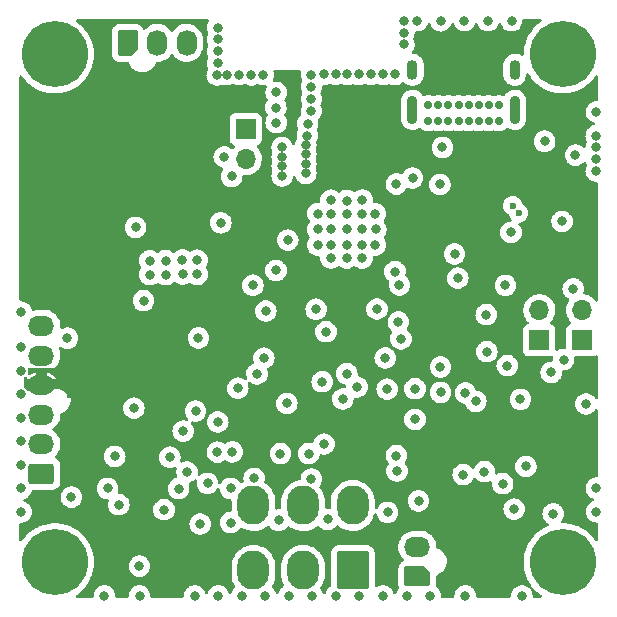
<source format=gbr>
%TF.GenerationSoftware,KiCad,Pcbnew,(6.0.2)*%
%TF.CreationDate,2022-07-13T14:29:07+01:00*%
%TF.ProjectId,Actuators Board,41637475-6174-46f7-9273-20426f617264,rev?*%
%TF.SameCoordinates,Original*%
%TF.FileFunction,Copper,L3,Inr*%
%TF.FilePolarity,Positive*%
%FSLAX46Y46*%
G04 Gerber Fmt 4.6, Leading zero omitted, Abs format (unit mm)*
G04 Created by KiCad (PCBNEW (6.0.2)) date 2022-07-13 14:29:07*
%MOMM*%
%LPD*%
G01*
G04 APERTURE LIST*
G04 Aperture macros list*
%AMRoundRect*
0 Rectangle with rounded corners*
0 $1 Rounding radius*
0 $2 $3 $4 $5 $6 $7 $8 $9 X,Y pos of 4 corners*
0 Add a 4 corners polygon primitive as box body*
4,1,4,$2,$3,$4,$5,$6,$7,$8,$9,$2,$3,0*
0 Add four circle primitives for the rounded corners*
1,1,$1+$1,$2,$3*
1,1,$1+$1,$4,$5*
1,1,$1+$1,$6,$7*
1,1,$1+$1,$8,$9*
0 Add four rect primitives between the rounded corners*
20,1,$1+$1,$2,$3,$4,$5,0*
20,1,$1+$1,$4,$5,$6,$7,0*
20,1,$1+$1,$6,$7,$8,$9,0*
20,1,$1+$1,$8,$9,$2,$3,0*%
%AMFreePoly0*
4,1,23,0.945671,0.830970,1.026777,0.776777,1.080970,0.695671,1.100000,0.600000,1.100000,-0.600000,1.080970,-0.695671,1.026777,-0.776777,0.945671,-0.830970,0.850000,-0.850000,-0.450000,-0.850000,-0.545671,-0.830970,-0.626777,-0.776777,-0.626779,-0.776774,-1.026777,-0.376777,-1.080970,-0.295671,-1.100000,-0.200000,-1.100000,0.600000,-1.080970,0.695671,-1.026777,0.776777,-0.945671,0.830970,
-0.850000,0.850000,0.850000,0.850000,0.945671,0.830970,0.945671,0.830970,$1*%
G04 Aperture macros list end*
%TA.AperFunction,ComponentPad*%
%ADD10R,1.700000X1.700000*%
%TD*%
%TA.AperFunction,ComponentPad*%
%ADD11O,1.700000X1.700000*%
%TD*%
%TA.AperFunction,ComponentPad*%
%ADD12C,5.600000*%
%TD*%
%TA.AperFunction,ComponentPad*%
%ADD13RoundRect,0.250000X0.850000X0.600000X-0.850000X0.600000X-0.850000X-0.600000X0.850000X-0.600000X0*%
%TD*%
%TA.AperFunction,ComponentPad*%
%ADD14O,2.200000X1.700000*%
%TD*%
%TA.AperFunction,ComponentPad*%
%ADD15RoundRect,0.250001X1.099999X1.399999X-1.099999X1.399999X-1.099999X-1.399999X1.099999X-1.399999X0*%
%TD*%
%TA.AperFunction,ComponentPad*%
%ADD16O,2.700000X3.300000*%
%TD*%
%TA.AperFunction,ComponentPad*%
%ADD17C,0.700000*%
%TD*%
%TA.AperFunction,ComponentPad*%
%ADD18O,0.900000X1.700000*%
%TD*%
%TA.AperFunction,ComponentPad*%
%ADD19O,0.900000X2.400000*%
%TD*%
%TA.AperFunction,ComponentPad*%
%ADD20FreePoly0,90.000000*%
%TD*%
%TA.AperFunction,ComponentPad*%
%ADD21O,1.700000X2.200000*%
%TD*%
%TA.AperFunction,ComponentPad*%
%ADD22FreePoly0,180.000000*%
%TD*%
%TA.AperFunction,ViaPad*%
%ADD23C,0.800000*%
%TD*%
%TA.AperFunction,ViaPad*%
%ADD24C,0.600000*%
%TD*%
G04 APERTURE END LIST*
D10*
%TO.N,GND*%
%TO.C,J6*%
X74670000Y-39830000D03*
D11*
%TO.N,/SSRGPIO*%
X74670000Y-42370000D03*
%TD*%
D12*
%TO.N,GND*%
%TO.C,H1*%
X58500000Y-76500000D03*
%TD*%
D13*
%TO.N,/Motor+*%
%TO.C,J5*%
X57370000Y-69000000D03*
D14*
%TO.N,/Motor-*%
X57370000Y-66500000D03*
%TO.N,GND*%
X57370000Y-64000000D03*
%TO.N,+3V3*%
X57370000Y-61500000D03*
%TO.N,/Hall1*%
X57370000Y-59000000D03*
%TO.N,/Hall2*%
X57370000Y-56500000D03*
%TD*%
D15*
%TO.N,GND*%
%TO.C,J1*%
X83725000Y-77190000D03*
D16*
X79525000Y-77190000D03*
%TO.N,Net-(J1-Pad3)*%
X75325000Y-77190000D03*
%TO.N,+24V*%
X83725000Y-71690000D03*
%TO.N,/CAN_HIGH*%
X79525000Y-71690000D03*
%TO.N,/CAN_LOW*%
X75325000Y-71690000D03*
%TD*%
D17*
%TO.N,GND*%
%TO.C,J3*%
X96085000Y-39165000D03*
%TO.N,VBUS*%
X95235000Y-39165000D03*
%TO.N,Net-(J3-PadA5)*%
X94385000Y-39165000D03*
%TO.N,/USB -> UART/Data+*%
X93535000Y-39165000D03*
%TO.N,/USB -> UART/Data-*%
X92685000Y-39165000D03*
%TO.N,unconnected-(J3-PadA8)*%
X91835000Y-39165000D03*
%TO.N,VBUS*%
X90985000Y-39165000D03*
%TO.N,GND*%
X90135000Y-39165000D03*
X90135000Y-37815000D03*
%TO.N,VBUS*%
X90985000Y-37815000D03*
%TO.N,Net-(J3-PadB5)*%
X91835000Y-37815000D03*
%TO.N,/USB -> UART/Data+*%
X92685000Y-37815000D03*
%TO.N,/USB -> UART/Data-*%
X93535000Y-37815000D03*
%TO.N,unconnected-(J3-PadB8)*%
X94385000Y-37815000D03*
%TO.N,VBUS*%
X95235000Y-37815000D03*
%TO.N,GND*%
X96085000Y-37815000D03*
D18*
X97435000Y-34805000D03*
D19*
X97435000Y-38185000D03*
X88785000Y-38185000D03*
D18*
X88785000Y-34805000D03*
%TD*%
D12*
%TO.N,GND*%
%TO.C,H2*%
X101500000Y-33500000D03*
%TD*%
D10*
%TO.N,Net-(BOOTJUMPER1-Pad1)*%
%TO.C,BOOTJUMPER1*%
X103150000Y-57700000D03*
D11*
%TO.N,GND*%
X103150000Y-55160000D03*
%TD*%
D10*
%TO.N,Net-(C1-Pad1)*%
%TO.C,ENJUMPER1*%
X99530855Y-57700000D03*
D11*
%TO.N,GND*%
X99530855Y-55160000D03*
%TD*%
D20*
%TO.N,GND*%
%TO.C,J4*%
X64675000Y-32525000D03*
D21*
%TO.N,+6V*%
X67175000Y-32525000D03*
%TO.N,/ServoPWM*%
X69675000Y-32525000D03*
%TD*%
D12*
%TO.N,GND*%
%TO.C,H3*%
X101500000Y-76500000D03*
%TD*%
%TO.N,GND*%
%TO.C,H4*%
X58500000Y-33500000D03*
%TD*%
D22*
%TO.N,+24V*%
%TO.C,J2*%
X89200000Y-77700000D03*
D14*
%TO.N,/SolGND*%
X89200000Y-75200000D03*
%TD*%
D23*
%TO.N,GND*%
X70550000Y-52125000D03*
X80225000Y-36250000D03*
X83230000Y-60530000D03*
X76321000Y-79342000D03*
X75620000Y-60550000D03*
X73390000Y-70240000D03*
X98048000Y-79351000D03*
X84525000Y-50750000D03*
X102400000Y-53350000D03*
X104349000Y-42366000D03*
X55651000Y-66263000D03*
X100700000Y-72400000D03*
X81875000Y-50725000D03*
X79910000Y-39360000D03*
X84550000Y-45850000D03*
X100530000Y-60430000D03*
X69700000Y-68860000D03*
X81900000Y-48325000D03*
X93075000Y-69075000D03*
X77747559Y-42182067D03*
X81875000Y-45850000D03*
X74000000Y-61760000D03*
X62970000Y-70250000D03*
X87810000Y-57590000D03*
X81275000Y-35200000D03*
X96650000Y-53050000D03*
X79760000Y-43575869D03*
X63580000Y-67540000D03*
X94150000Y-62880000D03*
X88790000Y-43970000D03*
X104353000Y-70233000D03*
X79880713Y-40383011D03*
X93184000Y-30652000D03*
X88060000Y-31650000D03*
X80000000Y-67300000D03*
X95175000Y-30655000D03*
X82890000Y-62670000D03*
X84500000Y-48325000D03*
X81600000Y-72870000D03*
X59900000Y-70980000D03*
X99980000Y-40850000D03*
X77747559Y-41382564D03*
X70550000Y-50925000D03*
X65200000Y-63450000D03*
X81300000Y-66490000D03*
X55654000Y-62281000D03*
X81140000Y-61220000D03*
X94875000Y-68825000D03*
X70361000Y-79346000D03*
X97130000Y-48580000D03*
X84525000Y-49625000D03*
X83225000Y-50750000D03*
X62702000Y-79344000D03*
X69330000Y-52100000D03*
X104347000Y-41377000D03*
X75150000Y-35250000D03*
X73480000Y-43840000D03*
X104358000Y-72220000D03*
X80225000Y-37275000D03*
X80625000Y-55075000D03*
X77600000Y-67300000D03*
X81900000Y-49650000D03*
X66550000Y-50975000D03*
X67750000Y-72050000D03*
X87325000Y-35200000D03*
X68990000Y-70270000D03*
X65685000Y-79343000D03*
X79755383Y-42776016D03*
X80750000Y-48325000D03*
X72300000Y-64620000D03*
X85650000Y-49625000D03*
X95030000Y-55530000D03*
X84475000Y-47000000D03*
X93256000Y-79343000D03*
X82275000Y-35175000D03*
X65669000Y-76831000D03*
X91325000Y-41375000D03*
X84293000Y-79342000D03*
X74100000Y-35225000D03*
X75278000Y-53043000D03*
X75384000Y-69404000D03*
X89300000Y-71300000D03*
X55653000Y-64278000D03*
X71440000Y-69820000D03*
X55650000Y-58300000D03*
X96425000Y-69850000D03*
X90267000Y-79343000D03*
X72250000Y-35250000D03*
X85300000Y-35200000D03*
X87420000Y-67470000D03*
X83200000Y-47000000D03*
X83275000Y-35200000D03*
X79755383Y-41975092D03*
X86300000Y-35200000D03*
X77751753Y-42982386D03*
X81875000Y-47000000D03*
X89197000Y-30654000D03*
X73050000Y-35225000D03*
X104344000Y-40379000D03*
X86279000Y-79347000D03*
X76150000Y-35225000D03*
X97400000Y-72000000D03*
X101590000Y-59340000D03*
X72260000Y-67170000D03*
X67910000Y-52150000D03*
X88060000Y-30650000D03*
X78321000Y-79342000D03*
X88280000Y-79348000D03*
X103475000Y-63100000D03*
X97172000Y-30655000D03*
X72280000Y-33250000D03*
X84250000Y-35200000D03*
X77225000Y-38000000D03*
X81460000Y-56970000D03*
X55649000Y-60294000D03*
X80775000Y-46975000D03*
X66550000Y-52150000D03*
X87680000Y-53030000D03*
X76370000Y-55220000D03*
X55656000Y-70251000D03*
X55651000Y-55315000D03*
X68250000Y-67610000D03*
X80775000Y-49650000D03*
X80225000Y-38300000D03*
X77751753Y-43782386D03*
X77250000Y-36725000D03*
X85780000Y-55060000D03*
X63920000Y-71630000D03*
X91188000Y-30657000D03*
X83225000Y-45875000D03*
X79755026Y-41174018D03*
X89000000Y-64400000D03*
X76200000Y-59220000D03*
X77452000Y-72944000D03*
X77227000Y-51797000D03*
X80225000Y-35225000D03*
X86675000Y-72275000D03*
X73380000Y-73150000D03*
X87475000Y-68775000D03*
X55654000Y-72236000D03*
X69375000Y-65400000D03*
X72280000Y-34250000D03*
X104344000Y-43368000D03*
X88060000Y-32650000D03*
X104350000Y-38374000D03*
X72850000Y-42190000D03*
X101450000Y-47650000D03*
X85675000Y-48325000D03*
X69310000Y-50910000D03*
X72280000Y-32230000D03*
X74333000Y-79338000D03*
X73530000Y-67150000D03*
X93260000Y-62170000D03*
X72280000Y-31230000D03*
X87420000Y-44480000D03*
X86640000Y-61840000D03*
X80308000Y-79337000D03*
X89000000Y-61800000D03*
X102580000Y-42030000D03*
X91170000Y-62120000D03*
X67900000Y-50970000D03*
X85650000Y-47000000D03*
X80220000Y-69460000D03*
X91110000Y-44500000D03*
X70810000Y-73260000D03*
X82306000Y-79347000D03*
X83200000Y-48325000D03*
X72348000Y-79341000D03*
X59570000Y-57530000D03*
X77250000Y-39275000D03*
X83225000Y-49650000D03*
X55656000Y-68250000D03*
%TO.N,Net-(C16-Pad1)*%
X65352039Y-48144518D03*
X66015000Y-54342519D03*
D24*
%TO.N,/USB -> UART/Data-*%
X97280000Y-46300000D03*
%TO.N,/USB -> UART/Data+*%
X97780000Y-46940000D03*
D23*
%TO.N,/SolEN*%
X98390000Y-68380000D03*
X97920000Y-62700000D03*
%TO.N,/ServoPWM*%
X87310000Y-51890000D03*
%TO.N,/RTS*%
X92350000Y-50400000D03*
X92625000Y-52445229D03*
%TO.N,/ES1GPIO*%
X84090000Y-61660000D03*
X72560000Y-47760000D03*
%TO.N,/EN*%
X78225000Y-49225000D03*
X96810855Y-59860000D03*
X95090000Y-58675229D03*
X86475000Y-59200000D03*
%TO.N,/CAN-BUS/Vref*%
X70425000Y-63700000D03*
X78150000Y-63050000D03*
%TO.N,/BOOT*%
X87590000Y-56160000D03*
X91150000Y-59969742D03*
%TO.N,+3V3*%
X74720000Y-47590000D03*
X79150000Y-55000000D03*
X89950000Y-67900000D03*
X85720000Y-63410000D03*
X85225000Y-43450000D03*
X90200000Y-58250000D03*
X90900000Y-42750000D03*
X102475000Y-44300000D03*
X86350000Y-57140000D03*
X84750000Y-39875000D03*
%TO.N,+24V*%
X70668226Y-57499904D03*
%TD*%
%TA.AperFunction,Conductor*%
%TO.N,+3V3*%
G36*
X59880000Y-62570000D02*
G01*
X59592358Y-62570000D01*
X59571144Y-62470197D01*
X59494151Y-62297270D01*
X59382888Y-62144129D01*
X59242216Y-62017467D01*
X59177318Y-61979998D01*
X59084007Y-61926125D01*
X59084006Y-61926124D01*
X59078284Y-61922821D01*
X58898256Y-61864326D01*
X58891695Y-61863636D01*
X58891693Y-61863636D01*
X58838037Y-61857997D01*
X58757192Y-61849500D01*
X58662808Y-61849500D01*
X58581963Y-61857997D01*
X58528307Y-61863636D01*
X58528305Y-61863636D01*
X58521744Y-61864326D01*
X58341716Y-61922821D01*
X58242683Y-61979998D01*
X58237277Y-61983119D01*
X58174277Y-62000000D01*
X56257432Y-62000000D01*
X56189311Y-61979998D01*
X56157469Y-61950704D01*
X56087305Y-61859264D01*
X56082282Y-61852718D01*
X55956841Y-61756464D01*
X55900000Y-61732920D01*
X55900000Y-60840009D01*
X55951841Y-60818536D01*
X55964163Y-60809081D01*
X56030383Y-60783480D01*
X56099932Y-60797744D01*
X56150728Y-60847345D01*
X56166645Y-60916534D01*
X56149932Y-60972138D01*
X56142886Y-60984318D01*
X56139549Y-60998020D01*
X56140823Y-60999025D01*
X56145872Y-61000000D01*
X56851885Y-61000000D01*
X56867124Y-60995525D01*
X56868329Y-60994135D01*
X56870000Y-60986452D01*
X56870000Y-60981885D01*
X57870000Y-60981885D01*
X57874475Y-60997124D01*
X57875865Y-60998329D01*
X57883548Y-61000000D01*
X58587315Y-61000000D01*
X58600846Y-60996027D01*
X58601513Y-60991385D01*
X58583888Y-60952621D01*
X58577941Y-60942279D01*
X58462990Y-60780228D01*
X58455197Y-60771200D01*
X58311679Y-60633811D01*
X58302314Y-60626415D01*
X58135410Y-60518646D01*
X58124806Y-60513150D01*
X57940543Y-60438890D01*
X57929095Y-60435499D01*
X57887780Y-60427430D01*
X57874832Y-60428635D01*
X57870000Y-60443687D01*
X57870000Y-60981885D01*
X56870000Y-60981885D01*
X56870000Y-60440921D01*
X56866027Y-60427390D01*
X56858206Y-60426266D01*
X56713893Y-60468603D01*
X56702817Y-60473033D01*
X56526193Y-60564000D01*
X56516147Y-60570450D01*
X56402868Y-60659431D01*
X56336942Y-60685781D01*
X56267236Y-60672306D01*
X56215881Y-60623284D01*
X56199181Y-60554279D01*
X56208626Y-60512127D01*
X56230884Y-60458392D01*
X56230885Y-60458389D01*
X56234044Y-60450762D01*
X56254682Y-60294000D01*
X56234044Y-60137238D01*
X56230884Y-60129608D01*
X56214478Y-60090000D01*
X59880000Y-60090000D01*
X59880000Y-62570000D01*
G37*
%TD.AperFunction*%
%TD*%
%TA.AperFunction,Conductor*%
%TO.N,+3V3*%
G36*
X71497685Y-30528002D02*
G01*
X71544178Y-30581658D01*
X71554282Y-30651932D01*
X71538683Y-30697000D01*
X71455009Y-30841928D01*
X71445473Y-30858444D01*
X71386458Y-31040072D01*
X71385768Y-31046633D01*
X71385768Y-31046635D01*
X71367433Y-31221087D01*
X71366496Y-31230000D01*
X71367186Y-31236565D01*
X71380654Y-31364702D01*
X71386458Y-31419928D01*
X71445473Y-31601556D01*
X71448776Y-31607278D01*
X71448777Y-31607279D01*
X71483257Y-31667000D01*
X71499995Y-31735995D01*
X71483257Y-31793000D01*
X71452539Y-31846206D01*
X71445473Y-31858444D01*
X71386458Y-32040072D01*
X71366496Y-32230000D01*
X71386458Y-32419928D01*
X71445473Y-32601556D01*
X71448776Y-32607278D01*
X71448777Y-32607279D01*
X71489031Y-32677000D01*
X71505769Y-32745995D01*
X71489031Y-32802999D01*
X71445473Y-32878444D01*
X71386458Y-33060072D01*
X71385768Y-33066633D01*
X71385768Y-33066635D01*
X71367765Y-33237928D01*
X71366496Y-33250000D01*
X71367186Y-33256565D01*
X71372736Y-33309366D01*
X71386458Y-33439928D01*
X71445473Y-33621556D01*
X71448776Y-33627278D01*
X71448777Y-33627279D01*
X71483257Y-33687000D01*
X71499995Y-33755995D01*
X71483257Y-33813000D01*
X71468098Y-33839257D01*
X71445473Y-33878444D01*
X71386458Y-34060072D01*
X71385768Y-34066633D01*
X71385768Y-34066635D01*
X71370566Y-34211273D01*
X71366496Y-34250000D01*
X71386458Y-34439928D01*
X71445473Y-34621556D01*
X71448776Y-34627278D01*
X71448777Y-34627279D01*
X71468257Y-34661019D01*
X71484995Y-34730014D01*
X71468257Y-34787019D01*
X71460763Y-34800000D01*
X71415473Y-34878444D01*
X71356458Y-35060072D01*
X71355768Y-35066633D01*
X71355768Y-35066635D01*
X71347698Y-35143419D01*
X71336496Y-35250000D01*
X71337186Y-35256565D01*
X71353141Y-35408365D01*
X71356458Y-35439928D01*
X71415473Y-35621556D01*
X71510960Y-35786944D01*
X71515378Y-35791851D01*
X71515379Y-35791852D01*
X71615185Y-35902698D01*
X71638747Y-35928866D01*
X71719165Y-35987293D01*
X71787601Y-36037015D01*
X71793248Y-36041118D01*
X71799276Y-36043802D01*
X71799278Y-36043803D01*
X71961681Y-36116109D01*
X71967712Y-36118794D01*
X72048523Y-36135971D01*
X72148056Y-36157128D01*
X72148061Y-36157128D01*
X72154513Y-36158500D01*
X72345487Y-36158500D01*
X72351939Y-36157128D01*
X72351944Y-36157128D01*
X72451477Y-36135971D01*
X72532288Y-36118794D01*
X72556492Y-36108018D01*
X72626828Y-36076702D01*
X72697195Y-36067268D01*
X72729322Y-36076702D01*
X72767712Y-36093794D01*
X72842205Y-36109628D01*
X72948056Y-36132128D01*
X72948061Y-36132128D01*
X72954513Y-36133500D01*
X73145487Y-36133500D01*
X73151939Y-36132128D01*
X73151944Y-36132128D01*
X73257795Y-36109628D01*
X73332288Y-36093794D01*
X73338321Y-36091108D01*
X73500724Y-36018802D01*
X73500725Y-36018801D01*
X73506752Y-36016118D01*
X73512027Y-36012286D01*
X73580992Y-35995553D01*
X73637970Y-36012283D01*
X73643248Y-36016118D01*
X73649275Y-36018801D01*
X73649276Y-36018802D01*
X73811679Y-36091108D01*
X73817712Y-36093794D01*
X73892205Y-36109628D01*
X73998056Y-36132128D01*
X73998061Y-36132128D01*
X74004513Y-36133500D01*
X74195487Y-36133500D01*
X74201939Y-36132128D01*
X74201944Y-36132128D01*
X74307795Y-36109628D01*
X74382288Y-36093794D01*
X74388315Y-36091111D01*
X74388323Y-36091108D01*
X74553594Y-36017525D01*
X74623961Y-36008091D01*
X74678902Y-36030695D01*
X74687907Y-36037238D01*
X74687910Y-36037240D01*
X74693248Y-36041118D01*
X74699276Y-36043802D01*
X74699278Y-36043803D01*
X74861681Y-36116109D01*
X74867712Y-36118794D01*
X74948523Y-36135971D01*
X75048056Y-36157128D01*
X75048061Y-36157128D01*
X75054513Y-36158500D01*
X75245487Y-36158500D01*
X75251939Y-36157128D01*
X75251944Y-36157128D01*
X75351477Y-36135971D01*
X75432288Y-36118794D01*
X75452876Y-36109628D01*
X75600719Y-36043804D01*
X75600721Y-36043803D01*
X75606752Y-36041118D01*
X75612098Y-36037234D01*
X75612477Y-36037015D01*
X75681471Y-36020274D01*
X75726730Y-36031025D01*
X75861675Y-36091106D01*
X75867712Y-36093794D01*
X75942205Y-36109628D01*
X76048056Y-36132128D01*
X76048061Y-36132128D01*
X76054513Y-36133500D01*
X76245487Y-36133500D01*
X76251939Y-36132128D01*
X76251944Y-36132128D01*
X76307183Y-36120386D01*
X76377974Y-36125788D01*
X76434606Y-36168605D01*
X76459100Y-36235242D01*
X76442500Y-36306632D01*
X76415473Y-36353444D01*
X76356458Y-36535072D01*
X76355768Y-36541633D01*
X76355768Y-36541635D01*
X76340288Y-36688924D01*
X76336496Y-36725000D01*
X76337186Y-36731565D01*
X76353915Y-36890729D01*
X76356458Y-36914928D01*
X76415473Y-37096556D01*
X76510960Y-37261944D01*
X76515379Y-37266852D01*
X76519261Y-37272195D01*
X76517493Y-37273479D01*
X76543808Y-37328334D01*
X76535033Y-37398786D01*
X76513090Y-37432925D01*
X76485960Y-37463056D01*
X76390473Y-37628444D01*
X76331458Y-37810072D01*
X76311496Y-38000000D01*
X76312186Y-38006565D01*
X76330183Y-38177794D01*
X76331458Y-38189928D01*
X76390473Y-38371556D01*
X76485960Y-38536944D01*
X76513089Y-38567074D01*
X76543805Y-38631080D01*
X76535040Y-38701533D01*
X76518510Y-38727259D01*
X76519261Y-38727805D01*
X76515379Y-38733148D01*
X76510960Y-38738056D01*
X76415473Y-38903444D01*
X76356458Y-39085072D01*
X76355768Y-39091633D01*
X76355768Y-39091635D01*
X76348453Y-39161237D01*
X76336496Y-39275000D01*
X76356458Y-39464928D01*
X76415473Y-39646556D01*
X76418776Y-39652278D01*
X76418777Y-39652279D01*
X76444164Y-39696251D01*
X76510960Y-39811944D01*
X76515378Y-39816851D01*
X76515379Y-39816852D01*
X76628848Y-39942872D01*
X76638747Y-39953866D01*
X76718011Y-40011455D01*
X76783289Y-40058882D01*
X76793248Y-40066118D01*
X76799276Y-40068802D01*
X76799278Y-40068803D01*
X76961681Y-40141109D01*
X76967712Y-40143794D01*
X77061112Y-40163647D01*
X77148056Y-40182128D01*
X77148061Y-40182128D01*
X77154513Y-40183500D01*
X77345487Y-40183500D01*
X77351939Y-40182128D01*
X77351944Y-40182128D01*
X77438888Y-40163647D01*
X77532288Y-40143794D01*
X77538319Y-40141109D01*
X77700722Y-40068803D01*
X77700724Y-40068802D01*
X77706752Y-40066118D01*
X77716712Y-40058882D01*
X77781989Y-40011455D01*
X77861253Y-39953866D01*
X77871152Y-39942872D01*
X77984621Y-39816852D01*
X77984622Y-39816851D01*
X77989040Y-39811944D01*
X78055836Y-39696251D01*
X78081223Y-39652279D01*
X78081224Y-39652278D01*
X78084527Y-39646556D01*
X78143542Y-39464928D01*
X78163504Y-39275000D01*
X78151547Y-39161237D01*
X78144232Y-39091635D01*
X78144232Y-39091633D01*
X78143542Y-39085072D01*
X78084527Y-38903444D01*
X77989040Y-38738056D01*
X77961911Y-38707926D01*
X77931195Y-38643920D01*
X77939960Y-38573467D01*
X77956490Y-38547741D01*
X77955739Y-38547195D01*
X77959621Y-38541852D01*
X77964040Y-38536944D01*
X78059527Y-38371556D01*
X78118542Y-38189928D01*
X78119818Y-38177794D01*
X78137814Y-38006565D01*
X78138504Y-38000000D01*
X78118542Y-37810072D01*
X78059527Y-37628444D01*
X78035463Y-37586763D01*
X77967343Y-37468777D01*
X77967341Y-37468774D01*
X77964040Y-37463056D01*
X77959621Y-37458148D01*
X77955739Y-37452805D01*
X77957507Y-37451521D01*
X77931192Y-37396666D01*
X77939967Y-37326214D01*
X77961910Y-37292075D01*
X77989040Y-37261944D01*
X78084527Y-37096556D01*
X78143542Y-36914928D01*
X78146086Y-36890729D01*
X78162814Y-36731565D01*
X78163504Y-36725000D01*
X78159712Y-36688924D01*
X78144232Y-36541635D01*
X78144232Y-36541633D01*
X78143542Y-36535072D01*
X78084527Y-36353444D01*
X77989040Y-36188056D01*
X77961193Y-36157128D01*
X77865675Y-36051045D01*
X77865674Y-36051044D01*
X77861253Y-36046134D01*
X77706752Y-35933882D01*
X77700724Y-35931198D01*
X77700722Y-35931197D01*
X77538319Y-35858891D01*
X77538318Y-35858891D01*
X77532288Y-35856206D01*
X77430330Y-35834534D01*
X77351944Y-35817872D01*
X77351939Y-35817872D01*
X77345487Y-35816500D01*
X77154513Y-35816500D01*
X77148061Y-35817872D01*
X77148056Y-35817872D01*
X77092817Y-35829614D01*
X77022026Y-35824212D01*
X76965394Y-35781395D01*
X76940900Y-35714758D01*
X76957500Y-35643368D01*
X76970093Y-35621556D01*
X76984527Y-35596556D01*
X77043542Y-35414928D01*
X77045781Y-35393631D01*
X77062814Y-35231565D01*
X77063504Y-35225000D01*
X77060198Y-35193546D01*
X77044232Y-35041635D01*
X77044232Y-35041633D01*
X77043542Y-35035072D01*
X77020753Y-34964935D01*
X77018725Y-34893969D01*
X77055387Y-34833171D01*
X77119100Y-34801846D01*
X77140586Y-34800000D01*
X79234414Y-34800000D01*
X79302535Y-34820002D01*
X79349028Y-34873658D01*
X79359132Y-34943932D01*
X79354248Y-34964931D01*
X79331458Y-35035072D01*
X79330768Y-35041633D01*
X79330768Y-35041635D01*
X79314802Y-35193546D01*
X79311496Y-35225000D01*
X79312186Y-35231565D01*
X79329220Y-35393631D01*
X79331458Y-35414928D01*
X79390473Y-35596556D01*
X79393776Y-35602278D01*
X79393777Y-35602279D01*
X79435474Y-35674500D01*
X79452212Y-35743495D01*
X79435474Y-35800500D01*
X79390473Y-35878444D01*
X79331458Y-36060072D01*
X79330768Y-36066633D01*
X79330768Y-36066635D01*
X79313407Y-36231816D01*
X79311496Y-36250000D01*
X79331458Y-36439928D01*
X79390473Y-36621556D01*
X79393776Y-36627278D01*
X79393777Y-36627279D01*
X79435474Y-36699500D01*
X79452212Y-36768495D01*
X79435474Y-36825500D01*
X79390473Y-36903444D01*
X79331458Y-37085072D01*
X79330768Y-37091633D01*
X79330768Y-37091635D01*
X79313470Y-37256223D01*
X79311496Y-37275000D01*
X79331458Y-37464928D01*
X79390473Y-37646556D01*
X79393776Y-37652278D01*
X79393777Y-37652279D01*
X79435474Y-37724500D01*
X79452212Y-37793495D01*
X79435474Y-37850500D01*
X79390473Y-37928444D01*
X79331458Y-38110072D01*
X79330768Y-38116633D01*
X79330768Y-38116635D01*
X79322405Y-38196206D01*
X79311496Y-38300000D01*
X79312186Y-38306565D01*
X79330523Y-38481029D01*
X79331458Y-38489928D01*
X79347184Y-38538328D01*
X79349212Y-38609292D01*
X79312550Y-38670091D01*
X79307040Y-38674596D01*
X79304092Y-38677251D01*
X79298747Y-38681134D01*
X79294326Y-38686044D01*
X79294325Y-38686045D01*
X79274622Y-38707928D01*
X79170960Y-38823056D01*
X79167659Y-38828774D01*
X79080079Y-38980467D01*
X79075473Y-38988444D01*
X79016458Y-39170072D01*
X79015768Y-39176633D01*
X79015768Y-39176635D01*
X78997705Y-39348493D01*
X78996496Y-39360000D01*
X78997186Y-39366565D01*
X79012139Y-39508831D01*
X79016458Y-39549928D01*
X79075473Y-39731556D01*
X79078773Y-39737272D01*
X79078774Y-39737274D01*
X79105256Y-39783143D01*
X79121994Y-39852139D01*
X79105256Y-39909143D01*
X79082271Y-39948955D01*
X79046186Y-40011455D01*
X78987171Y-40193083D01*
X78986481Y-40199644D01*
X78986481Y-40199646D01*
X78968321Y-40372435D01*
X78967209Y-40383011D01*
X78967899Y-40389576D01*
X78986060Y-40562365D01*
X78987171Y-40572939D01*
X78989210Y-40579215D01*
X78989211Y-40579219D01*
X78993546Y-40592559D01*
X78995575Y-40663526D01*
X78982834Y-40694495D01*
X78920499Y-40802462D01*
X78861484Y-40984090D01*
X78860795Y-40990649D01*
X78860794Y-40990652D01*
X78853020Y-41064620D01*
X78826007Y-41130276D01*
X78767785Y-41170906D01*
X78696840Y-41173609D01*
X78635696Y-41137527D01*
X78607877Y-41090385D01*
X78599506Y-41064620D01*
X78582086Y-41011008D01*
X78575570Y-40999721D01*
X78537562Y-40933891D01*
X78486599Y-40845620D01*
X78479789Y-40838056D01*
X78363234Y-40708609D01*
X78363233Y-40708608D01*
X78358812Y-40703698D01*
X78204311Y-40591446D01*
X78198283Y-40588762D01*
X78198281Y-40588761D01*
X78035878Y-40516455D01*
X78035877Y-40516455D01*
X78029847Y-40513770D01*
X77936447Y-40493917D01*
X77849503Y-40475436D01*
X77849498Y-40475436D01*
X77843046Y-40474064D01*
X77652072Y-40474064D01*
X77645620Y-40475436D01*
X77645615Y-40475436D01*
X77558671Y-40493917D01*
X77465271Y-40513770D01*
X77459241Y-40516455D01*
X77459240Y-40516455D01*
X77296837Y-40588761D01*
X77296835Y-40588762D01*
X77290807Y-40591446D01*
X77136306Y-40703698D01*
X77131885Y-40708608D01*
X77131884Y-40708609D01*
X77015330Y-40838056D01*
X77008519Y-40845620D01*
X76957556Y-40933891D01*
X76919549Y-40999721D01*
X76913032Y-41011008D01*
X76854017Y-41192636D01*
X76853327Y-41199197D01*
X76853327Y-41199199D01*
X76837411Y-41350635D01*
X76834055Y-41382564D01*
X76834745Y-41389129D01*
X76850810Y-41541975D01*
X76854017Y-41572492D01*
X76867517Y-41614040D01*
X76909542Y-41743379D01*
X76911570Y-41814346D01*
X76909542Y-41821251D01*
X76886846Y-41891103D01*
X76854017Y-41992139D01*
X76853327Y-41998700D01*
X76853327Y-41998702D01*
X76838230Y-42142342D01*
X76834055Y-42182067D01*
X76834745Y-42188632D01*
X76851025Y-42343523D01*
X76854017Y-42371995D01*
X76911772Y-42549745D01*
X76913800Y-42620711D01*
X76911776Y-42627602D01*
X76858211Y-42792458D01*
X76857521Y-42799019D01*
X76857521Y-42799021D01*
X76844210Y-42925671D01*
X76838249Y-42982386D01*
X76838939Y-42988951D01*
X76855611Y-43147572D01*
X76858211Y-43172314D01*
X76868608Y-43204313D01*
X76913817Y-43343450D01*
X76915845Y-43414417D01*
X76913818Y-43421319D01*
X76858211Y-43592458D01*
X76857521Y-43599019D01*
X76857521Y-43599021D01*
X76843571Y-43731753D01*
X76838249Y-43782386D01*
X76838939Y-43788951D01*
X76856197Y-43953148D01*
X76858211Y-43972314D01*
X76917226Y-44153942D01*
X76920529Y-44159664D01*
X76920530Y-44159665D01*
X76946861Y-44205271D01*
X77012713Y-44319330D01*
X77017131Y-44324237D01*
X77017132Y-44324238D01*
X77136078Y-44456341D01*
X77140500Y-44461252D01*
X77295001Y-44573504D01*
X77301029Y-44576188D01*
X77301031Y-44576189D01*
X77430435Y-44633803D01*
X77469465Y-44651180D01*
X77557667Y-44669928D01*
X77649809Y-44689514D01*
X77649814Y-44689514D01*
X77656266Y-44690886D01*
X77847240Y-44690886D01*
X77853692Y-44689514D01*
X77853697Y-44689514D01*
X77945839Y-44669928D01*
X78034041Y-44651180D01*
X78073071Y-44633803D01*
X78202475Y-44576189D01*
X78202477Y-44576188D01*
X78208505Y-44573504D01*
X78363006Y-44461252D01*
X78367428Y-44456341D01*
X78486374Y-44324238D01*
X78486375Y-44324237D01*
X78490793Y-44319330D01*
X78556645Y-44205271D01*
X78582976Y-44159665D01*
X78582977Y-44159664D01*
X78586280Y-44153942D01*
X78645295Y-43972314D01*
X78647310Y-43953148D01*
X78653788Y-43891505D01*
X78680801Y-43825848D01*
X78739022Y-43785218D01*
X78809967Y-43782515D01*
X78871112Y-43818597D01*
X78898931Y-43865738D01*
X78925473Y-43947425D01*
X78928776Y-43953147D01*
X78928777Y-43953148D01*
X78937799Y-43968774D01*
X79020960Y-44112813D01*
X79025378Y-44117720D01*
X79025379Y-44117721D01*
X79130175Y-44234109D01*
X79148747Y-44254735D01*
X79303248Y-44366987D01*
X79309276Y-44369671D01*
X79309278Y-44369672D01*
X79471681Y-44441978D01*
X79477712Y-44444663D01*
X79555757Y-44461252D01*
X79658056Y-44482997D01*
X79658061Y-44482997D01*
X79664513Y-44484369D01*
X79855487Y-44484369D01*
X79861939Y-44482997D01*
X79861944Y-44482997D01*
X79876043Y-44480000D01*
X86506496Y-44480000D01*
X86507186Y-44486565D01*
X86524488Y-44651180D01*
X86526458Y-44669928D01*
X86585473Y-44851556D01*
X86680960Y-45016944D01*
X86685378Y-45021851D01*
X86685379Y-45021852D01*
X86804325Y-45153955D01*
X86808747Y-45158866D01*
X86963248Y-45271118D01*
X86969276Y-45273802D01*
X86969278Y-45273803D01*
X87131681Y-45346109D01*
X87137712Y-45348794D01*
X87231113Y-45368647D01*
X87318056Y-45387128D01*
X87318061Y-45387128D01*
X87324513Y-45388500D01*
X87515487Y-45388500D01*
X87521939Y-45387128D01*
X87521944Y-45387128D01*
X87608887Y-45368647D01*
X87702288Y-45348794D01*
X87708319Y-45346109D01*
X87870722Y-45273803D01*
X87870724Y-45273802D01*
X87876752Y-45271118D01*
X88031253Y-45158866D01*
X88035675Y-45153955D01*
X88154621Y-45021852D01*
X88154622Y-45021851D01*
X88159040Y-45016944D01*
X88254527Y-44851556D01*
X88256757Y-44852844D01*
X88295281Y-44807543D01*
X88363213Y-44786909D01*
X88415631Y-44797797D01*
X88507712Y-44838794D01*
X88573812Y-44852844D01*
X88688056Y-44877128D01*
X88688061Y-44877128D01*
X88694513Y-44878500D01*
X88885487Y-44878500D01*
X88891939Y-44877128D01*
X88891944Y-44877128D01*
X89006188Y-44852844D01*
X89072288Y-44838794D01*
X89078319Y-44836109D01*
X89240722Y-44763803D01*
X89240724Y-44763802D01*
X89246752Y-44761118D01*
X89401253Y-44648866D01*
X89514809Y-44522749D01*
X89524621Y-44511852D01*
X89524622Y-44511851D01*
X89529040Y-44506944D01*
X89533049Y-44500000D01*
X90196496Y-44500000D01*
X90197186Y-44506565D01*
X90212530Y-44652552D01*
X90216458Y-44689928D01*
X90275473Y-44871556D01*
X90370960Y-45036944D01*
X90375378Y-45041851D01*
X90375379Y-45041852D01*
X90476317Y-45153955D01*
X90498747Y-45178866D01*
X90653248Y-45291118D01*
X90659276Y-45293802D01*
X90659278Y-45293803D01*
X90821681Y-45366109D01*
X90827712Y-45368794D01*
X90913966Y-45387128D01*
X91008056Y-45407128D01*
X91008061Y-45407128D01*
X91014513Y-45408500D01*
X91205487Y-45408500D01*
X91211939Y-45407128D01*
X91211944Y-45407128D01*
X91306034Y-45387128D01*
X91392288Y-45368794D01*
X91398319Y-45366109D01*
X91560722Y-45293803D01*
X91560724Y-45293802D01*
X91566752Y-45291118D01*
X91721253Y-45178866D01*
X91743683Y-45153955D01*
X91844621Y-45041852D01*
X91844622Y-45041851D01*
X91849040Y-45036944D01*
X91944527Y-44871556D01*
X92003542Y-44689928D01*
X92007471Y-44652552D01*
X92022814Y-44506565D01*
X92023504Y-44500000D01*
X92019840Y-44465135D01*
X92004232Y-44316635D01*
X92004232Y-44316633D01*
X92003542Y-44310072D01*
X91944527Y-44128444D01*
X91935503Y-44112813D01*
X91883859Y-44023365D01*
X91849040Y-43963056D01*
X91836181Y-43948774D01*
X91725675Y-43826045D01*
X91725674Y-43826044D01*
X91721253Y-43821134D01*
X91603267Y-43735412D01*
X91572094Y-43712763D01*
X91572093Y-43712762D01*
X91566752Y-43708882D01*
X91560724Y-43706198D01*
X91560722Y-43706197D01*
X91398319Y-43633891D01*
X91398318Y-43633891D01*
X91392288Y-43631206D01*
X91291741Y-43609834D01*
X91211944Y-43592872D01*
X91211939Y-43592872D01*
X91205487Y-43591500D01*
X91014513Y-43591500D01*
X91008061Y-43592872D01*
X91008056Y-43592872D01*
X90928259Y-43609834D01*
X90827712Y-43631206D01*
X90821682Y-43633891D01*
X90821681Y-43633891D01*
X90659278Y-43706197D01*
X90659276Y-43706198D01*
X90653248Y-43708882D01*
X90647907Y-43712762D01*
X90647906Y-43712763D01*
X90616733Y-43735412D01*
X90498747Y-43821134D01*
X90494326Y-43826044D01*
X90494325Y-43826045D01*
X90383820Y-43948774D01*
X90370960Y-43963056D01*
X90336141Y-44023365D01*
X90284498Y-44112813D01*
X90275473Y-44128444D01*
X90216458Y-44310072D01*
X90215768Y-44316633D01*
X90215768Y-44316635D01*
X90200160Y-44465135D01*
X90196496Y-44500000D01*
X89533049Y-44500000D01*
X89624527Y-44341556D01*
X89683542Y-44159928D01*
X89686191Y-44134729D01*
X89702814Y-43976565D01*
X89703504Y-43970000D01*
X89696666Y-43904944D01*
X89684232Y-43786635D01*
X89684232Y-43786633D01*
X89683542Y-43780072D01*
X89624527Y-43598444D01*
X89617447Y-43586180D01*
X89532341Y-43438774D01*
X89529040Y-43433056D01*
X89512258Y-43414417D01*
X89405675Y-43296045D01*
X89405674Y-43296044D01*
X89401253Y-43291134D01*
X89281755Y-43204313D01*
X89252094Y-43182763D01*
X89252093Y-43182762D01*
X89246752Y-43178882D01*
X89240724Y-43176198D01*
X89240722Y-43176197D01*
X89078319Y-43103891D01*
X89078318Y-43103891D01*
X89072288Y-43101206D01*
X88978888Y-43081353D01*
X88891944Y-43062872D01*
X88891939Y-43062872D01*
X88885487Y-43061500D01*
X88694513Y-43061500D01*
X88688061Y-43062872D01*
X88688056Y-43062872D01*
X88601113Y-43081353D01*
X88507712Y-43101206D01*
X88501682Y-43103891D01*
X88501681Y-43103891D01*
X88339278Y-43176197D01*
X88339276Y-43176198D01*
X88333248Y-43178882D01*
X88327907Y-43182762D01*
X88327906Y-43182763D01*
X88298245Y-43204313D01*
X88178747Y-43291134D01*
X88174326Y-43296044D01*
X88174325Y-43296045D01*
X88067743Y-43414417D01*
X88050960Y-43433056D01*
X87955473Y-43598444D01*
X87953243Y-43597156D01*
X87914719Y-43642457D01*
X87846787Y-43663091D01*
X87794369Y-43652203D01*
X87708319Y-43613891D01*
X87708318Y-43613891D01*
X87702288Y-43611206D01*
X87584551Y-43586180D01*
X87521944Y-43572872D01*
X87521939Y-43572872D01*
X87515487Y-43571500D01*
X87324513Y-43571500D01*
X87318061Y-43572872D01*
X87318056Y-43572872D01*
X87255449Y-43586180D01*
X87137712Y-43611206D01*
X87131682Y-43613891D01*
X87131681Y-43613891D01*
X86969278Y-43686197D01*
X86969276Y-43686198D01*
X86963248Y-43688882D01*
X86957907Y-43692762D01*
X86957906Y-43692763D01*
X86939416Y-43706197D01*
X86808747Y-43801134D01*
X86680960Y-43943056D01*
X86585473Y-44108444D01*
X86526458Y-44290072D01*
X86506496Y-44480000D01*
X79876043Y-44480000D01*
X79964243Y-44461252D01*
X80042288Y-44444663D01*
X80048319Y-44441978D01*
X80210722Y-44369672D01*
X80210724Y-44369671D01*
X80216752Y-44366987D01*
X80371253Y-44254735D01*
X80389825Y-44234109D01*
X80494621Y-44117721D01*
X80494622Y-44117720D01*
X80499040Y-44112813D01*
X80582201Y-43968774D01*
X80591223Y-43953148D01*
X80591224Y-43953147D01*
X80594527Y-43947425D01*
X80653542Y-43765797D01*
X80657981Y-43723567D01*
X80672814Y-43582434D01*
X80673504Y-43575869D01*
X80668936Y-43532407D01*
X80654232Y-43392504D01*
X80654232Y-43392502D01*
X80653542Y-43385941D01*
X80595651Y-43207772D01*
X80593623Y-43136807D01*
X80595644Y-43129923D01*
X80648925Y-42965944D01*
X80651810Y-42938500D01*
X80668197Y-42782581D01*
X80668887Y-42776016D01*
X80663128Y-42721226D01*
X80649615Y-42592651D01*
X80649615Y-42592649D01*
X80648925Y-42586088D01*
X80593169Y-42414490D01*
X80591141Y-42343523D01*
X80593169Y-42336618D01*
X80642259Y-42185536D01*
X80648925Y-42165020D01*
X80668887Y-41975092D01*
X80664252Y-41930993D01*
X80649615Y-41791727D01*
X80649615Y-41791725D01*
X80648925Y-41785164D01*
X80592966Y-41612941D01*
X80590938Y-41541975D01*
X80592966Y-41535070D01*
X80635955Y-41402763D01*
X80644976Y-41375000D01*
X90411496Y-41375000D01*
X90412186Y-41381565D01*
X90429046Y-41541975D01*
X90431458Y-41564928D01*
X90490473Y-41746556D01*
X90493776Y-41752278D01*
X90493777Y-41752279D01*
X90527398Y-41810511D01*
X90585960Y-41911944D01*
X90590378Y-41916851D01*
X90590379Y-41916852D01*
X90648730Y-41981657D01*
X90713747Y-42053866D01*
X90812843Y-42125864D01*
X90857704Y-42158457D01*
X90868248Y-42166118D01*
X90874276Y-42168802D01*
X90874278Y-42168803D01*
X91036681Y-42241109D01*
X91042712Y-42243794D01*
X91136113Y-42263647D01*
X91223056Y-42282128D01*
X91223061Y-42282128D01*
X91229513Y-42283500D01*
X91420487Y-42283500D01*
X91426939Y-42282128D01*
X91426944Y-42282128D01*
X91513888Y-42263647D01*
X91607288Y-42243794D01*
X91613319Y-42241109D01*
X91775722Y-42168803D01*
X91775724Y-42168802D01*
X91781752Y-42166118D01*
X91792297Y-42158457D01*
X91837157Y-42125864D01*
X91936253Y-42053866D01*
X92001270Y-41981657D01*
X92059621Y-41916852D01*
X92059622Y-41916851D01*
X92064040Y-41911944D01*
X92122602Y-41810511D01*
X92156223Y-41752279D01*
X92156224Y-41752278D01*
X92159527Y-41746556D01*
X92218542Y-41564928D01*
X92220955Y-41541975D01*
X92237814Y-41381565D01*
X92238504Y-41375000D01*
X92235943Y-41350635D01*
X92219232Y-41191635D01*
X92219232Y-41191633D01*
X92218542Y-41185072D01*
X92159527Y-41003444D01*
X92070936Y-40850000D01*
X99066496Y-40850000D01*
X99067186Y-40856565D01*
X99082834Y-41005444D01*
X99086458Y-41039928D01*
X99145473Y-41221556D01*
X99240960Y-41386944D01*
X99245378Y-41391851D01*
X99245379Y-41391852D01*
X99339149Y-41495994D01*
X99368747Y-41528866D01*
X99523248Y-41641118D01*
X99529276Y-41643802D01*
X99529278Y-41643803D01*
X99562904Y-41658774D01*
X99697712Y-41718794D01*
X99791113Y-41738647D01*
X99878056Y-41757128D01*
X99878061Y-41757128D01*
X99884513Y-41758500D01*
X100075487Y-41758500D01*
X100081939Y-41757128D01*
X100081944Y-41757128D01*
X100168887Y-41738647D01*
X100262288Y-41718794D01*
X100397096Y-41658774D01*
X100430722Y-41643803D01*
X100430724Y-41643802D01*
X100436752Y-41641118D01*
X100591253Y-41528866D01*
X100620851Y-41495994D01*
X100714621Y-41391852D01*
X100714622Y-41391851D01*
X100719040Y-41386944D01*
X100814527Y-41221556D01*
X100873542Y-41039928D01*
X100877167Y-41005444D01*
X100892814Y-40856565D01*
X100893504Y-40850000D01*
X100880696Y-40728134D01*
X100874232Y-40666635D01*
X100874232Y-40666633D01*
X100873542Y-40660072D01*
X100814527Y-40478444D01*
X100719040Y-40313056D01*
X100607405Y-40189072D01*
X100595675Y-40176045D01*
X100595674Y-40176044D01*
X100591253Y-40171134D01*
X100450407Y-40068803D01*
X100442094Y-40062763D01*
X100442093Y-40062762D01*
X100436752Y-40058882D01*
X100430724Y-40056198D01*
X100430722Y-40056197D01*
X100268319Y-39983891D01*
X100268318Y-39983891D01*
X100262288Y-39981206D01*
X100161901Y-39959868D01*
X100081944Y-39942872D01*
X100081939Y-39942872D01*
X100075487Y-39941500D01*
X99884513Y-39941500D01*
X99878061Y-39942872D01*
X99878056Y-39942872D01*
X99798099Y-39959868D01*
X99697712Y-39981206D01*
X99691682Y-39983891D01*
X99691681Y-39983891D01*
X99529278Y-40056197D01*
X99529276Y-40056198D01*
X99523248Y-40058882D01*
X99517907Y-40062762D01*
X99517906Y-40062763D01*
X99509593Y-40068803D01*
X99368747Y-40171134D01*
X99364326Y-40176044D01*
X99364325Y-40176045D01*
X99352596Y-40189072D01*
X99240960Y-40313056D01*
X99145473Y-40478444D01*
X99086458Y-40660072D01*
X99085768Y-40666633D01*
X99085768Y-40666635D01*
X99079304Y-40728134D01*
X99066496Y-40850000D01*
X92070936Y-40850000D01*
X92064040Y-40838056D01*
X91936253Y-40696134D01*
X91792163Y-40591446D01*
X91787094Y-40587763D01*
X91787093Y-40587762D01*
X91781752Y-40583882D01*
X91775724Y-40581198D01*
X91775722Y-40581197D01*
X91613319Y-40508891D01*
X91613318Y-40508891D01*
X91607288Y-40506206D01*
X91506247Y-40484729D01*
X91426944Y-40467872D01*
X91426939Y-40467872D01*
X91420487Y-40466500D01*
X91229513Y-40466500D01*
X91223061Y-40467872D01*
X91223056Y-40467872D01*
X91143753Y-40484729D01*
X91042712Y-40506206D01*
X91036682Y-40508891D01*
X91036681Y-40508891D01*
X90874278Y-40581197D01*
X90874276Y-40581198D01*
X90868248Y-40583882D01*
X90862907Y-40587762D01*
X90862906Y-40587763D01*
X90857837Y-40591446D01*
X90713747Y-40696134D01*
X90585960Y-40838056D01*
X90490473Y-41003444D01*
X90431458Y-41185072D01*
X90430768Y-41191633D01*
X90430768Y-41191635D01*
X90414057Y-41350635D01*
X90411496Y-41375000D01*
X80644976Y-41375000D01*
X80648568Y-41363946D01*
X80649399Y-41356045D01*
X80667840Y-41180583D01*
X80668530Y-41174018D01*
X80664300Y-41133768D01*
X80649258Y-40990653D01*
X80649258Y-40990651D01*
X80648568Y-40984090D01*
X80642193Y-40964470D01*
X80640164Y-40893503D01*
X80652906Y-40862532D01*
X80660142Y-40850000D01*
X80715240Y-40754567D01*
X80774255Y-40572939D01*
X80775367Y-40562365D01*
X80793527Y-40389576D01*
X80794217Y-40383011D01*
X80793105Y-40372435D01*
X80774945Y-40199646D01*
X80774945Y-40199644D01*
X80774255Y-40193083D01*
X80715240Y-40011455D01*
X80709620Y-40001721D01*
X80685457Y-39959868D01*
X80668719Y-39890872D01*
X80685457Y-39833868D01*
X80741223Y-39737279D01*
X80741224Y-39737278D01*
X80744527Y-39731556D01*
X80803542Y-39549928D01*
X80807862Y-39508831D01*
X80822814Y-39366565D01*
X80823504Y-39360000D01*
X80822295Y-39348493D01*
X80804232Y-39176635D01*
X80804232Y-39176633D01*
X80803542Y-39170072D01*
X80787816Y-39121672D01*
X80785788Y-39050708D01*
X80822450Y-38989909D01*
X80827960Y-38985404D01*
X80829893Y-38983663D01*
X87826500Y-38983663D01*
X87841235Y-39128727D01*
X87852639Y-39165118D01*
X87897556Y-39308451D01*
X87897558Y-39308456D01*
X87899465Y-39314541D01*
X87902558Y-39320120D01*
X87989169Y-39476369D01*
X87993870Y-39484850D01*
X87998019Y-39489691D01*
X87998022Y-39489695D01*
X88082179Y-39587882D01*
X88120591Y-39632698D01*
X88125633Y-39636609D01*
X88125634Y-39636610D01*
X88171765Y-39672393D01*
X88274453Y-39752046D01*
X88280176Y-39754862D01*
X88280179Y-39754864D01*
X88406156Y-39816852D01*
X88449171Y-39838018D01*
X88455349Y-39839627D01*
X88455351Y-39839628D01*
X88631425Y-39885492D01*
X88631428Y-39885492D01*
X88637607Y-39887102D01*
X88721597Y-39891504D01*
X88825683Y-39896959D01*
X88825687Y-39896959D01*
X88832064Y-39897293D01*
X88987413Y-39873799D01*
X89018285Y-39869130D01*
X89018286Y-39869130D01*
X89024599Y-39868175D01*
X89030585Y-39865972D01*
X89030591Y-39865971D01*
X89201360Y-39803140D01*
X89201365Y-39803138D01*
X89207346Y-39800937D01*
X89302614Y-39741868D01*
X89339224Y-39719169D01*
X89407660Y-39700271D01*
X89475448Y-39721373D01*
X89499257Y-39741944D01*
X89557387Y-39806504D01*
X89562729Y-39810385D01*
X89562731Y-39810387D01*
X89643584Y-39869130D01*
X89703385Y-39912578D01*
X89709413Y-39915262D01*
X89709415Y-39915263D01*
X89857525Y-39981206D01*
X89868248Y-39985980D01*
X89942305Y-40001721D01*
X90038311Y-40022128D01*
X90038315Y-40022128D01*
X90044768Y-40023500D01*
X90225232Y-40023500D01*
X90231685Y-40022128D01*
X90231689Y-40022128D01*
X90327695Y-40001721D01*
X90401752Y-39985980D01*
X90412475Y-39981206D01*
X90508751Y-39938341D01*
X90579118Y-39928907D01*
X90611249Y-39938341D01*
X90707525Y-39981206D01*
X90718248Y-39985980D01*
X90792305Y-40001721D01*
X90888311Y-40022128D01*
X90888315Y-40022128D01*
X90894768Y-40023500D01*
X91075232Y-40023500D01*
X91081685Y-40022128D01*
X91081689Y-40022128D01*
X91177695Y-40001721D01*
X91251752Y-39985980D01*
X91262475Y-39981206D01*
X91358751Y-39938341D01*
X91429118Y-39928907D01*
X91461249Y-39938341D01*
X91557525Y-39981206D01*
X91568248Y-39985980D01*
X91642305Y-40001721D01*
X91738311Y-40022128D01*
X91738315Y-40022128D01*
X91744768Y-40023500D01*
X91925232Y-40023500D01*
X91931685Y-40022128D01*
X91931689Y-40022128D01*
X92027695Y-40001721D01*
X92101752Y-39985980D01*
X92112475Y-39981206D01*
X92208751Y-39938341D01*
X92279118Y-39928907D01*
X92311249Y-39938341D01*
X92407525Y-39981206D01*
X92418248Y-39985980D01*
X92492305Y-40001721D01*
X92588311Y-40022128D01*
X92588315Y-40022128D01*
X92594768Y-40023500D01*
X92775232Y-40023500D01*
X92781685Y-40022128D01*
X92781689Y-40022128D01*
X92877695Y-40001721D01*
X92951752Y-39985980D01*
X92962475Y-39981206D01*
X93058751Y-39938341D01*
X93129118Y-39928907D01*
X93161249Y-39938341D01*
X93257525Y-39981206D01*
X93268248Y-39985980D01*
X93342305Y-40001721D01*
X93438311Y-40022128D01*
X93438315Y-40022128D01*
X93444768Y-40023500D01*
X93625232Y-40023500D01*
X93631685Y-40022128D01*
X93631689Y-40022128D01*
X93727695Y-40001721D01*
X93801752Y-39985980D01*
X93812475Y-39981206D01*
X93908751Y-39938341D01*
X93979118Y-39928907D01*
X94011249Y-39938341D01*
X94107525Y-39981206D01*
X94118248Y-39985980D01*
X94192305Y-40001721D01*
X94288311Y-40022128D01*
X94288315Y-40022128D01*
X94294768Y-40023500D01*
X94475232Y-40023500D01*
X94481685Y-40022128D01*
X94481689Y-40022128D01*
X94577695Y-40001721D01*
X94651752Y-39985980D01*
X94662475Y-39981206D01*
X94758751Y-39938341D01*
X94829118Y-39928907D01*
X94861249Y-39938341D01*
X94957525Y-39981206D01*
X94968248Y-39985980D01*
X95042305Y-40001721D01*
X95138311Y-40022128D01*
X95138315Y-40022128D01*
X95144768Y-40023500D01*
X95325232Y-40023500D01*
X95331685Y-40022128D01*
X95331689Y-40022128D01*
X95427695Y-40001721D01*
X95501752Y-39985980D01*
X95512475Y-39981206D01*
X95608751Y-39938341D01*
X95679118Y-39928907D01*
X95711249Y-39938341D01*
X95807525Y-39981206D01*
X95818248Y-39985980D01*
X95892305Y-40001721D01*
X95988311Y-40022128D01*
X95988315Y-40022128D01*
X95994768Y-40023500D01*
X96175232Y-40023500D01*
X96181685Y-40022128D01*
X96181689Y-40022128D01*
X96277695Y-40001721D01*
X96351752Y-39985980D01*
X96362475Y-39981206D01*
X96510585Y-39915263D01*
X96510587Y-39915262D01*
X96516615Y-39912578D01*
X96576416Y-39869130D01*
X96657269Y-39810387D01*
X96657271Y-39810385D01*
X96662613Y-39806504D01*
X96720813Y-39741866D01*
X96781256Y-39704628D01*
X96852240Y-39705979D01*
X96891670Y-39726617D01*
X96924453Y-39752046D01*
X96930176Y-39754862D01*
X96930179Y-39754864D01*
X97056156Y-39816852D01*
X97099171Y-39838018D01*
X97105349Y-39839627D01*
X97105351Y-39839628D01*
X97281425Y-39885492D01*
X97281428Y-39885492D01*
X97287607Y-39887102D01*
X97371597Y-39891504D01*
X97475683Y-39896959D01*
X97475687Y-39896959D01*
X97482064Y-39897293D01*
X97637413Y-39873799D01*
X97668285Y-39869130D01*
X97668286Y-39869130D01*
X97674599Y-39868175D01*
X97680585Y-39865972D01*
X97680591Y-39865971D01*
X97851360Y-39803140D01*
X97851365Y-39803138D01*
X97857346Y-39800937D01*
X97952614Y-39741868D01*
X98017418Y-39701688D01*
X98017419Y-39701687D01*
X98022840Y-39698326D01*
X98097362Y-39627855D01*
X98159685Y-39568919D01*
X98164322Y-39564534D01*
X98170154Y-39556206D01*
X98272346Y-39410259D01*
X98276011Y-39405025D01*
X98298336Y-39353435D01*
X98350810Y-39232175D01*
X98350811Y-39232171D01*
X98353345Y-39226316D01*
X98366406Y-39163798D01*
X98392176Y-39040443D01*
X98392177Y-39040438D01*
X98393165Y-39035707D01*
X98393500Y-39029315D01*
X98393500Y-37386337D01*
X98378765Y-37241273D01*
X98361111Y-37184939D01*
X98322444Y-37061549D01*
X98322442Y-37061544D01*
X98320535Y-37055459D01*
X98266441Y-36957872D01*
X98229223Y-36890729D01*
X98229221Y-36890726D01*
X98226130Y-36885150D01*
X98221981Y-36880309D01*
X98221978Y-36880305D01*
X98103560Y-36742145D01*
X98099409Y-36737302D01*
X98083550Y-36725000D01*
X97950594Y-36621869D01*
X97945547Y-36617954D01*
X97939824Y-36615138D01*
X97939821Y-36615136D01*
X97776556Y-36534800D01*
X97770829Y-36531982D01*
X97764651Y-36530373D01*
X97764649Y-36530372D01*
X97588575Y-36484508D01*
X97588572Y-36484508D01*
X97582393Y-36482898D01*
X97498403Y-36478496D01*
X97394317Y-36473041D01*
X97394313Y-36473041D01*
X97387936Y-36472707D01*
X97232587Y-36496201D01*
X97201715Y-36500870D01*
X97201714Y-36500870D01*
X97195401Y-36501825D01*
X97189415Y-36504028D01*
X97189409Y-36504029D01*
X97018640Y-36566860D01*
X97018635Y-36566862D01*
X97012654Y-36569063D01*
X96938346Y-36615136D01*
X96918762Y-36627279D01*
X96847160Y-36671674D01*
X96842527Y-36676055D01*
X96842526Y-36676056D01*
X96757453Y-36756505D01*
X96705678Y-36805466D01*
X96702016Y-36810696D01*
X96702015Y-36810697D01*
X96597654Y-36959741D01*
X96593989Y-36964975D01*
X96591452Y-36970837D01*
X96589447Y-36974425D01*
X96538753Y-37024131D01*
X96469233Y-37038538D01*
X96428211Y-37028061D01*
X96357787Y-36996706D01*
X96357779Y-36996703D01*
X96351752Y-36994020D01*
X96242688Y-36970838D01*
X96181689Y-36957872D01*
X96181685Y-36957872D01*
X96175232Y-36956500D01*
X95994768Y-36956500D01*
X95988315Y-36957872D01*
X95988311Y-36957872D01*
X95927312Y-36970838D01*
X95818248Y-36994020D01*
X95812219Y-36996704D01*
X95812217Y-36996705D01*
X95711249Y-37041659D01*
X95640882Y-37051093D01*
X95608751Y-37041659D01*
X95507783Y-36996705D01*
X95507781Y-36996704D01*
X95501752Y-36994020D01*
X95392688Y-36970838D01*
X95331689Y-36957872D01*
X95331685Y-36957872D01*
X95325232Y-36956500D01*
X95144768Y-36956500D01*
X95138315Y-36957872D01*
X95138311Y-36957872D01*
X95077312Y-36970838D01*
X94968248Y-36994020D01*
X94962219Y-36996704D01*
X94962217Y-36996705D01*
X94861249Y-37041659D01*
X94790882Y-37051093D01*
X94758751Y-37041659D01*
X94657783Y-36996705D01*
X94657781Y-36996704D01*
X94651752Y-36994020D01*
X94542688Y-36970838D01*
X94481689Y-36957872D01*
X94481685Y-36957872D01*
X94475232Y-36956500D01*
X94294768Y-36956500D01*
X94288315Y-36957872D01*
X94288311Y-36957872D01*
X94227312Y-36970838D01*
X94118248Y-36994020D01*
X94112219Y-36996704D01*
X94112217Y-36996705D01*
X94011249Y-37041659D01*
X93940882Y-37051093D01*
X93908751Y-37041659D01*
X93807783Y-36996705D01*
X93807781Y-36996704D01*
X93801752Y-36994020D01*
X93692688Y-36970838D01*
X93631689Y-36957872D01*
X93631685Y-36957872D01*
X93625232Y-36956500D01*
X93444768Y-36956500D01*
X93438315Y-36957872D01*
X93438311Y-36957872D01*
X93377312Y-36970838D01*
X93268248Y-36994020D01*
X93262219Y-36996704D01*
X93262217Y-36996705D01*
X93161249Y-37041659D01*
X93090882Y-37051093D01*
X93058751Y-37041659D01*
X92957783Y-36996705D01*
X92957781Y-36996704D01*
X92951752Y-36994020D01*
X92842688Y-36970838D01*
X92781689Y-36957872D01*
X92781685Y-36957872D01*
X92775232Y-36956500D01*
X92594768Y-36956500D01*
X92588315Y-36957872D01*
X92588311Y-36957872D01*
X92527312Y-36970838D01*
X92418248Y-36994020D01*
X92412219Y-36996704D01*
X92412217Y-36996705D01*
X92311249Y-37041659D01*
X92240882Y-37051093D01*
X92208751Y-37041659D01*
X92107783Y-36996705D01*
X92107781Y-36996704D01*
X92101752Y-36994020D01*
X91992688Y-36970838D01*
X91931689Y-36957872D01*
X91931685Y-36957872D01*
X91925232Y-36956500D01*
X91744768Y-36956500D01*
X91738315Y-36957872D01*
X91738311Y-36957872D01*
X91677312Y-36970838D01*
X91568248Y-36994020D01*
X91562219Y-36996704D01*
X91562217Y-36996705D01*
X91461249Y-37041659D01*
X91390882Y-37051093D01*
X91358751Y-37041659D01*
X91257783Y-36996705D01*
X91257781Y-36996704D01*
X91251752Y-36994020D01*
X91142688Y-36970838D01*
X91081689Y-36957872D01*
X91081685Y-36957872D01*
X91075232Y-36956500D01*
X90894768Y-36956500D01*
X90888315Y-36957872D01*
X90888311Y-36957872D01*
X90827312Y-36970838D01*
X90718248Y-36994020D01*
X90712219Y-36996704D01*
X90712217Y-36996705D01*
X90611249Y-37041659D01*
X90540882Y-37051093D01*
X90508751Y-37041659D01*
X90407783Y-36996705D01*
X90407781Y-36996704D01*
X90401752Y-36994020D01*
X90292688Y-36970838D01*
X90231689Y-36957872D01*
X90231685Y-36957872D01*
X90225232Y-36956500D01*
X90044768Y-36956500D01*
X90038315Y-36957872D01*
X90038311Y-36957872D01*
X89977312Y-36970838D01*
X89868248Y-36994020D01*
X89862215Y-36996706D01*
X89862209Y-36996708D01*
X89787832Y-37029823D01*
X89717465Y-37039258D01*
X89653168Y-37009152D01*
X89626381Y-36975804D01*
X89579223Y-36890729D01*
X89579221Y-36890726D01*
X89576130Y-36885150D01*
X89571981Y-36880309D01*
X89571978Y-36880305D01*
X89453560Y-36742145D01*
X89449409Y-36737302D01*
X89433550Y-36725000D01*
X89300594Y-36621869D01*
X89295547Y-36617954D01*
X89289824Y-36615138D01*
X89289821Y-36615136D01*
X89126556Y-36534800D01*
X89120829Y-36531982D01*
X89114651Y-36530373D01*
X89114649Y-36530372D01*
X88938575Y-36484508D01*
X88938572Y-36484508D01*
X88932393Y-36482898D01*
X88848403Y-36478496D01*
X88744317Y-36473041D01*
X88744313Y-36473041D01*
X88737936Y-36472707D01*
X88582587Y-36496201D01*
X88551715Y-36500870D01*
X88551714Y-36500870D01*
X88545401Y-36501825D01*
X88539415Y-36504028D01*
X88539409Y-36504029D01*
X88368640Y-36566860D01*
X88368635Y-36566862D01*
X88362654Y-36569063D01*
X88288346Y-36615136D01*
X88268762Y-36627279D01*
X88197160Y-36671674D01*
X88192527Y-36676055D01*
X88192526Y-36676056D01*
X88107453Y-36756505D01*
X88055678Y-36805466D01*
X87943989Y-36964975D01*
X87941452Y-36970838D01*
X87889179Y-37091635D01*
X87866655Y-37143684D01*
X87865350Y-37149931D01*
X87865349Y-37149934D01*
X87828080Y-37328334D01*
X87826835Y-37334293D01*
X87826500Y-37340685D01*
X87826500Y-38983663D01*
X80829893Y-38983663D01*
X80830908Y-38982749D01*
X80836253Y-38978866D01*
X80964040Y-38836944D01*
X81059527Y-38671556D01*
X81118542Y-38489928D01*
X81119478Y-38481029D01*
X81137814Y-38306565D01*
X81138504Y-38300000D01*
X81127595Y-38196206D01*
X81119232Y-38116635D01*
X81119232Y-38116633D01*
X81118542Y-38110072D01*
X81059527Y-37928444D01*
X81014526Y-37850500D01*
X80997788Y-37781505D01*
X81014526Y-37724500D01*
X81056223Y-37652279D01*
X81056224Y-37652278D01*
X81059527Y-37646556D01*
X81118542Y-37464928D01*
X81138504Y-37275000D01*
X81136530Y-37256223D01*
X81119232Y-37091635D01*
X81119232Y-37091633D01*
X81118542Y-37085072D01*
X81059527Y-36903444D01*
X81014526Y-36825500D01*
X80997788Y-36756505D01*
X81014526Y-36699500D01*
X81056223Y-36627279D01*
X81056224Y-36627278D01*
X81059527Y-36621556D01*
X81118542Y-36439928D01*
X81138504Y-36250000D01*
X81137814Y-36243435D01*
X81137814Y-36236830D01*
X81140243Y-36236830D01*
X81151029Y-36177837D01*
X81199528Y-36125988D01*
X81263569Y-36108500D01*
X81370487Y-36108500D01*
X81376939Y-36107128D01*
X81376944Y-36107128D01*
X81463887Y-36088647D01*
X81557288Y-36068794D01*
X81590775Y-36053885D01*
X81711250Y-36000246D01*
X81731752Y-35991118D01*
X81737098Y-35987234D01*
X81737477Y-35987015D01*
X81806471Y-35970274D01*
X81851730Y-35981025D01*
X81865184Y-35987015D01*
X81984694Y-36040224D01*
X81992712Y-36043794D01*
X82069294Y-36060072D01*
X82173056Y-36082128D01*
X82173061Y-36082128D01*
X82179513Y-36083500D01*
X82370487Y-36083500D01*
X82376939Y-36082128D01*
X82376944Y-36082128D01*
X82480706Y-36060072D01*
X82557288Y-36043794D01*
X82565307Y-36040224D01*
X82684816Y-35987015D01*
X82698270Y-35981025D01*
X82768637Y-35971591D01*
X82812523Y-35987015D01*
X82812902Y-35987234D01*
X82818248Y-35991118D01*
X82838750Y-36000246D01*
X82959226Y-36053885D01*
X82992712Y-36068794D01*
X83086113Y-36088647D01*
X83173056Y-36107128D01*
X83173061Y-36107128D01*
X83179513Y-36108500D01*
X83370487Y-36108500D01*
X83376939Y-36107128D01*
X83376944Y-36107128D01*
X83463887Y-36088647D01*
X83557288Y-36068794D01*
X83563315Y-36066111D01*
X83563323Y-36066108D01*
X83711252Y-36000246D01*
X83781619Y-35990812D01*
X83813748Y-36000246D01*
X83961677Y-36066108D01*
X83961685Y-36066111D01*
X83967712Y-36068794D01*
X84061113Y-36088647D01*
X84148056Y-36107128D01*
X84148061Y-36107128D01*
X84154513Y-36108500D01*
X84345487Y-36108500D01*
X84351939Y-36107128D01*
X84351944Y-36107128D01*
X84438887Y-36088647D01*
X84532288Y-36068794D01*
X84551878Y-36060072D01*
X84700724Y-35993802D01*
X84700725Y-35993801D01*
X84706752Y-35991118D01*
X84712027Y-35987286D01*
X84780992Y-35970553D01*
X84837970Y-35987283D01*
X84843248Y-35991118D01*
X84849275Y-35993801D01*
X84849276Y-35993802D01*
X84998122Y-36060072D01*
X85017712Y-36068794D01*
X85111113Y-36088647D01*
X85198056Y-36107128D01*
X85198061Y-36107128D01*
X85204513Y-36108500D01*
X85395487Y-36108500D01*
X85401939Y-36107128D01*
X85401944Y-36107128D01*
X85488887Y-36088647D01*
X85582288Y-36068794D01*
X85615775Y-36053885D01*
X85650089Y-36038607D01*
X85748752Y-35994680D01*
X85819118Y-35985246D01*
X85851247Y-35994680D01*
X85949911Y-36038607D01*
X85984226Y-36053885D01*
X86017712Y-36068794D01*
X86111113Y-36088647D01*
X86198056Y-36107128D01*
X86198061Y-36107128D01*
X86204513Y-36108500D01*
X86395487Y-36108500D01*
X86401939Y-36107128D01*
X86401944Y-36107128D01*
X86488887Y-36088647D01*
X86582288Y-36068794D01*
X86615775Y-36053885D01*
X86756752Y-35991118D01*
X86757408Y-35992592D01*
X86818485Y-35977769D01*
X86867751Y-35992235D01*
X86868248Y-35991118D01*
X87009226Y-36053885D01*
X87042712Y-36068794D01*
X87136113Y-36088647D01*
X87223056Y-36107128D01*
X87223061Y-36107128D01*
X87229513Y-36108500D01*
X87420487Y-36108500D01*
X87426939Y-36107128D01*
X87426944Y-36107128D01*
X87513887Y-36088647D01*
X87607288Y-36068794D01*
X87626878Y-36060072D01*
X87775722Y-35993803D01*
X87775724Y-35993802D01*
X87781752Y-35991118D01*
X87787400Y-35987015D01*
X87930903Y-35882753D01*
X87933386Y-35880949D01*
X87933388Y-35880948D01*
X87936253Y-35878866D01*
X87936634Y-35879390D01*
X87996366Y-35850721D01*
X88066820Y-35859481D01*
X88112344Y-35893076D01*
X88120591Y-35902698D01*
X88274453Y-36022046D01*
X88280176Y-36024862D01*
X88280179Y-36024864D01*
X88443444Y-36105200D01*
X88449171Y-36108018D01*
X88455349Y-36109627D01*
X88455351Y-36109628D01*
X88631425Y-36155492D01*
X88631428Y-36155492D01*
X88637607Y-36157102D01*
X88721597Y-36161504D01*
X88825683Y-36166959D01*
X88825687Y-36166959D01*
X88832064Y-36167293D01*
X88987413Y-36143799D01*
X89018285Y-36139130D01*
X89018286Y-36139130D01*
X89024599Y-36138175D01*
X89030585Y-36135972D01*
X89030591Y-36135971D01*
X89201360Y-36073140D01*
X89201365Y-36073138D01*
X89207346Y-36070937D01*
X89308706Y-36008091D01*
X89367418Y-35971688D01*
X89367419Y-35971687D01*
X89372840Y-35968326D01*
X89395185Y-35947196D01*
X89509685Y-35838919D01*
X89514322Y-35834534D01*
X89526950Y-35816500D01*
X89622346Y-35680259D01*
X89626011Y-35675025D01*
X89657492Y-35602276D01*
X89700810Y-35502175D01*
X89700811Y-35502171D01*
X89703345Y-35496316D01*
X89704651Y-35490066D01*
X89742176Y-35310443D01*
X89742177Y-35310438D01*
X89743165Y-35305707D01*
X89743500Y-35299315D01*
X89743500Y-34356337D01*
X89732032Y-34243435D01*
X89729410Y-34217622D01*
X89729410Y-34217621D01*
X89728765Y-34211273D01*
X89702404Y-34127154D01*
X89672444Y-34031549D01*
X89672442Y-34031544D01*
X89670535Y-34025459D01*
X89589567Y-33879390D01*
X89579223Y-33860729D01*
X89579221Y-33860726D01*
X89576130Y-33855150D01*
X89571981Y-33850309D01*
X89571978Y-33850305D01*
X89453560Y-33712145D01*
X89449409Y-33707302D01*
X89295547Y-33587954D01*
X89289824Y-33585138D01*
X89289821Y-33585136D01*
X89126556Y-33504800D01*
X89120829Y-33501982D01*
X89114651Y-33500373D01*
X89114649Y-33500372D01*
X88938575Y-33454508D01*
X88938572Y-33454508D01*
X88932393Y-33452898D01*
X88864232Y-33449326D01*
X88840176Y-33448065D01*
X88773195Y-33424525D01*
X88729574Y-33368510D01*
X88723162Y-33297804D01*
X88753134Y-33237928D01*
X88794621Y-33191852D01*
X88794622Y-33191851D01*
X88799040Y-33186944D01*
X88894527Y-33021556D01*
X88953542Y-32839928D01*
X88959294Y-32785206D01*
X88972814Y-32656565D01*
X88973504Y-32650000D01*
X88953542Y-32460072D01*
X88894527Y-32278444D01*
X88857587Y-32214461D01*
X88856743Y-32213000D01*
X88840005Y-32144005D01*
X88856743Y-32087000D01*
X88891223Y-32027279D01*
X88891224Y-32027278D01*
X88894527Y-32021556D01*
X88953542Y-31839928D01*
X88970900Y-31674772D01*
X88997913Y-31609116D01*
X89056134Y-31568486D01*
X89101513Y-31563496D01*
X89101513Y-31562500D01*
X89292487Y-31562500D01*
X89298939Y-31561128D01*
X89298944Y-31561128D01*
X89387595Y-31542284D01*
X89479288Y-31522794D01*
X89489811Y-31518109D01*
X89647722Y-31447803D01*
X89647724Y-31447802D01*
X89653752Y-31445118D01*
X89661847Y-31439237D01*
X89732635Y-31387806D01*
X89808253Y-31332866D01*
X89814476Y-31325955D01*
X89931621Y-31195852D01*
X89931622Y-31195851D01*
X89936040Y-31190944D01*
X90026771Y-31033794D01*
X90028223Y-31031279D01*
X90028224Y-31031278D01*
X90031527Y-31025556D01*
X90072180Y-30900440D01*
X90112254Y-30841835D01*
X90177651Y-30814198D01*
X90247607Y-30826305D01*
X90299913Y-30874311D01*
X90311845Y-30900438D01*
X90353473Y-31028556D01*
X90356776Y-31034278D01*
X90356777Y-31034279D01*
X90377755Y-31070613D01*
X90448960Y-31193944D01*
X90453378Y-31198851D01*
X90453379Y-31198852D01*
X90475511Y-31223432D01*
X90576747Y-31335866D01*
X90648236Y-31387806D01*
X90723154Y-31442237D01*
X90731248Y-31448118D01*
X90737276Y-31450802D01*
X90737278Y-31450803D01*
X90899681Y-31523109D01*
X90905712Y-31525794D01*
X90983291Y-31542284D01*
X91086056Y-31564128D01*
X91086061Y-31564128D01*
X91092513Y-31565500D01*
X91283487Y-31565500D01*
X91289939Y-31564128D01*
X91289944Y-31564128D01*
X91392709Y-31542284D01*
X91470288Y-31525794D01*
X91476319Y-31523109D01*
X91638722Y-31450803D01*
X91638724Y-31450802D01*
X91644752Y-31448118D01*
X91652847Y-31442237D01*
X91727764Y-31387806D01*
X91799253Y-31335866D01*
X91900489Y-31223432D01*
X91922621Y-31198852D01*
X91922622Y-31198851D01*
X91927040Y-31193944D01*
X91998245Y-31070613D01*
X92019223Y-31034279D01*
X92019224Y-31034278D01*
X92022527Y-31028556D01*
X92066980Y-30891746D01*
X92107052Y-30833141D01*
X92172449Y-30805504D01*
X92242406Y-30817611D01*
X92294712Y-30865617D01*
X92306645Y-30891746D01*
X92349473Y-31023556D01*
X92352776Y-31029278D01*
X92352777Y-31029279D01*
X92374908Y-31067610D01*
X92444960Y-31188944D01*
X92449378Y-31193851D01*
X92449379Y-31193852D01*
X92476013Y-31223432D01*
X92572747Y-31330866D01*
X92727248Y-31443118D01*
X92733276Y-31445802D01*
X92733278Y-31445803D01*
X92871606Y-31507390D01*
X92901712Y-31520794D01*
X92995112Y-31540647D01*
X93082056Y-31559128D01*
X93082061Y-31559128D01*
X93088513Y-31560500D01*
X93279487Y-31560500D01*
X93285939Y-31559128D01*
X93285944Y-31559128D01*
X93372888Y-31540647D01*
X93466288Y-31520794D01*
X93496394Y-31507390D01*
X93634722Y-31445803D01*
X93634724Y-31445802D01*
X93640752Y-31443118D01*
X93795253Y-31330866D01*
X93891987Y-31223432D01*
X93918621Y-31193852D01*
X93918622Y-31193851D01*
X93923040Y-31188944D01*
X93993092Y-31067610D01*
X94015223Y-31029279D01*
X94015224Y-31029278D01*
X94018527Y-31023556D01*
X94059180Y-30898440D01*
X94099254Y-30839835D01*
X94164651Y-30812198D01*
X94234607Y-30824305D01*
X94286913Y-30872311D01*
X94298845Y-30898438D01*
X94340473Y-31026556D01*
X94343776Y-31032278D01*
X94343777Y-31032279D01*
X94357787Y-31056544D01*
X94435960Y-31191944D01*
X94440378Y-31196851D01*
X94440379Y-31196852D01*
X94470226Y-31230000D01*
X94563747Y-31333866D01*
X94656765Y-31401448D01*
X94690842Y-31426206D01*
X94718248Y-31446118D01*
X94724276Y-31448802D01*
X94724278Y-31448803D01*
X94886681Y-31521109D01*
X94892712Y-31523794D01*
X94979700Y-31542284D01*
X95073056Y-31562128D01*
X95073061Y-31562128D01*
X95079513Y-31563500D01*
X95270487Y-31563500D01*
X95276939Y-31562128D01*
X95276944Y-31562128D01*
X95370300Y-31542284D01*
X95457288Y-31523794D01*
X95463319Y-31521109D01*
X95625722Y-31448803D01*
X95625724Y-31448802D01*
X95631752Y-31446118D01*
X95659159Y-31426206D01*
X95693235Y-31401448D01*
X95786253Y-31333866D01*
X95879774Y-31230000D01*
X95909621Y-31196852D01*
X95909622Y-31196851D01*
X95914040Y-31191944D01*
X95992213Y-31056544D01*
X96006223Y-31032279D01*
X96006224Y-31032278D01*
X96009527Y-31026556D01*
X96053667Y-30890708D01*
X96093741Y-30832102D01*
X96159137Y-30804465D01*
X96229094Y-30816572D01*
X96281400Y-30864578D01*
X96293333Y-30890708D01*
X96337473Y-31026556D01*
X96340776Y-31032278D01*
X96340777Y-31032279D01*
X96354787Y-31056544D01*
X96432960Y-31191944D01*
X96437378Y-31196851D01*
X96437379Y-31196852D01*
X96467226Y-31230000D01*
X96560747Y-31333866D01*
X96653765Y-31401448D01*
X96687842Y-31426206D01*
X96715248Y-31446118D01*
X96721276Y-31448802D01*
X96721278Y-31448803D01*
X96883681Y-31521109D01*
X96889712Y-31523794D01*
X96976700Y-31542284D01*
X97070056Y-31562128D01*
X97070061Y-31562128D01*
X97076513Y-31563500D01*
X97267487Y-31563500D01*
X97273939Y-31562128D01*
X97273944Y-31562128D01*
X97367300Y-31542284D01*
X97454288Y-31523794D01*
X97460319Y-31521109D01*
X97622722Y-31448803D01*
X97622724Y-31448802D01*
X97628752Y-31446118D01*
X97656159Y-31426206D01*
X97690235Y-31401448D01*
X97783253Y-31333866D01*
X97876774Y-31230000D01*
X97906621Y-31196852D01*
X97906622Y-31196851D01*
X97911040Y-31191944D01*
X97989213Y-31056544D01*
X98003223Y-31032279D01*
X98003224Y-31032278D01*
X98006527Y-31026556D01*
X98065542Y-30844928D01*
X98067500Y-30826305D01*
X98084814Y-30661565D01*
X98085504Y-30655000D01*
X98084681Y-30647170D01*
X98084814Y-30646444D01*
X98084814Y-30641830D01*
X98085658Y-30641830D01*
X98097453Y-30577333D01*
X98145955Y-30525486D01*
X98209991Y-30508000D01*
X99600842Y-30508000D01*
X99668963Y-30528002D01*
X99715456Y-30581658D01*
X99725560Y-30651932D01*
X99696066Y-30716512D01*
X99665550Y-30742115D01*
X99647193Y-30753101D01*
X99644467Y-30755163D01*
X99644465Y-30755164D01*
X99384312Y-30951917D01*
X99361367Y-30969270D01*
X99358882Y-30971612D01*
X99358877Y-30971616D01*
X99294503Y-31032279D01*
X99100559Y-31215043D01*
X98867819Y-31487546D01*
X98865900Y-31490358D01*
X98865897Y-31490363D01*
X98802326Y-31583555D01*
X98665871Y-31783591D01*
X98497077Y-32099714D01*
X98363411Y-32432218D01*
X98362491Y-32435492D01*
X98362489Y-32435497D01*
X98270504Y-32762745D01*
X98266437Y-32777213D01*
X98265875Y-32780570D01*
X98265875Y-32780571D01*
X98208251Y-33124923D01*
X98207290Y-33130663D01*
X98186661Y-33488434D01*
X98186833Y-33491829D01*
X98186833Y-33491832D01*
X98187879Y-33512480D01*
X98171348Y-33581525D01*
X98120114Y-33630673D01*
X98050441Y-33644319D01*
X97984816Y-33618414D01*
X97945547Y-33587954D01*
X97939824Y-33585138D01*
X97939821Y-33585136D01*
X97776556Y-33504800D01*
X97770829Y-33501982D01*
X97764651Y-33500373D01*
X97764649Y-33500372D01*
X97588575Y-33454508D01*
X97588572Y-33454508D01*
X97582393Y-33452898D01*
X97498403Y-33448496D01*
X97394317Y-33443041D01*
X97394313Y-33443041D01*
X97387936Y-33442707D01*
X97232587Y-33466201D01*
X97201715Y-33470870D01*
X97201714Y-33470870D01*
X97195401Y-33471825D01*
X97189415Y-33474028D01*
X97189409Y-33474029D01*
X97018640Y-33536860D01*
X97018635Y-33536862D01*
X97012654Y-33539063D01*
X96980193Y-33559190D01*
X96860863Y-33633178D01*
X96847160Y-33641674D01*
X96842527Y-33646055D01*
X96842526Y-33646056D01*
X96762860Y-33721392D01*
X96705678Y-33775466D01*
X96702016Y-33780696D01*
X96702015Y-33780697D01*
X96668022Y-33829244D01*
X96593989Y-33934975D01*
X96591452Y-33940838D01*
X96520403Y-34105024D01*
X96516655Y-34113684D01*
X96515350Y-34119931D01*
X96515349Y-34119934D01*
X96486806Y-34256565D01*
X96476835Y-34304293D01*
X96476500Y-34310685D01*
X96476500Y-35253663D01*
X96491235Y-35398727D01*
X96506114Y-35446206D01*
X96547556Y-35578451D01*
X96547558Y-35578456D01*
X96549465Y-35584541D01*
X96582074Y-35643368D01*
X96637576Y-35743495D01*
X96643870Y-35754850D01*
X96648019Y-35759691D01*
X96648022Y-35759695D01*
X96753496Y-35882753D01*
X96770591Y-35902698D01*
X96775633Y-35906609D01*
X96775634Y-35906610D01*
X96857709Y-35970274D01*
X96924453Y-36022046D01*
X96930176Y-36024862D01*
X96930179Y-36024864D01*
X97093444Y-36105200D01*
X97099171Y-36108018D01*
X97105349Y-36109627D01*
X97105351Y-36109628D01*
X97281425Y-36155492D01*
X97281428Y-36155492D01*
X97287607Y-36157102D01*
X97371597Y-36161504D01*
X97475683Y-36166959D01*
X97475687Y-36166959D01*
X97482064Y-36167293D01*
X97637413Y-36143799D01*
X97668285Y-36139130D01*
X97668286Y-36139130D01*
X97674599Y-36138175D01*
X97680585Y-36135972D01*
X97680591Y-36135971D01*
X97851360Y-36073140D01*
X97851365Y-36073138D01*
X97857346Y-36070937D01*
X97958706Y-36008091D01*
X98017418Y-35971688D01*
X98017419Y-35971687D01*
X98022840Y-35968326D01*
X98045185Y-35947196D01*
X98159685Y-35838919D01*
X98164322Y-35834534D01*
X98176950Y-35816500D01*
X98272346Y-35680259D01*
X98276011Y-35675025D01*
X98307492Y-35602276D01*
X98350810Y-35502175D01*
X98350811Y-35502171D01*
X98353345Y-35496316D01*
X98354651Y-35490066D01*
X98392176Y-35310443D01*
X98392177Y-35310438D01*
X98393165Y-35305707D01*
X98393500Y-35299315D01*
X98393500Y-35211540D01*
X98413502Y-35143419D01*
X98467158Y-35096926D01*
X98537432Y-35086822D01*
X98602012Y-35116316D01*
X98631059Y-35152970D01*
X98652362Y-35193546D01*
X98652371Y-35193561D01*
X98653957Y-35196582D01*
X98655858Y-35199411D01*
X98655864Y-35199421D01*
X98786369Y-35393631D01*
X98853834Y-35494029D01*
X99084665Y-35768150D01*
X99343751Y-36015738D01*
X99628061Y-36233897D01*
X99660056Y-36253350D01*
X99931355Y-36418303D01*
X99931360Y-36418306D01*
X99934270Y-36420075D01*
X99937358Y-36421521D01*
X99937357Y-36421521D01*
X100255710Y-36570649D01*
X100255720Y-36570653D01*
X100258794Y-36572093D01*
X100262012Y-36573195D01*
X100262015Y-36573196D01*
X100594615Y-36687071D01*
X100594623Y-36687073D01*
X100597838Y-36688174D01*
X100947435Y-36766959D01*
X100999728Y-36772917D01*
X101300114Y-36807142D01*
X101300122Y-36807142D01*
X101303497Y-36807527D01*
X101306901Y-36807545D01*
X101306904Y-36807545D01*
X101501227Y-36808562D01*
X101661857Y-36809403D01*
X101665243Y-36809053D01*
X101665245Y-36809053D01*
X102014932Y-36772917D01*
X102014941Y-36772916D01*
X102018324Y-36772566D01*
X102021657Y-36771852D01*
X102021660Y-36771851D01*
X102270822Y-36718435D01*
X102368727Y-36697446D01*
X102708968Y-36584922D01*
X103035066Y-36436311D01*
X103184263Y-36347724D01*
X103340262Y-36255099D01*
X103340267Y-36255096D01*
X103343207Y-36253350D01*
X103629786Y-36038180D01*
X103891451Y-35793319D01*
X104125140Y-35521630D01*
X104262161Y-35322263D01*
X104317228Y-35277453D01*
X104387781Y-35269528D01*
X104451419Y-35301005D01*
X104487936Y-35361889D01*
X104492000Y-35393631D01*
X104492000Y-37339500D01*
X104471998Y-37407621D01*
X104418342Y-37454114D01*
X104366000Y-37465500D01*
X104254513Y-37465500D01*
X104248061Y-37466872D01*
X104248056Y-37466872D01*
X104161113Y-37485353D01*
X104067712Y-37505206D01*
X104061682Y-37507891D01*
X104061681Y-37507891D01*
X103899278Y-37580197D01*
X103899276Y-37580198D01*
X103893248Y-37582882D01*
X103738747Y-37695134D01*
X103610960Y-37837056D01*
X103515473Y-38002444D01*
X103456458Y-38184072D01*
X103455768Y-38190633D01*
X103455768Y-38190635D01*
X103444964Y-38293435D01*
X103436496Y-38374000D01*
X103437186Y-38380565D01*
X103453394Y-38534771D01*
X103456458Y-38563928D01*
X103515473Y-38745556D01*
X103610960Y-38910944D01*
X103615378Y-38915851D01*
X103615379Y-38915852D01*
X103718971Y-39030903D01*
X103738747Y-39052866D01*
X103893248Y-39165118D01*
X103899276Y-39167802D01*
X103899278Y-39167803D01*
X104043861Y-39232175D01*
X104067712Y-39242794D01*
X104074167Y-39244166D01*
X104074170Y-39244167D01*
X104113916Y-39252615D01*
X104176390Y-39286343D01*
X104210712Y-39348493D01*
X104205984Y-39419332D01*
X104163709Y-39476369D01*
X104113918Y-39499108D01*
X104068176Y-39508831D01*
X104068167Y-39508834D01*
X104061712Y-39510206D01*
X104055682Y-39512891D01*
X104055681Y-39512891D01*
X103893278Y-39585197D01*
X103893276Y-39585198D01*
X103887248Y-39587882D01*
X103732747Y-39700134D01*
X103728326Y-39705044D01*
X103728325Y-39705045D01*
X103612333Y-39833868D01*
X103604960Y-39842056D01*
X103601659Y-39847774D01*
X103524622Y-39981206D01*
X103509473Y-40007444D01*
X103450458Y-40189072D01*
X103449768Y-40195633D01*
X103449768Y-40195635D01*
X103437943Y-40308148D01*
X103430496Y-40379000D01*
X103431186Y-40385565D01*
X103444517Y-40512398D01*
X103450458Y-40568928D01*
X103509473Y-40750556D01*
X103512776Y-40756278D01*
X103512777Y-40756279D01*
X103548180Y-40817598D01*
X103564918Y-40886593D01*
X103548180Y-40943598D01*
X103521013Y-40990653D01*
X103512473Y-41005444D01*
X103453458Y-41187072D01*
X103452768Y-41193633D01*
X103452768Y-41193635D01*
X103440191Y-41313303D01*
X103413178Y-41378960D01*
X103354957Y-41419590D01*
X103284011Y-41422293D01*
X103221245Y-41384444D01*
X103191253Y-41351134D01*
X103036752Y-41238882D01*
X103030724Y-41236198D01*
X103030722Y-41236197D01*
X102868319Y-41163891D01*
X102868318Y-41163891D01*
X102862288Y-41161206D01*
X102750888Y-41137527D01*
X102681944Y-41122872D01*
X102681939Y-41122872D01*
X102675487Y-41121500D01*
X102484513Y-41121500D01*
X102478061Y-41122872D01*
X102478056Y-41122872D01*
X102409112Y-41137527D01*
X102297712Y-41161206D01*
X102291682Y-41163891D01*
X102291681Y-41163891D01*
X102129278Y-41236197D01*
X102129276Y-41236198D01*
X102123248Y-41238882D01*
X101968747Y-41351134D01*
X101964329Y-41356041D01*
X101964325Y-41356045D01*
X101925755Y-41398882D01*
X101840960Y-41493056D01*
X101745473Y-41658444D01*
X101686458Y-41840072D01*
X101685768Y-41846633D01*
X101685768Y-41846635D01*
X101668952Y-42006635D01*
X101666496Y-42030000D01*
X101667186Y-42036565D01*
X101681085Y-42168803D01*
X101686458Y-42219928D01*
X101745473Y-42401556D01*
X101840960Y-42566944D01*
X101845378Y-42571851D01*
X101845379Y-42571852D01*
X101887380Y-42618499D01*
X101968747Y-42708866D01*
X102123248Y-42821118D01*
X102129276Y-42823802D01*
X102129278Y-42823803D01*
X102247533Y-42876453D01*
X102297712Y-42898794D01*
X102391112Y-42918647D01*
X102478056Y-42937128D01*
X102478061Y-42937128D01*
X102484513Y-42938500D01*
X102675487Y-42938500D01*
X102681939Y-42937128D01*
X102681944Y-42937128D01*
X102768887Y-42918647D01*
X102862288Y-42898794D01*
X102912467Y-42876453D01*
X103030722Y-42823803D01*
X103030724Y-42823802D01*
X103036752Y-42821118D01*
X103191253Y-42708866D01*
X103275886Y-42614871D01*
X103336331Y-42577633D01*
X103407315Y-42578985D01*
X103466299Y-42618499D01*
X103489353Y-42660245D01*
X103514473Y-42737556D01*
X103550336Y-42799672D01*
X103567073Y-42868665D01*
X103550336Y-42925668D01*
X103509473Y-42996444D01*
X103450458Y-43178072D01*
X103449768Y-43184633D01*
X103449768Y-43184635D01*
X103438575Y-43291134D01*
X103430496Y-43368000D01*
X103431186Y-43374565D01*
X103447776Y-43532407D01*
X103450458Y-43557928D01*
X103509473Y-43739556D01*
X103604960Y-43904944D01*
X103609378Y-43909851D01*
X103609379Y-43909852D01*
X103717496Y-44029928D01*
X103732747Y-44046866D01*
X103809625Y-44102721D01*
X103879330Y-44153365D01*
X103887248Y-44159118D01*
X103893276Y-44161802D01*
X103893278Y-44161803D01*
X104005026Y-44211556D01*
X104061712Y-44236794D01*
X104155112Y-44256647D01*
X104242056Y-44275128D01*
X104242061Y-44275128D01*
X104248513Y-44276500D01*
X104366000Y-44276500D01*
X104434121Y-44296502D01*
X104480614Y-44350158D01*
X104492000Y-44402500D01*
X104492000Y-54306510D01*
X104471998Y-54374631D01*
X104418342Y-54421124D01*
X104348068Y-54431228D01*
X104283488Y-54401734D01*
X104260208Y-54374950D01*
X104232822Y-54332617D01*
X104232820Y-54332614D01*
X104230014Y-54328277D01*
X104079670Y-54163051D01*
X104075619Y-54159852D01*
X104075615Y-54159848D01*
X103908414Y-54027800D01*
X103908410Y-54027798D01*
X103904359Y-54024598D01*
X103708789Y-53916638D01*
X103703920Y-53914914D01*
X103703916Y-53914912D01*
X103503087Y-53843795D01*
X103503083Y-53843794D01*
X103498212Y-53842069D01*
X103493119Y-53841162D01*
X103493116Y-53841161D01*
X103354388Y-53816450D01*
X103290830Y-53784812D01*
X103254467Y-53723835D01*
X103256651Y-53653467D01*
X103289814Y-53551401D01*
X103293542Y-53539928D01*
X103306118Y-53420279D01*
X103312814Y-53356565D01*
X103313504Y-53350000D01*
X103301245Y-53233365D01*
X103294232Y-53166635D01*
X103294232Y-53166633D01*
X103293542Y-53160072D01*
X103234527Y-52978444D01*
X103227406Y-52966109D01*
X103184109Y-52891118D01*
X103139040Y-52813056D01*
X103126344Y-52798955D01*
X103015675Y-52676045D01*
X103015674Y-52676044D01*
X103011253Y-52671134D01*
X102870494Y-52568866D01*
X102862094Y-52562763D01*
X102862093Y-52562762D01*
X102856752Y-52558882D01*
X102850724Y-52556198D01*
X102850722Y-52556197D01*
X102688319Y-52483891D01*
X102688318Y-52483891D01*
X102682288Y-52481206D01*
X102588887Y-52461353D01*
X102501944Y-52442872D01*
X102501939Y-52442872D01*
X102495487Y-52441500D01*
X102304513Y-52441500D01*
X102298061Y-52442872D01*
X102298056Y-52442872D01*
X102211112Y-52461353D01*
X102117712Y-52481206D01*
X102111682Y-52483891D01*
X102111681Y-52483891D01*
X101949278Y-52556197D01*
X101949276Y-52556198D01*
X101943248Y-52558882D01*
X101937907Y-52562762D01*
X101937906Y-52562763D01*
X101929506Y-52568866D01*
X101788747Y-52671134D01*
X101784326Y-52676044D01*
X101784325Y-52676045D01*
X101673657Y-52798955D01*
X101660960Y-52813056D01*
X101615891Y-52891118D01*
X101572595Y-52966109D01*
X101565473Y-52978444D01*
X101506458Y-53160072D01*
X101505768Y-53166633D01*
X101505768Y-53166635D01*
X101498755Y-53233365D01*
X101486496Y-53350000D01*
X101487186Y-53356565D01*
X101493883Y-53420279D01*
X101506458Y-53539928D01*
X101565473Y-53721556D01*
X101660960Y-53886944D01*
X101665378Y-53891851D01*
X101665379Y-53891852D01*
X101689638Y-53918794D01*
X101788747Y-54028866D01*
X101943248Y-54141118D01*
X101949276Y-54143802D01*
X101949278Y-54143803D01*
X102002637Y-54167560D01*
X102056733Y-54213541D01*
X102077382Y-54281468D01*
X102055477Y-54353669D01*
X101964743Y-54486680D01*
X101938241Y-54543774D01*
X101873589Y-54683056D01*
X101870688Y-54689305D01*
X101810989Y-54904570D01*
X101787251Y-55126695D01*
X101787548Y-55131848D01*
X101787548Y-55131851D01*
X101795583Y-55271206D01*
X101800110Y-55349715D01*
X101801247Y-55354761D01*
X101801248Y-55354767D01*
X101818554Y-55431556D01*
X101849222Y-55567639D01*
X101887461Y-55661811D01*
X101918750Y-55738866D01*
X101933266Y-55774616D01*
X101935965Y-55779020D01*
X102035293Y-55941109D01*
X102049987Y-55965088D01*
X102196250Y-56133938D01*
X102200230Y-56137242D01*
X102204981Y-56141187D01*
X102244616Y-56200090D01*
X102246113Y-56271071D01*
X102208997Y-56331593D01*
X102168725Y-56356112D01*
X102142205Y-56366054D01*
X102053295Y-56399385D01*
X101936739Y-56486739D01*
X101849385Y-56603295D01*
X101798255Y-56739684D01*
X101791500Y-56801866D01*
X101791500Y-58305500D01*
X101771498Y-58373621D01*
X101717842Y-58420114D01*
X101665500Y-58431500D01*
X101494513Y-58431500D01*
X101488061Y-58432872D01*
X101488056Y-58432872D01*
X101401112Y-58451353D01*
X101307712Y-58471206D01*
X101301682Y-58473891D01*
X101301681Y-58473891D01*
X101139278Y-58546197D01*
X101139276Y-58546198D01*
X101133248Y-58548882D01*
X101127907Y-58552762D01*
X101127906Y-58552763D01*
X101089416Y-58580728D01*
X101022549Y-58604586D01*
X100953397Y-58588506D01*
X100903917Y-58537592D01*
X100889355Y-58478792D01*
X100889355Y-56801866D01*
X100882600Y-56739684D01*
X100831470Y-56603295D01*
X100744116Y-56486739D01*
X100627560Y-56399385D01*
X100614987Y-56394672D01*
X100509058Y-56354960D01*
X100452294Y-56312318D01*
X100427594Y-56245756D01*
X100442802Y-56176408D01*
X100464348Y-56147727D01*
X100504004Y-56108209D01*
X100568951Y-56043489D01*
X100590283Y-56013803D01*
X100696290Y-55866277D01*
X100699308Y-55862077D01*
X100703398Y-55853803D01*
X100795991Y-55666453D01*
X100795992Y-55666451D01*
X100798285Y-55661811D01*
X100863225Y-55448069D01*
X100892384Y-55226590D01*
X100892692Y-55213999D01*
X100893929Y-55163365D01*
X100893929Y-55163361D01*
X100894011Y-55160000D01*
X100875707Y-54937361D01*
X100821286Y-54720702D01*
X100732209Y-54515840D01*
X100674216Y-54426197D01*
X100613677Y-54332617D01*
X100613675Y-54332614D01*
X100610869Y-54328277D01*
X100460525Y-54163051D01*
X100456474Y-54159852D01*
X100456470Y-54159848D01*
X100289269Y-54027800D01*
X100289265Y-54027798D01*
X100285214Y-54024598D01*
X100089644Y-53916638D01*
X100084775Y-53914914D01*
X100084771Y-53914912D01*
X99883942Y-53843795D01*
X99883938Y-53843794D01*
X99879067Y-53842069D01*
X99873974Y-53841162D01*
X99873971Y-53841161D01*
X99664228Y-53803800D01*
X99664222Y-53803799D01*
X99659139Y-53802894D01*
X99585307Y-53801992D01*
X99440936Y-53800228D01*
X99440934Y-53800228D01*
X99435766Y-53800165D01*
X99214946Y-53833955D01*
X99002611Y-53903357D01*
X98804462Y-54006507D01*
X98800329Y-54009610D01*
X98800326Y-54009612D01*
X98629955Y-54137530D01*
X98625820Y-54140635D01*
X98471484Y-54302138D01*
X98468570Y-54306410D01*
X98468569Y-54306411D01*
X98410013Y-54392251D01*
X98345598Y-54486680D01*
X98319096Y-54543774D01*
X98254444Y-54683056D01*
X98251543Y-54689305D01*
X98191844Y-54904570D01*
X98168106Y-55126695D01*
X98168403Y-55131848D01*
X98168403Y-55131851D01*
X98176438Y-55271206D01*
X98180965Y-55349715D01*
X98182102Y-55354761D01*
X98182103Y-55354767D01*
X98199409Y-55431556D01*
X98230077Y-55567639D01*
X98268316Y-55661811D01*
X98299605Y-55738866D01*
X98314121Y-55774616D01*
X98316820Y-55779020D01*
X98416148Y-55941109D01*
X98430842Y-55965088D01*
X98577105Y-56133938D01*
X98581085Y-56137242D01*
X98585836Y-56141187D01*
X98625471Y-56200090D01*
X98626968Y-56271071D01*
X98589852Y-56331593D01*
X98549580Y-56356112D01*
X98523060Y-56366054D01*
X98434150Y-56399385D01*
X98317594Y-56486739D01*
X98230240Y-56603295D01*
X98179110Y-56739684D01*
X98172355Y-56801866D01*
X98172355Y-58598134D01*
X98179110Y-58660316D01*
X98230240Y-58796705D01*
X98317594Y-58913261D01*
X98434150Y-59000615D01*
X98570539Y-59051745D01*
X98632721Y-59058500D01*
X100428989Y-59058500D01*
X100491171Y-59051745D01*
X100498569Y-59048972D01*
X100498576Y-59048970D01*
X100524795Y-59039141D01*
X100595602Y-59033958D01*
X100657970Y-59067880D01*
X100692099Y-59130135D01*
X100694333Y-59170292D01*
X100676496Y-59340000D01*
X100677186Y-59346565D01*
X100680945Y-59382330D01*
X100668173Y-59452168D01*
X100619671Y-59504015D01*
X100555635Y-59521500D01*
X100434513Y-59521500D01*
X100428061Y-59522872D01*
X100428056Y-59522872D01*
X100341183Y-59541338D01*
X100247712Y-59561206D01*
X100241682Y-59563891D01*
X100241681Y-59563891D01*
X100079278Y-59636197D01*
X100079276Y-59636198D01*
X100073248Y-59638882D01*
X100067907Y-59642762D01*
X100067906Y-59642763D01*
X100030319Y-59670072D01*
X99918747Y-59751134D01*
X99914326Y-59756044D01*
X99914325Y-59756045D01*
X99808159Y-59873955D01*
X99790960Y-59893056D01*
X99734344Y-59991118D01*
X99716082Y-60022749D01*
X99695473Y-60058444D01*
X99636458Y-60240072D01*
X99635768Y-60246633D01*
X99635768Y-60246635D01*
X99624011Y-60358500D01*
X99616496Y-60430000D01*
X99617186Y-60436565D01*
X99628177Y-60541134D01*
X99636458Y-60619928D01*
X99695473Y-60801556D01*
X99698776Y-60807278D01*
X99698777Y-60807279D01*
X99732686Y-60866010D01*
X99790960Y-60966944D01*
X99795378Y-60971851D01*
X99795379Y-60971852D01*
X99914325Y-61103955D01*
X99918747Y-61108866D01*
X99992972Y-61162794D01*
X100056385Y-61208866D01*
X100073248Y-61221118D01*
X100079276Y-61223802D01*
X100079278Y-61223803D01*
X100241681Y-61296109D01*
X100247712Y-61298794D01*
X100334479Y-61317237D01*
X100428056Y-61337128D01*
X100428061Y-61337128D01*
X100434513Y-61338500D01*
X100625487Y-61338500D01*
X100631939Y-61337128D01*
X100631944Y-61337128D01*
X100725521Y-61317237D01*
X100812288Y-61298794D01*
X100818319Y-61296109D01*
X100980722Y-61223803D01*
X100980724Y-61223802D01*
X100986752Y-61221118D01*
X101003616Y-61208866D01*
X101067028Y-61162794D01*
X101141253Y-61108866D01*
X101145675Y-61103955D01*
X101264621Y-60971852D01*
X101264622Y-60971851D01*
X101269040Y-60966944D01*
X101327314Y-60866010D01*
X101361223Y-60807279D01*
X101361224Y-60807278D01*
X101364527Y-60801556D01*
X101423542Y-60619928D01*
X101431824Y-60541134D01*
X101442814Y-60436565D01*
X101443504Y-60430000D01*
X101439055Y-60387670D01*
X101451827Y-60317832D01*
X101500329Y-60265985D01*
X101564365Y-60248500D01*
X101685487Y-60248500D01*
X101691939Y-60247128D01*
X101691944Y-60247128D01*
X101794770Y-60225271D01*
X101872288Y-60208794D01*
X101878319Y-60206109D01*
X102040722Y-60133803D01*
X102040724Y-60133802D01*
X102046752Y-60131118D01*
X102084285Y-60103849D01*
X102149859Y-60056206D01*
X102201253Y-60018866D01*
X102223820Y-59993803D01*
X102324621Y-59881852D01*
X102324622Y-59881851D01*
X102329040Y-59876944D01*
X102398841Y-59756045D01*
X102421223Y-59717279D01*
X102421224Y-59717278D01*
X102424527Y-59711556D01*
X102483542Y-59529928D01*
X102490633Y-59462466D01*
X102502814Y-59346565D01*
X102503504Y-59340000D01*
X102498341Y-59290876D01*
X102488545Y-59197670D01*
X102501317Y-59127832D01*
X102549819Y-59075985D01*
X102613855Y-59058500D01*
X104048134Y-59058500D01*
X104110316Y-59051745D01*
X104246705Y-59000615D01*
X104290435Y-58967841D01*
X104356941Y-58942993D01*
X104426324Y-58958046D01*
X104476554Y-59008220D01*
X104492000Y-59068667D01*
X104492000Y-62574259D01*
X104471998Y-62642380D01*
X104418342Y-62688873D01*
X104348068Y-62698977D01*
X104283488Y-62669483D01*
X104256881Y-62637259D01*
X104254886Y-62633803D01*
X104214040Y-62563056D01*
X104199835Y-62547279D01*
X104090675Y-62426045D01*
X104090674Y-62426044D01*
X104086253Y-62421134D01*
X103931752Y-62308882D01*
X103925724Y-62306198D01*
X103925722Y-62306197D01*
X103763319Y-62233891D01*
X103763318Y-62233891D01*
X103757288Y-62231206D01*
X103663887Y-62211353D01*
X103576944Y-62192872D01*
X103576939Y-62192872D01*
X103570487Y-62191500D01*
X103379513Y-62191500D01*
X103373061Y-62192872D01*
X103373056Y-62192872D01*
X103286113Y-62211353D01*
X103192712Y-62231206D01*
X103186682Y-62233891D01*
X103186681Y-62233891D01*
X103024278Y-62306197D01*
X103024276Y-62306198D01*
X103018248Y-62308882D01*
X102863747Y-62421134D01*
X102859326Y-62426044D01*
X102859325Y-62426045D01*
X102750166Y-62547279D01*
X102735960Y-62563056D01*
X102640473Y-62728444D01*
X102581458Y-62910072D01*
X102561496Y-63100000D01*
X102562186Y-63106565D01*
X102580577Y-63281542D01*
X102581458Y-63289928D01*
X102640473Y-63471556D01*
X102735960Y-63636944D01*
X102740378Y-63641851D01*
X102740379Y-63641852D01*
X102763236Y-63667237D01*
X102863747Y-63778866D01*
X103018248Y-63891118D01*
X103024276Y-63893802D01*
X103024278Y-63893803D01*
X103169591Y-63958500D01*
X103192712Y-63968794D01*
X103278101Y-63986944D01*
X103373056Y-64007128D01*
X103373061Y-64007128D01*
X103379513Y-64008500D01*
X103570487Y-64008500D01*
X103576939Y-64007128D01*
X103576944Y-64007128D01*
X103671899Y-63986944D01*
X103757288Y-63968794D01*
X103780409Y-63958500D01*
X103925722Y-63893803D01*
X103925724Y-63893802D01*
X103931752Y-63891118D01*
X104086253Y-63778866D01*
X104186764Y-63667237D01*
X104209621Y-63641852D01*
X104209622Y-63641851D01*
X104214040Y-63636944D01*
X104256881Y-63562741D01*
X104308263Y-63513748D01*
X104377977Y-63500312D01*
X104443888Y-63526698D01*
X104485070Y-63584530D01*
X104492000Y-63625741D01*
X104492000Y-69198500D01*
X104471998Y-69266621D01*
X104418342Y-69313114D01*
X104366000Y-69324500D01*
X104257513Y-69324500D01*
X104251061Y-69325872D01*
X104251056Y-69325872D01*
X104172830Y-69342500D01*
X104070712Y-69364206D01*
X104064682Y-69366891D01*
X104064681Y-69366891D01*
X103902278Y-69439197D01*
X103902276Y-69439198D01*
X103896248Y-69441882D01*
X103890907Y-69445762D01*
X103890906Y-69445763D01*
X103871311Y-69460000D01*
X103741747Y-69554134D01*
X103737326Y-69559044D01*
X103737325Y-69559045D01*
X103659782Y-69645166D01*
X103613960Y-69696056D01*
X103576240Y-69761389D01*
X103528871Y-69843435D01*
X103518473Y-69861444D01*
X103459458Y-70043072D01*
X103458768Y-70049633D01*
X103458768Y-70049635D01*
X103456229Y-70073794D01*
X103439496Y-70233000D01*
X103440186Y-70239565D01*
X103445245Y-70287694D01*
X103459458Y-70422928D01*
X103518473Y-70604556D01*
X103521776Y-70610278D01*
X103521777Y-70610279D01*
X103536206Y-70635271D01*
X103613960Y-70769944D01*
X103618378Y-70774851D01*
X103618379Y-70774852D01*
X103642126Y-70801226D01*
X103741747Y-70911866D01*
X103896248Y-71024118D01*
X103902276Y-71026802D01*
X103902278Y-71026803D01*
X104051086Y-71093056D01*
X104070712Y-71101794D01*
X104080072Y-71103784D01*
X104081590Y-71104603D01*
X104083452Y-71105208D01*
X104083341Y-71105548D01*
X104142546Y-71137509D01*
X104176870Y-71199657D01*
X104172145Y-71270496D01*
X104129871Y-71327536D01*
X104088074Y-71346627D01*
X104088452Y-71347792D01*
X104082168Y-71349834D01*
X104075712Y-71351206D01*
X104069682Y-71353891D01*
X104069681Y-71353891D01*
X103907278Y-71426197D01*
X103907276Y-71426198D01*
X103901248Y-71428882D01*
X103895907Y-71432762D01*
X103895906Y-71432763D01*
X103879226Y-71444882D01*
X103746747Y-71541134D01*
X103742326Y-71546044D01*
X103742325Y-71546045D01*
X103624162Y-71677279D01*
X103618960Y-71683056D01*
X103570358Y-71767237D01*
X103530113Y-71836944D01*
X103523473Y-71848444D01*
X103464458Y-72030072D01*
X103463768Y-72036633D01*
X103463768Y-72036635D01*
X103457760Y-72093803D01*
X103444496Y-72220000D01*
X103445186Y-72226565D01*
X103463415Y-72400000D01*
X103464458Y-72409928D01*
X103523473Y-72591556D01*
X103526776Y-72597278D01*
X103526777Y-72597279D01*
X103560686Y-72656010D01*
X103618960Y-72756944D01*
X103623378Y-72761851D01*
X103623379Y-72761852D01*
X103697168Y-72843803D01*
X103746747Y-72898866D01*
X103901248Y-73011118D01*
X103907276Y-73013802D01*
X103907278Y-73013803D01*
X104069681Y-73086109D01*
X104075712Y-73088794D01*
X104169112Y-73108647D01*
X104256056Y-73127128D01*
X104256061Y-73127128D01*
X104262513Y-73128500D01*
X104366000Y-73128500D01*
X104434121Y-73148502D01*
X104480614Y-73202158D01*
X104492000Y-73254500D01*
X104492000Y-74607000D01*
X104471998Y-74675121D01*
X104418342Y-74721614D01*
X104348068Y-74731718D01*
X104283488Y-74702224D01*
X104261664Y-74677640D01*
X104141102Y-74499570D01*
X104139190Y-74496746D01*
X103907403Y-74223432D01*
X103647454Y-73976750D01*
X103428706Y-73810109D01*
X103365091Y-73761647D01*
X103365089Y-73761646D01*
X103362384Y-73759585D01*
X103359472Y-73757828D01*
X103359467Y-73757825D01*
X103058443Y-73576236D01*
X103058437Y-73576233D01*
X103055528Y-73574478D01*
X102801707Y-73456658D01*
X102733571Y-73425030D01*
X102733569Y-73425029D01*
X102730475Y-73423593D01*
X102501844Y-73346206D01*
X102394255Y-73309789D01*
X102394250Y-73309788D01*
X102391028Y-73308697D01*
X102171372Y-73260000D01*
X102044493Y-73231871D01*
X102044487Y-73231870D01*
X102041158Y-73231132D01*
X102037769Y-73230758D01*
X102037764Y-73230757D01*
X101688338Y-73192180D01*
X101688333Y-73192180D01*
X101684957Y-73191807D01*
X101681559Y-73191801D01*
X101681558Y-73191801D01*
X101652835Y-73191751D01*
X101492642Y-73191472D01*
X101424557Y-73171351D01*
X101378157Y-73117615D01*
X101368176Y-73047323D01*
X101399226Y-72981162D01*
X101434621Y-72941852D01*
X101434622Y-72941851D01*
X101439040Y-72936944D01*
X101534527Y-72771556D01*
X101593542Y-72589928D01*
X101594875Y-72577251D01*
X101612814Y-72406565D01*
X101613504Y-72400000D01*
X101601056Y-72281565D01*
X101594232Y-72216635D01*
X101594232Y-72216633D01*
X101593542Y-72210072D01*
X101534527Y-72028444D01*
X101513318Y-71991708D01*
X101469999Y-71916678D01*
X101439040Y-71863056D01*
X101431543Y-71854729D01*
X101315675Y-71726045D01*
X101315674Y-71726044D01*
X101311253Y-71721134D01*
X101183677Y-71628444D01*
X101162094Y-71612763D01*
X101162093Y-71612762D01*
X101156752Y-71608882D01*
X101150724Y-71606198D01*
X101150722Y-71606197D01*
X100988319Y-71533891D01*
X100988318Y-71533891D01*
X100982288Y-71531206D01*
X100888290Y-71511226D01*
X100801944Y-71492872D01*
X100801939Y-71492872D01*
X100795487Y-71491500D01*
X100604513Y-71491500D01*
X100598061Y-71492872D01*
X100598056Y-71492872D01*
X100511710Y-71511226D01*
X100417712Y-71531206D01*
X100411682Y-71533891D01*
X100411681Y-71533891D01*
X100249278Y-71606197D01*
X100249276Y-71606198D01*
X100243248Y-71608882D01*
X100237907Y-71612762D01*
X100237906Y-71612763D01*
X100216323Y-71628444D01*
X100088747Y-71721134D01*
X100084326Y-71726044D01*
X100084325Y-71726045D01*
X99968458Y-71854729D01*
X99960960Y-71863056D01*
X99930001Y-71916678D01*
X99886683Y-71991708D01*
X99865473Y-72028444D01*
X99806458Y-72210072D01*
X99805768Y-72216633D01*
X99805768Y-72216635D01*
X99798944Y-72281565D01*
X99786496Y-72400000D01*
X99787186Y-72406565D01*
X99805126Y-72577251D01*
X99806458Y-72589928D01*
X99865473Y-72771556D01*
X99960960Y-72936944D01*
X99965378Y-72941851D01*
X99965379Y-72941852D01*
X100073774Y-73062237D01*
X100088747Y-73078866D01*
X100120738Y-73102109D01*
X100194756Y-73155886D01*
X100243248Y-73191118D01*
X100249274Y-73193801D01*
X100249281Y-73193805D01*
X100259823Y-73198498D01*
X100313919Y-73244478D01*
X100334569Y-73312405D01*
X100315217Y-73380713D01*
X100261227Y-73428076D01*
X99954694Y-73569066D01*
X99951760Y-73570822D01*
X99951758Y-73570823D01*
X99668806Y-73740166D01*
X99647193Y-73753101D01*
X99644467Y-73755163D01*
X99644465Y-73755164D01*
X99396434Y-73942749D01*
X99361367Y-73969270D01*
X99358882Y-73971612D01*
X99358877Y-73971616D01*
X99308813Y-74018794D01*
X99100559Y-74215043D01*
X99098347Y-74217633D01*
X99098345Y-74217635D01*
X99039874Y-74286096D01*
X98867819Y-74487546D01*
X98865900Y-74490358D01*
X98865897Y-74490363D01*
X98798464Y-74589217D01*
X98665871Y-74783591D01*
X98497077Y-75099714D01*
X98363411Y-75432218D01*
X98362491Y-75435492D01*
X98362489Y-75435497D01*
X98268156Y-75771099D01*
X98266437Y-75777213D01*
X98265875Y-75780570D01*
X98265875Y-75780571D01*
X98211516Y-76105412D01*
X98207290Y-76130663D01*
X98186661Y-76488434D01*
X98186833Y-76491829D01*
X98186833Y-76491830D01*
X98187882Y-76512539D01*
X98204792Y-76846340D01*
X98205329Y-76849695D01*
X98205330Y-76849701D01*
X98226694Y-76983081D01*
X98261470Y-77200195D01*
X98356033Y-77545859D01*
X98487374Y-77879288D01*
X98517318Y-77936322D01*
X98564737Y-78026642D01*
X98653957Y-78196582D01*
X98655858Y-78199411D01*
X98655864Y-78199421D01*
X98793765Y-78404638D01*
X98853834Y-78494029D01*
X99084665Y-78768150D01*
X99343751Y-79015738D01*
X99628061Y-79233897D01*
X99668261Y-79258339D01*
X99716075Y-79310820D01*
X99727925Y-79380820D01*
X99700050Y-79446115D01*
X99641298Y-79485975D01*
X99602800Y-79492000D01*
X99086622Y-79492000D01*
X99018501Y-79471998D01*
X98972008Y-79418342D01*
X98963161Y-79364171D01*
X98960814Y-79364171D01*
X98960814Y-79357565D01*
X98961504Y-79351000D01*
X98949196Y-79233897D01*
X98942232Y-79167635D01*
X98942232Y-79167633D01*
X98941542Y-79161072D01*
X98882527Y-78979444D01*
X98876914Y-78969721D01*
X98790341Y-78819774D01*
X98787040Y-78814056D01*
X98778937Y-78805056D01*
X98663675Y-78677045D01*
X98663674Y-78677044D01*
X98659253Y-78672134D01*
X98530763Y-78578780D01*
X98510094Y-78563763D01*
X98510093Y-78563762D01*
X98504752Y-78559882D01*
X98498724Y-78557198D01*
X98498722Y-78557197D01*
X98336319Y-78484891D01*
X98336318Y-78484891D01*
X98330288Y-78482206D01*
X98218460Y-78458436D01*
X98149944Y-78443872D01*
X98149939Y-78443872D01*
X98143487Y-78442500D01*
X97952513Y-78442500D01*
X97946061Y-78443872D01*
X97946056Y-78443872D01*
X97877540Y-78458436D01*
X97765712Y-78482206D01*
X97759682Y-78484891D01*
X97759681Y-78484891D01*
X97597278Y-78557197D01*
X97597276Y-78557198D01*
X97591248Y-78559882D01*
X97585907Y-78563762D01*
X97585906Y-78563763D01*
X97565237Y-78578780D01*
X97436747Y-78672134D01*
X97432326Y-78677044D01*
X97432325Y-78677045D01*
X97317064Y-78805056D01*
X97308960Y-78814056D01*
X97305659Y-78819774D01*
X97219087Y-78969721D01*
X97213473Y-78979444D01*
X97154458Y-79161072D01*
X97153768Y-79167633D01*
X97153768Y-79167635D01*
X97146804Y-79233897D01*
X97134496Y-79351000D01*
X97135186Y-79357565D01*
X97135186Y-79364171D01*
X97132616Y-79364171D01*
X97121909Y-79422682D01*
X97073400Y-79474523D01*
X97009378Y-79492000D01*
X94293781Y-79492000D01*
X94225660Y-79471998D01*
X94179167Y-79418342D01*
X94169016Y-79356170D01*
X94168814Y-79356170D01*
X94168814Y-79354933D01*
X94168471Y-79352832D01*
X94168814Y-79349568D01*
X94168814Y-79349565D01*
X94169504Y-79343000D01*
X94154175Y-79197151D01*
X94150232Y-79159635D01*
X94150232Y-79159633D01*
X94149542Y-79153072D01*
X94090527Y-78971444D01*
X94086646Y-78964721D01*
X94001228Y-78816774D01*
X93995040Y-78806056D01*
X93989721Y-78800148D01*
X93871675Y-78669045D01*
X93871674Y-78669044D01*
X93867253Y-78664134D01*
X93749774Y-78578780D01*
X93718094Y-78555763D01*
X93718093Y-78555762D01*
X93712752Y-78551882D01*
X93706724Y-78549198D01*
X93706722Y-78549197D01*
X93544319Y-78476891D01*
X93544318Y-78476891D01*
X93538288Y-78474206D01*
X93444888Y-78454353D01*
X93357944Y-78435872D01*
X93357939Y-78435872D01*
X93351487Y-78434500D01*
X93160513Y-78434500D01*
X93154061Y-78435872D01*
X93154056Y-78435872D01*
X93067112Y-78454353D01*
X92973712Y-78474206D01*
X92967682Y-78476891D01*
X92967681Y-78476891D01*
X92805278Y-78549197D01*
X92805276Y-78549198D01*
X92799248Y-78551882D01*
X92793907Y-78555762D01*
X92793906Y-78555763D01*
X92762226Y-78578780D01*
X92644747Y-78664134D01*
X92640326Y-78669044D01*
X92640325Y-78669045D01*
X92522280Y-78800148D01*
X92516960Y-78806056D01*
X92510772Y-78816774D01*
X92425355Y-78964721D01*
X92421473Y-78971444D01*
X92362458Y-79153072D01*
X92361768Y-79159633D01*
X92361768Y-79159635D01*
X92357825Y-79197151D01*
X92342496Y-79343000D01*
X92343186Y-79349565D01*
X92343186Y-79349568D01*
X92343529Y-79352832D01*
X92343186Y-79354707D01*
X92343186Y-79356170D01*
X92342918Y-79356170D01*
X92330756Y-79422670D01*
X92282253Y-79474516D01*
X92218219Y-79492000D01*
X91304781Y-79492000D01*
X91236660Y-79471998D01*
X91190167Y-79418342D01*
X91180016Y-79356170D01*
X91179814Y-79356170D01*
X91179814Y-79354933D01*
X91179471Y-79352832D01*
X91179814Y-79349568D01*
X91179814Y-79349565D01*
X91180504Y-79343000D01*
X91165175Y-79197151D01*
X91161232Y-79159635D01*
X91161232Y-79159633D01*
X91160542Y-79153072D01*
X91101527Y-78971444D01*
X91097646Y-78964721D01*
X91012228Y-78816774D01*
X91006040Y-78806056D01*
X91000721Y-78800148D01*
X90882675Y-78669045D01*
X90882674Y-78669044D01*
X90878253Y-78664134D01*
X90871533Y-78659251D01*
X90844376Y-78639521D01*
X90836301Y-78633654D01*
X90792947Y-78577432D01*
X90786872Y-78506695D01*
X90788261Y-78500865D01*
X90789353Y-78497769D01*
X90808756Y-78400224D01*
X90816582Y-78345790D01*
X90813316Y-78284850D01*
X90814079Y-78275376D01*
X90813729Y-78275376D01*
X90813729Y-77671957D01*
X90833731Y-77603836D01*
X90887387Y-77557343D01*
X90905528Y-77550688D01*
X90951387Y-77537755D01*
X90951393Y-77537753D01*
X90956948Y-77536186D01*
X90962123Y-77533634D01*
X90962128Y-77533632D01*
X91142727Y-77444570D01*
X91147908Y-77442015D01*
X91318509Y-77314622D01*
X91463037Y-77158271D01*
X91576653Y-76978201D01*
X91655551Y-76780441D01*
X91658755Y-76764337D01*
X91695962Y-76577282D01*
X91695962Y-76577280D01*
X91697089Y-76571615D01*
X91697716Y-76523766D01*
X91698823Y-76439186D01*
X91699876Y-76358716D01*
X91668962Y-76178806D01*
X91664797Y-76154564D01*
X91664796Y-76154561D01*
X91663819Y-76148874D01*
X91590125Y-75949116D01*
X91496577Y-75791878D01*
X91484215Y-75771099D01*
X91484214Y-75771098D01*
X91481261Y-75766134D01*
X91340875Y-75606054D01*
X91173667Y-75474238D01*
X91168556Y-75471549D01*
X91168553Y-75471547D01*
X90990353Y-75377791D01*
X90990352Y-75377790D01*
X90985238Y-75375100D01*
X90899264Y-75348404D01*
X90840139Y-75309101D01*
X90811649Y-75244072D01*
X90810718Y-75232799D01*
X90809332Y-75195866D01*
X90803249Y-75033842D01*
X90755907Y-74808209D01*
X90671224Y-74593779D01*
X90614057Y-74499570D01*
X90554390Y-74401243D01*
X90551623Y-74396683D01*
X90464755Y-74296576D01*
X90404023Y-74226588D01*
X90404021Y-74226586D01*
X90400523Y-74222555D01*
X90332925Y-74167128D01*
X90226373Y-74079760D01*
X90226367Y-74079756D01*
X90222245Y-74076376D01*
X90217609Y-74073737D01*
X90217606Y-74073735D01*
X90026529Y-73964968D01*
X90021886Y-73962325D01*
X89805175Y-73883663D01*
X89799926Y-73882714D01*
X89799923Y-73882713D01*
X89582392Y-73843377D01*
X89582385Y-73843376D01*
X89578308Y-73842639D01*
X89560586Y-73841803D01*
X89555644Y-73841570D01*
X89555637Y-73841570D01*
X89554156Y-73841500D01*
X88892110Y-73841500D01*
X88825191Y-73847178D01*
X88725591Y-73855629D01*
X88725587Y-73855630D01*
X88720280Y-73856080D01*
X88715125Y-73857418D01*
X88715119Y-73857419D01*
X88502297Y-73912657D01*
X88502293Y-73912658D01*
X88497128Y-73913999D01*
X88492262Y-73916191D01*
X88492259Y-73916192D01*
X88383980Y-73964968D01*
X88286925Y-74008688D01*
X88095681Y-74137441D01*
X87928865Y-74296576D01*
X87791246Y-74481542D01*
X87788830Y-74486293D01*
X87788828Y-74486297D01*
X87783516Y-74496746D01*
X87686760Y-74687051D01*
X87685178Y-74692145D01*
X87685177Y-74692148D01*
X87623115Y-74892020D01*
X87618393Y-74907227D01*
X87617692Y-74912516D01*
X87590399Y-75118445D01*
X87588102Y-75135774D01*
X87596751Y-75366158D01*
X87644093Y-75591791D01*
X87646051Y-75596750D01*
X87646052Y-75596752D01*
X87723112Y-75791878D01*
X87728776Y-75806221D01*
X87731543Y-75810780D01*
X87731544Y-75810783D01*
X87808541Y-75937670D01*
X87848377Y-76003317D01*
X87851874Y-76007347D01*
X87971810Y-76145561D01*
X87999477Y-76177445D01*
X88028591Y-76201317D01*
X88034524Y-76206182D01*
X88074517Y-76264842D01*
X88076448Y-76335813D01*
X88039702Y-76396560D01*
X88009012Y-76417275D01*
X87995971Y-76423515D01*
X87971103Y-76435412D01*
X87971097Y-76435415D01*
X87967043Y-76437355D01*
X87884348Y-76492610D01*
X87883007Y-76493614D01*
X87845280Y-76521855D01*
X87845277Y-76521858D01*
X87840322Y-76525567D01*
X87836188Y-76530170D01*
X87836184Y-76530173D01*
X87793869Y-76577282D01*
X87742610Y-76634348D01*
X87687355Y-76717043D01*
X87659294Y-76764337D01*
X87610647Y-76902231D01*
X87596142Y-76975152D01*
X87596142Y-76975153D01*
X87591244Y-76999777D01*
X87583418Y-77054210D01*
X87583750Y-77060396D01*
X87586684Y-77115150D01*
X87585921Y-77124624D01*
X87586271Y-77124624D01*
X87586271Y-78225353D01*
X87584989Y-78243284D01*
X87583418Y-78254211D01*
X87591244Y-78400224D01*
X87592122Y-78404638D01*
X87608108Y-78485004D01*
X87610647Y-78497769D01*
X87611068Y-78499418D01*
X87611069Y-78499423D01*
X87617631Y-78525134D01*
X87624247Y-78551054D01*
X87626916Y-78556633D01*
X87626917Y-78556635D01*
X87640197Y-78584391D01*
X87651554Y-78654474D01*
X87620172Y-78723082D01*
X87546280Y-78805148D01*
X87540960Y-78811056D01*
X87537659Y-78816774D01*
X87449355Y-78969721D01*
X87445473Y-78976444D01*
X87443432Y-78982726D01*
X87399495Y-79117948D01*
X87359421Y-79176553D01*
X87294024Y-79204190D01*
X87224067Y-79192083D01*
X87171762Y-79144076D01*
X87159830Y-79117950D01*
X87113527Y-78975444D01*
X87109646Y-78968721D01*
X87076314Y-78910990D01*
X87018040Y-78810056D01*
X87012721Y-78804148D01*
X86894675Y-78673045D01*
X86894674Y-78673044D01*
X86890253Y-78668134D01*
X86785145Y-78591768D01*
X86741094Y-78559763D01*
X86741093Y-78559762D01*
X86735752Y-78555882D01*
X86729724Y-78553198D01*
X86729722Y-78553197D01*
X86567319Y-78480891D01*
X86567318Y-78480891D01*
X86561288Y-78478206D01*
X86467888Y-78458353D01*
X86380944Y-78439872D01*
X86380939Y-78439872D01*
X86374487Y-78438500D01*
X86183513Y-78438500D01*
X86177061Y-78439872D01*
X86177056Y-78439872D01*
X86090112Y-78458353D01*
X85996712Y-78478206D01*
X85990682Y-78480891D01*
X85990681Y-78480891D01*
X85828278Y-78553197D01*
X85828276Y-78553198D01*
X85822248Y-78555882D01*
X85816907Y-78559762D01*
X85816906Y-78559763D01*
X85783561Y-78583990D01*
X85716694Y-78607848D01*
X85647542Y-78591768D01*
X85598062Y-78540855D01*
X85583500Y-78482054D01*
X85583500Y-75739600D01*
X85581100Y-75716465D01*
X85573238Y-75640693D01*
X85573237Y-75640689D01*
X85572526Y-75633835D01*
X85563258Y-75606054D01*
X85518868Y-75473003D01*
X85516550Y-75466055D01*
X85423478Y-75315652D01*
X85298303Y-75190695D01*
X85282353Y-75180863D01*
X85153968Y-75101725D01*
X85153966Y-75101724D01*
X85147738Y-75097885D01*
X85011283Y-75052625D01*
X84986389Y-75044368D01*
X84986387Y-75044368D01*
X84979861Y-75042203D01*
X84973025Y-75041503D01*
X84973022Y-75041502D01*
X84929969Y-75037091D01*
X84875400Y-75031500D01*
X82574600Y-75031500D01*
X82571354Y-75031837D01*
X82571350Y-75031837D01*
X82475693Y-75041762D01*
X82475689Y-75041763D01*
X82468835Y-75042474D01*
X82462299Y-75044655D01*
X82462297Y-75044655D01*
X82358583Y-75079257D01*
X82301055Y-75098450D01*
X82150652Y-75191522D01*
X82025695Y-75316697D01*
X82021855Y-75322927D01*
X82021854Y-75322928D01*
X81954487Y-75432218D01*
X81932885Y-75467262D01*
X81877203Y-75635139D01*
X81876503Y-75641975D01*
X81876502Y-75641978D01*
X81872091Y-75685031D01*
X81866500Y-75739600D01*
X81866500Y-78479148D01*
X81846498Y-78547269D01*
X81814562Y-78581083D01*
X81759360Y-78621190D01*
X81700253Y-78664134D01*
X81694747Y-78668134D01*
X81690326Y-78673044D01*
X81690325Y-78673045D01*
X81572280Y-78804148D01*
X81566960Y-78810056D01*
X81508686Y-78910990D01*
X81475355Y-78968721D01*
X81471473Y-78975444D01*
X81433471Y-79092404D01*
X81428458Y-79107831D01*
X81388385Y-79166437D01*
X81322988Y-79194074D01*
X81253031Y-79181967D01*
X81200725Y-79133961D01*
X81188792Y-79107832D01*
X81166825Y-79040224D01*
X81142527Y-78965444D01*
X81115101Y-78917940D01*
X81055123Y-78814056D01*
X81047040Y-78800056D01*
X81038292Y-78790340D01*
X81018442Y-78768294D01*
X80987725Y-78704286D01*
X80996490Y-78633833D01*
X81008551Y-78612166D01*
X81126365Y-78442337D01*
X81126368Y-78442332D01*
X81128968Y-78438584D01*
X81147223Y-78401891D01*
X81235048Y-78225353D01*
X81249101Y-78197106D01*
X81307844Y-78017912D01*
X81331698Y-77945147D01*
X81331699Y-77945141D01*
X81333118Y-77940814D01*
X81344351Y-77876120D01*
X81378601Y-77678860D01*
X81378602Y-77678852D01*
X81379257Y-77675079D01*
X81383500Y-77589851D01*
X81383500Y-76821488D01*
X81379354Y-76764337D01*
X81370886Y-76647635D01*
X81368953Y-76620996D01*
X81347743Y-76524928D01*
X81311791Y-76362088D01*
X81311790Y-76362084D01*
X81310806Y-76357628D01*
X81253428Y-76206182D01*
X81216868Y-76109682D01*
X81216867Y-76109679D01*
X81215250Y-76105412D01*
X81084286Y-75869632D01*
X80982568Y-75736350D01*
X80923429Y-75658859D01*
X80923428Y-75658858D01*
X80920657Y-75655227D01*
X80893431Y-75628611D01*
X80788523Y-75526057D01*
X80727792Y-75466688D01*
X80509730Y-75307966D01*
X80366861Y-75232799D01*
X80275079Y-75184510D01*
X80275073Y-75184507D01*
X80271039Y-75182385D01*
X80266734Y-75180865D01*
X80266730Y-75180863D01*
X80021033Y-75094098D01*
X80021032Y-75094098D01*
X80016720Y-75092575D01*
X79888968Y-75067395D01*
X79756572Y-75041300D01*
X79756566Y-75041299D01*
X79752100Y-75040419D01*
X79747547Y-75040192D01*
X79747544Y-75040192D01*
X79487292Y-75027236D01*
X79487286Y-75027236D01*
X79482723Y-75027009D01*
X79214231Y-75052625D01*
X79209797Y-75053710D01*
X79209791Y-75053711D01*
X78965989Y-75113369D01*
X78952250Y-75116731D01*
X78702267Y-75217985D01*
X78469518Y-75354265D01*
X78372043Y-75432218D01*
X78322865Y-75471547D01*
X78258881Y-75522716D01*
X78074766Y-75719809D01*
X77921032Y-75941416D01*
X77800899Y-76182894D01*
X77799478Y-76187228D01*
X77799477Y-76187231D01*
X77730856Y-76396560D01*
X77716882Y-76439186D01*
X77716102Y-76443677D01*
X77716102Y-76443678D01*
X77684525Y-76625547D01*
X77670743Y-76704921D01*
X77670552Y-76708758D01*
X77667495Y-76770170D01*
X77666500Y-76790149D01*
X77666500Y-77558512D01*
X77666665Y-77560780D01*
X77666665Y-77560792D01*
X77670833Y-77618237D01*
X77681047Y-77759004D01*
X77682031Y-77763459D01*
X77682031Y-77763462D01*
X77723084Y-77949403D01*
X77739194Y-78022372D01*
X77740812Y-78026642D01*
X77829374Y-78260397D01*
X77834750Y-78274588D01*
X77870863Y-78339604D01*
X77898396Y-78389173D01*
X77913988Y-78458436D01*
X77889658Y-78525134D01*
X77862308Y-78552291D01*
X77807973Y-78591768D01*
X77709747Y-78663134D01*
X77705326Y-78668044D01*
X77705325Y-78668045D01*
X77587280Y-78799148D01*
X77581960Y-78805056D01*
X77575772Y-78815774D01*
X77490355Y-78963721D01*
X77486473Y-78970444D01*
X77446846Y-79092404D01*
X77440833Y-79110909D01*
X77400759Y-79169514D01*
X77335363Y-79197151D01*
X77265406Y-79185044D01*
X77213100Y-79137038D01*
X77201167Y-79110909D01*
X77195155Y-79092404D01*
X77155527Y-78970444D01*
X77151646Y-78963721D01*
X77066228Y-78815774D01*
X77060040Y-78805056D01*
X77054721Y-78799148D01*
X76936675Y-78668045D01*
X76936674Y-78668044D01*
X76932253Y-78663134D01*
X76926238Y-78658764D01*
X76925943Y-78658382D01*
X76922002Y-78654833D01*
X76922651Y-78654113D01*
X76882881Y-78602544D01*
X76876801Y-78531808D01*
X76896766Y-78485004D01*
X76926364Y-78442339D01*
X76926369Y-78442330D01*
X76928968Y-78438584D01*
X76947223Y-78401891D01*
X77035048Y-78225353D01*
X77049101Y-78197106D01*
X77107844Y-78017912D01*
X77131698Y-77945147D01*
X77131699Y-77945141D01*
X77133118Y-77940814D01*
X77144351Y-77876120D01*
X77178601Y-77678860D01*
X77178602Y-77678852D01*
X77179257Y-77675079D01*
X77183500Y-77589851D01*
X77183500Y-76821488D01*
X77179354Y-76764337D01*
X77170886Y-76647635D01*
X77168953Y-76620996D01*
X77147743Y-76524928D01*
X77111791Y-76362088D01*
X77111790Y-76362084D01*
X77110806Y-76357628D01*
X77053428Y-76206182D01*
X77016868Y-76109682D01*
X77016867Y-76109679D01*
X77015250Y-76105412D01*
X76884286Y-75869632D01*
X76782568Y-75736350D01*
X76723429Y-75658859D01*
X76723428Y-75658858D01*
X76720657Y-75655227D01*
X76693431Y-75628611D01*
X76588523Y-75526057D01*
X76527792Y-75466688D01*
X76309730Y-75307966D01*
X76166861Y-75232799D01*
X76075079Y-75184510D01*
X76075073Y-75184507D01*
X76071039Y-75182385D01*
X76066734Y-75180865D01*
X76066730Y-75180863D01*
X75821033Y-75094098D01*
X75821032Y-75094098D01*
X75816720Y-75092575D01*
X75688968Y-75067395D01*
X75556572Y-75041300D01*
X75556566Y-75041299D01*
X75552100Y-75040419D01*
X75547547Y-75040192D01*
X75547544Y-75040192D01*
X75287292Y-75027236D01*
X75287286Y-75027236D01*
X75282723Y-75027009D01*
X75014231Y-75052625D01*
X75009797Y-75053710D01*
X75009791Y-75053711D01*
X74765989Y-75113369D01*
X74752250Y-75116731D01*
X74502267Y-75217985D01*
X74269518Y-75354265D01*
X74172043Y-75432218D01*
X74122865Y-75471547D01*
X74058881Y-75522716D01*
X73874766Y-75719809D01*
X73721032Y-75941416D01*
X73600899Y-76182894D01*
X73599478Y-76187228D01*
X73599477Y-76187231D01*
X73530856Y-76396560D01*
X73516882Y-76439186D01*
X73516102Y-76443677D01*
X73516102Y-76443678D01*
X73484525Y-76625547D01*
X73470743Y-76704921D01*
X73470552Y-76708758D01*
X73467495Y-76770170D01*
X73466500Y-76790149D01*
X73466500Y-77558512D01*
X73466665Y-77560780D01*
X73466665Y-77560792D01*
X73470833Y-77618237D01*
X73481047Y-77759004D01*
X73482031Y-77763459D01*
X73482031Y-77763462D01*
X73523084Y-77949403D01*
X73539194Y-78022372D01*
X73540812Y-78026642D01*
X73629374Y-78260397D01*
X73634750Y-78274588D01*
X73670863Y-78339604D01*
X73757773Y-78496072D01*
X73773365Y-78565335D01*
X73749035Y-78632033D01*
X73731936Y-78650889D01*
X73727092Y-78655251D01*
X73721747Y-78659134D01*
X73717326Y-78664044D01*
X73717325Y-78664045D01*
X73599280Y-78795148D01*
X73593960Y-78801056D01*
X73586040Y-78814774D01*
X73502355Y-78959721D01*
X73498473Y-78966444D01*
X73474501Y-79040224D01*
X73459846Y-79085326D01*
X73419773Y-79143932D01*
X73354376Y-79171569D01*
X73284419Y-79159462D01*
X73232113Y-79111456D01*
X73220180Y-79085327D01*
X73187818Y-78985729D01*
X73182527Y-78969444D01*
X73176914Y-78959721D01*
X73096115Y-78819774D01*
X73087040Y-78804056D01*
X73077373Y-78793319D01*
X72963675Y-78667045D01*
X72963674Y-78667044D01*
X72959253Y-78662134D01*
X72826021Y-78565335D01*
X72810094Y-78553763D01*
X72810093Y-78553762D01*
X72804752Y-78549882D01*
X72798724Y-78547198D01*
X72798722Y-78547197D01*
X72636319Y-78474891D01*
X72636318Y-78474891D01*
X72630288Y-78472206D01*
X72536887Y-78452353D01*
X72449944Y-78433872D01*
X72449939Y-78433872D01*
X72443487Y-78432500D01*
X72252513Y-78432500D01*
X72246061Y-78433872D01*
X72246056Y-78433872D01*
X72159113Y-78452353D01*
X72065712Y-78472206D01*
X72059682Y-78474891D01*
X72059681Y-78474891D01*
X71897278Y-78547197D01*
X71897276Y-78547198D01*
X71891248Y-78549882D01*
X71885907Y-78553762D01*
X71885906Y-78553763D01*
X71869979Y-78565335D01*
X71736747Y-78662134D01*
X71732326Y-78667044D01*
X71732325Y-78667045D01*
X71618628Y-78793319D01*
X71608960Y-78804056D01*
X71599885Y-78819774D01*
X71519087Y-78959721D01*
X71513473Y-78969444D01*
X71475821Y-79085326D01*
X71473521Y-79092404D01*
X71433448Y-79151010D01*
X71368051Y-79178647D01*
X71298094Y-79166540D01*
X71245788Y-79118534D01*
X71233855Y-79092405D01*
X71209619Y-79017813D01*
X71195527Y-78974444D01*
X71189914Y-78964721D01*
X71104496Y-78816774D01*
X71100040Y-78809056D01*
X71091937Y-78800056D01*
X70976675Y-78672045D01*
X70976674Y-78672044D01*
X70972253Y-78667134D01*
X70859921Y-78585520D01*
X70823094Y-78558763D01*
X70823093Y-78558762D01*
X70817752Y-78554882D01*
X70811724Y-78552198D01*
X70811722Y-78552197D01*
X70649319Y-78479891D01*
X70649318Y-78479891D01*
X70643288Y-78477206D01*
X70549887Y-78457353D01*
X70462944Y-78438872D01*
X70462939Y-78438872D01*
X70456487Y-78437500D01*
X70265513Y-78437500D01*
X70259061Y-78438872D01*
X70259056Y-78438872D01*
X70172113Y-78457353D01*
X70078712Y-78477206D01*
X70072682Y-78479891D01*
X70072681Y-78479891D01*
X69910278Y-78552197D01*
X69910276Y-78552198D01*
X69904248Y-78554882D01*
X69898907Y-78558762D01*
X69898906Y-78558763D01*
X69862079Y-78585520D01*
X69749747Y-78667134D01*
X69745326Y-78672044D01*
X69745325Y-78672045D01*
X69630064Y-78800056D01*
X69621960Y-78809056D01*
X69617504Y-78816774D01*
X69532087Y-78964721D01*
X69526473Y-78974444D01*
X69467458Y-79156072D01*
X69466768Y-79162633D01*
X69466768Y-79162635D01*
X69449517Y-79326770D01*
X69447496Y-79346000D01*
X69448186Y-79352565D01*
X69448186Y-79352570D01*
X69448213Y-79352827D01*
X69448186Y-79352975D01*
X69448186Y-79359170D01*
X69447053Y-79359170D01*
X69435443Y-79422666D01*
X69386942Y-79474513D01*
X69322904Y-79492000D01*
X66722781Y-79492000D01*
X66654660Y-79471998D01*
X66608167Y-79418342D01*
X66598016Y-79356170D01*
X66597814Y-79356170D01*
X66597814Y-79354933D01*
X66597471Y-79352832D01*
X66597814Y-79349568D01*
X66597814Y-79349565D01*
X66598504Y-79343000D01*
X66583175Y-79197151D01*
X66579232Y-79159635D01*
X66579232Y-79159633D01*
X66578542Y-79153072D01*
X66519527Y-78971444D01*
X66515646Y-78964721D01*
X66430228Y-78816774D01*
X66424040Y-78806056D01*
X66418721Y-78800148D01*
X66300675Y-78669045D01*
X66300674Y-78669044D01*
X66296253Y-78664134D01*
X66178774Y-78578780D01*
X66147094Y-78555763D01*
X66147093Y-78555762D01*
X66141752Y-78551882D01*
X66135724Y-78549198D01*
X66135722Y-78549197D01*
X65973319Y-78476891D01*
X65973318Y-78476891D01*
X65967288Y-78474206D01*
X65873888Y-78454353D01*
X65786944Y-78435872D01*
X65786939Y-78435872D01*
X65780487Y-78434500D01*
X65589513Y-78434500D01*
X65583061Y-78435872D01*
X65583056Y-78435872D01*
X65496112Y-78454353D01*
X65402712Y-78474206D01*
X65396682Y-78476891D01*
X65396681Y-78476891D01*
X65234278Y-78549197D01*
X65234276Y-78549198D01*
X65228248Y-78551882D01*
X65222907Y-78555762D01*
X65222906Y-78555763D01*
X65191226Y-78578780D01*
X65073747Y-78664134D01*
X65069326Y-78669044D01*
X65069325Y-78669045D01*
X64951280Y-78800148D01*
X64945960Y-78806056D01*
X64939772Y-78816774D01*
X64854355Y-78964721D01*
X64850473Y-78971444D01*
X64791458Y-79153072D01*
X64790768Y-79159633D01*
X64790768Y-79159635D01*
X64786825Y-79197151D01*
X64771496Y-79343000D01*
X64772186Y-79349565D01*
X64772186Y-79349568D01*
X64772529Y-79352832D01*
X64772186Y-79354707D01*
X64772186Y-79356170D01*
X64771918Y-79356170D01*
X64759756Y-79422670D01*
X64711253Y-79474516D01*
X64647219Y-79492000D01*
X63739886Y-79492000D01*
X63671765Y-79471998D01*
X63625272Y-79418342D01*
X63615285Y-79357170D01*
X63614814Y-79357170D01*
X63614814Y-79354288D01*
X63614576Y-79352830D01*
X63614814Y-79350565D01*
X63615504Y-79344000D01*
X63606159Y-79255088D01*
X63596232Y-79160635D01*
X63596232Y-79160633D01*
X63595542Y-79154072D01*
X63536527Y-78972444D01*
X63532646Y-78965721D01*
X63499314Y-78907990D01*
X63441040Y-78807056D01*
X63435721Y-78801148D01*
X63317675Y-78670045D01*
X63317674Y-78670044D01*
X63313253Y-78665134D01*
X63197569Y-78581084D01*
X63164094Y-78556763D01*
X63164093Y-78556762D01*
X63158752Y-78552882D01*
X63152724Y-78550198D01*
X63152722Y-78550197D01*
X62990319Y-78477891D01*
X62990318Y-78477891D01*
X62984288Y-78475206D01*
X62890888Y-78455353D01*
X62803944Y-78436872D01*
X62803939Y-78436872D01*
X62797487Y-78435500D01*
X62606513Y-78435500D01*
X62600061Y-78436872D01*
X62600056Y-78436872D01*
X62513112Y-78455353D01*
X62419712Y-78475206D01*
X62413682Y-78477891D01*
X62413681Y-78477891D01*
X62251278Y-78550197D01*
X62251276Y-78550198D01*
X62245248Y-78552882D01*
X62239907Y-78556762D01*
X62239906Y-78556763D01*
X62206431Y-78581084D01*
X62090747Y-78665134D01*
X62086326Y-78670044D01*
X62086325Y-78670045D01*
X61968280Y-78801148D01*
X61962960Y-78807056D01*
X61904686Y-78907990D01*
X61871355Y-78965721D01*
X61867473Y-78972444D01*
X61808458Y-79154072D01*
X61807768Y-79160633D01*
X61807768Y-79160635D01*
X61797841Y-79255088D01*
X61788496Y-79344000D01*
X61789186Y-79350565D01*
X61789424Y-79352830D01*
X61789186Y-79354131D01*
X61789186Y-79357170D01*
X61788630Y-79357170D01*
X61776651Y-79422669D01*
X61728149Y-79474515D01*
X61664114Y-79492000D01*
X60400278Y-79492000D01*
X60332157Y-79471998D01*
X60285664Y-79418342D01*
X60275560Y-79348068D01*
X60305054Y-79283488D01*
X60335944Y-79257663D01*
X60343207Y-79253350D01*
X60629786Y-79038180D01*
X60891451Y-78793319D01*
X61103149Y-78547197D01*
X61122914Y-78524218D01*
X61125140Y-78521630D01*
X61285415Y-78288428D01*
X61326190Y-78229101D01*
X61326195Y-78229094D01*
X61328120Y-78226292D01*
X61329732Y-78223298D01*
X61329737Y-78223290D01*
X61479501Y-77945147D01*
X61498017Y-77910760D01*
X61595275Y-77671242D01*
X61631562Y-77581877D01*
X61631564Y-77581872D01*
X61632842Y-77578724D01*
X61643142Y-77542568D01*
X61672769Y-77438560D01*
X61731020Y-77234070D01*
X61749728Y-77124624D01*
X61790829Y-76884175D01*
X61790829Y-76884173D01*
X61791401Y-76880828D01*
X61793511Y-76846340D01*
X61794449Y-76831000D01*
X64755496Y-76831000D01*
X64756186Y-76837565D01*
X64770404Y-76972838D01*
X64775458Y-77020928D01*
X64834473Y-77202556D01*
X64837776Y-77208278D01*
X64837777Y-77208279D01*
X64854560Y-77237347D01*
X64929960Y-77367944D01*
X65057747Y-77509866D01*
X65212248Y-77622118D01*
X65218276Y-77624802D01*
X65218278Y-77624803D01*
X65339693Y-77678860D01*
X65386712Y-77699794D01*
X65480112Y-77719647D01*
X65567056Y-77738128D01*
X65567061Y-77738128D01*
X65573513Y-77739500D01*
X65764487Y-77739500D01*
X65770939Y-77738128D01*
X65770944Y-77738128D01*
X65857888Y-77719647D01*
X65951288Y-77699794D01*
X65998307Y-77678860D01*
X66119722Y-77624803D01*
X66119724Y-77624802D01*
X66125752Y-77622118D01*
X66280253Y-77509866D01*
X66408040Y-77367944D01*
X66483440Y-77237347D01*
X66500223Y-77208279D01*
X66500224Y-77208278D01*
X66503527Y-77202556D01*
X66562542Y-77020928D01*
X66567597Y-76972838D01*
X66581814Y-76837565D01*
X66582504Y-76831000D01*
X66574938Y-76759016D01*
X66563232Y-76647635D01*
X66563232Y-76647633D01*
X66562542Y-76641072D01*
X66503527Y-76459444D01*
X66494425Y-76443678D01*
X66446486Y-76360647D01*
X66408040Y-76294056D01*
X66311855Y-76187231D01*
X66284675Y-76157045D01*
X66284674Y-76157044D01*
X66280253Y-76152134D01*
X66125752Y-76039882D01*
X66119724Y-76037198D01*
X66119722Y-76037197D01*
X65957319Y-75964891D01*
X65957318Y-75964891D01*
X65951288Y-75962206D01*
X65835856Y-75937670D01*
X65770944Y-75923872D01*
X65770939Y-75923872D01*
X65764487Y-75922500D01*
X65573513Y-75922500D01*
X65567061Y-75923872D01*
X65567056Y-75923872D01*
X65502144Y-75937670D01*
X65386712Y-75962206D01*
X65380682Y-75964891D01*
X65380681Y-75964891D01*
X65218278Y-76037197D01*
X65218276Y-76037198D01*
X65212248Y-76039882D01*
X65057747Y-76152134D01*
X65053326Y-76157044D01*
X65053325Y-76157045D01*
X65026146Y-76187231D01*
X64929960Y-76294056D01*
X64891514Y-76360647D01*
X64843576Y-76443678D01*
X64834473Y-76459444D01*
X64775458Y-76641072D01*
X64774768Y-76647633D01*
X64774768Y-76647635D01*
X64763062Y-76759016D01*
X64755496Y-76831000D01*
X61794449Y-76831000D01*
X61813168Y-76524928D01*
X61813278Y-76523131D01*
X61813359Y-76500000D01*
X61793979Y-76142159D01*
X61736066Y-75788505D01*
X61640297Y-75443173D01*
X61637243Y-75435497D01*
X61509052Y-75113369D01*
X61507793Y-75110205D01*
X61466299Y-75031837D01*
X61341702Y-74796513D01*
X61341698Y-74796506D01*
X61340103Y-74793494D01*
X61139190Y-74496746D01*
X60907403Y-74223432D01*
X60647454Y-73976750D01*
X60428706Y-73810109D01*
X60365091Y-73761647D01*
X60365089Y-73761646D01*
X60362384Y-73759585D01*
X60359472Y-73757828D01*
X60359467Y-73757825D01*
X60058443Y-73576236D01*
X60058437Y-73576233D01*
X60055528Y-73574478D01*
X59801707Y-73456658D01*
X59733571Y-73425030D01*
X59733569Y-73425029D01*
X59730475Y-73423593D01*
X59501844Y-73346206D01*
X59394255Y-73309789D01*
X59394250Y-73309788D01*
X59391028Y-73308697D01*
X59171372Y-73260000D01*
X69896496Y-73260000D01*
X69897186Y-73266565D01*
X69914629Y-73432523D01*
X69916458Y-73449928D01*
X69975473Y-73631556D01*
X69978776Y-73637278D01*
X69978777Y-73637279D01*
X69994091Y-73663803D01*
X70070960Y-73796944D01*
X70075378Y-73801851D01*
X70075379Y-73801852D01*
X70103199Y-73832749D01*
X70198747Y-73938866D01*
X70353248Y-74051118D01*
X70359276Y-74053802D01*
X70359278Y-74053803D01*
X70417579Y-74079760D01*
X70527712Y-74128794D01*
X70621112Y-74148647D01*
X70708056Y-74167128D01*
X70708061Y-74167128D01*
X70714513Y-74168500D01*
X70905487Y-74168500D01*
X70911939Y-74167128D01*
X70911944Y-74167128D01*
X70998888Y-74148647D01*
X71092288Y-74128794D01*
X71202421Y-74079760D01*
X71260722Y-74053803D01*
X71260724Y-74053802D01*
X71266752Y-74051118D01*
X71421253Y-73938866D01*
X71516801Y-73832749D01*
X71544621Y-73801852D01*
X71544622Y-73801851D01*
X71549040Y-73796944D01*
X71625909Y-73663803D01*
X71641223Y-73637279D01*
X71641224Y-73637278D01*
X71644527Y-73631556D01*
X71703542Y-73449928D01*
X71705372Y-73432523D01*
X71722814Y-73266565D01*
X71723504Y-73260000D01*
X71720470Y-73231132D01*
X71704232Y-73076635D01*
X71704232Y-73076633D01*
X71703542Y-73070072D01*
X71644527Y-72888444D01*
X71618754Y-72843803D01*
X71581018Y-72778444D01*
X71549040Y-72723056D01*
X71529356Y-72701194D01*
X71425675Y-72586045D01*
X71425674Y-72586044D01*
X71421253Y-72581134D01*
X71266752Y-72468882D01*
X71260724Y-72466198D01*
X71260722Y-72466197D01*
X71098319Y-72393891D01*
X71098318Y-72393891D01*
X71092288Y-72391206D01*
X70998888Y-72371353D01*
X70911944Y-72352872D01*
X70911939Y-72352872D01*
X70905487Y-72351500D01*
X70714513Y-72351500D01*
X70708061Y-72352872D01*
X70708056Y-72352872D01*
X70621112Y-72371353D01*
X70527712Y-72391206D01*
X70521682Y-72393891D01*
X70521681Y-72393891D01*
X70359278Y-72466197D01*
X70359276Y-72466198D01*
X70353248Y-72468882D01*
X70198747Y-72581134D01*
X70194326Y-72586044D01*
X70194325Y-72586045D01*
X70090645Y-72701194D01*
X70070960Y-72723056D01*
X70038982Y-72778444D01*
X70001247Y-72843803D01*
X69975473Y-72888444D01*
X69916458Y-73070072D01*
X69915768Y-73076633D01*
X69915768Y-73076635D01*
X69899530Y-73231132D01*
X69896496Y-73260000D01*
X59171372Y-73260000D01*
X59044493Y-73231871D01*
X59044487Y-73231870D01*
X59041158Y-73231132D01*
X59037769Y-73230758D01*
X59037764Y-73230757D01*
X58688338Y-73192180D01*
X58688333Y-73192180D01*
X58684957Y-73191807D01*
X58681558Y-73191801D01*
X58681557Y-73191801D01*
X58512080Y-73191505D01*
X58326592Y-73191182D01*
X58223886Y-73202158D01*
X57973639Y-73228901D01*
X57973631Y-73228902D01*
X57970256Y-73229263D01*
X57620117Y-73305606D01*
X57280271Y-73419317D01*
X57277178Y-73420739D01*
X57277177Y-73420740D01*
X57270974Y-73423593D01*
X56954694Y-73569066D01*
X56951760Y-73570822D01*
X56951758Y-73570823D01*
X56668806Y-73740166D01*
X56647193Y-73753101D01*
X56644467Y-73755163D01*
X56644465Y-73755164D01*
X56396434Y-73942749D01*
X56361367Y-73969270D01*
X56358882Y-73971612D01*
X56358877Y-73971616D01*
X56308813Y-74018794D01*
X56100559Y-74215043D01*
X56098347Y-74217633D01*
X56098345Y-74217635D01*
X56039874Y-74286096D01*
X55867819Y-74487546D01*
X55865900Y-74490358D01*
X55865897Y-74490363D01*
X55738088Y-74677725D01*
X55683177Y-74722728D01*
X55612652Y-74730899D01*
X55548905Y-74699645D01*
X55512175Y-74638888D01*
X55508000Y-74606721D01*
X55508000Y-73270500D01*
X55528002Y-73202379D01*
X55581658Y-73155886D01*
X55634000Y-73144500D01*
X55749487Y-73144500D01*
X55755939Y-73143128D01*
X55755944Y-73143128D01*
X55842888Y-73124647D01*
X55936288Y-73104794D01*
X55942319Y-73102109D01*
X56104722Y-73029803D01*
X56104724Y-73029802D01*
X56110752Y-73027118D01*
X56129079Y-73013803D01*
X56193999Y-72966635D01*
X56265253Y-72914866D01*
X56276163Y-72902749D01*
X56388621Y-72777852D01*
X56388622Y-72777851D01*
X56393040Y-72772944D01*
X56488527Y-72607556D01*
X56547542Y-72425928D01*
X56548456Y-72417237D01*
X56566814Y-72242565D01*
X56567504Y-72236000D01*
X56560585Y-72170166D01*
X56548232Y-72052635D01*
X56548232Y-72052633D01*
X56547542Y-72046072D01*
X56488527Y-71864444D01*
X56479492Y-71848794D01*
X56396341Y-71704774D01*
X56393040Y-71699056D01*
X56374215Y-71678148D01*
X56269675Y-71562045D01*
X56269674Y-71562044D01*
X56265253Y-71557134D01*
X56160735Y-71481197D01*
X56116094Y-71448763D01*
X56116093Y-71448762D01*
X56110752Y-71444882D01*
X56104724Y-71442198D01*
X56104722Y-71442197D01*
X55942319Y-71369891D01*
X55942318Y-71369891D01*
X55936288Y-71367206D01*
X55929832Y-71365834D01*
X55923548Y-71363792D01*
X55924403Y-71361161D01*
X55872682Y-71333257D01*
X55838342Y-71271118D01*
X55843049Y-71200277D01*
X55885308Y-71143228D01*
X55926010Y-71124629D01*
X55925548Y-71123208D01*
X55931832Y-71121166D01*
X55938288Y-71119794D01*
X55944319Y-71117109D01*
X56106722Y-71044803D01*
X56106724Y-71044802D01*
X56112752Y-71042118D01*
X56142869Y-71020237D01*
X56198250Y-70980000D01*
X58986496Y-70980000D01*
X58987186Y-70986565D01*
X59005113Y-71157128D01*
X59006458Y-71169928D01*
X59065473Y-71351556D01*
X59068776Y-71357278D01*
X59068777Y-71357279D01*
X59074893Y-71367872D01*
X59160960Y-71516944D01*
X59165378Y-71521851D01*
X59165379Y-71521852D01*
X59193651Y-71553251D01*
X59288747Y-71658866D01*
X59443248Y-71771118D01*
X59449276Y-71773802D01*
X59449278Y-71773803D01*
X59611681Y-71846109D01*
X59617712Y-71848794D01*
X59701647Y-71866635D01*
X59798056Y-71887128D01*
X59798061Y-71887128D01*
X59804513Y-71888500D01*
X59995487Y-71888500D01*
X60001939Y-71887128D01*
X60001944Y-71887128D01*
X60098353Y-71866635D01*
X60182288Y-71848794D01*
X60188319Y-71846109D01*
X60350722Y-71773803D01*
X60350724Y-71773802D01*
X60356752Y-71771118D01*
X60511253Y-71658866D01*
X60606349Y-71553251D01*
X60634621Y-71521852D01*
X60634622Y-71521851D01*
X60639040Y-71516944D01*
X60725107Y-71367872D01*
X60731223Y-71357279D01*
X60731224Y-71357278D01*
X60734527Y-71351556D01*
X60793542Y-71169928D01*
X60794888Y-71157128D01*
X60812814Y-70986565D01*
X60813504Y-70980000D01*
X60806751Y-70915749D01*
X60794232Y-70796635D01*
X60794232Y-70796633D01*
X60793542Y-70790072D01*
X60734527Y-70608444D01*
X60639040Y-70443056D01*
X60634191Y-70437670D01*
X60515675Y-70306045D01*
X60515674Y-70306044D01*
X60511253Y-70301134D01*
X60440874Y-70250000D01*
X62056496Y-70250000D01*
X62076458Y-70439928D01*
X62135473Y-70621556D01*
X62138776Y-70627278D01*
X62138777Y-70627279D01*
X62143391Y-70635271D01*
X62230960Y-70786944D01*
X62235378Y-70791851D01*
X62235379Y-70791852D01*
X62290759Y-70853358D01*
X62358747Y-70928866D01*
X62391619Y-70952749D01*
X62494143Y-71027237D01*
X62513248Y-71041118D01*
X62519276Y-71043802D01*
X62519278Y-71043803D01*
X62668122Y-71110072D01*
X62687712Y-71118794D01*
X62775759Y-71137509D01*
X62868056Y-71157128D01*
X62868061Y-71157128D01*
X62874513Y-71158500D01*
X62944523Y-71158500D01*
X63012644Y-71178502D01*
X63059137Y-71232158D01*
X63069241Y-71302432D01*
X63064358Y-71323430D01*
X63026458Y-71440072D01*
X63025768Y-71446633D01*
X63025768Y-71446635D01*
X63010055Y-71596134D01*
X63006496Y-71630000D01*
X63026458Y-71819928D01*
X63085473Y-72001556D01*
X63088776Y-72007278D01*
X63088777Y-72007279D01*
X63118357Y-72058512D01*
X63180960Y-72166944D01*
X63185378Y-72171851D01*
X63185379Y-72171852D01*
X63234643Y-72226565D01*
X63308747Y-72308866D01*
X63373892Y-72356197D01*
X63443218Y-72406565D01*
X63463248Y-72421118D01*
X63469276Y-72423802D01*
X63469278Y-72423803D01*
X63631681Y-72496109D01*
X63637712Y-72498794D01*
X63731113Y-72518647D01*
X63818056Y-72537128D01*
X63818061Y-72537128D01*
X63824513Y-72538500D01*
X64015487Y-72538500D01*
X64021939Y-72537128D01*
X64021944Y-72537128D01*
X64108887Y-72518647D01*
X64202288Y-72498794D01*
X64208319Y-72496109D01*
X64370722Y-72423803D01*
X64370724Y-72423802D01*
X64376752Y-72421118D01*
X64396783Y-72406565D01*
X64466108Y-72356197D01*
X64531253Y-72308866D01*
X64605357Y-72226565D01*
X64654621Y-72171852D01*
X64654622Y-72171851D01*
X64659040Y-72166944D01*
X64721643Y-72058512D01*
X64726558Y-72050000D01*
X66836496Y-72050000D01*
X66837186Y-72056565D01*
X66855054Y-72226565D01*
X66856458Y-72239928D01*
X66915473Y-72421556D01*
X66918776Y-72427278D01*
X66918777Y-72427279D01*
X66941855Y-72467251D01*
X67010960Y-72586944D01*
X67015378Y-72591851D01*
X67015379Y-72591852D01*
X67023860Y-72601271D01*
X67138747Y-72728866D01*
X67293248Y-72841118D01*
X67299276Y-72843802D01*
X67299278Y-72843803D01*
X67461681Y-72916109D01*
X67467712Y-72918794D01*
X67553101Y-72936944D01*
X67648056Y-72957128D01*
X67648061Y-72957128D01*
X67654513Y-72958500D01*
X67845487Y-72958500D01*
X67851939Y-72957128D01*
X67851944Y-72957128D01*
X67946899Y-72936944D01*
X68032288Y-72918794D01*
X68038319Y-72916109D01*
X68200722Y-72843803D01*
X68200724Y-72843802D01*
X68206752Y-72841118D01*
X68361253Y-72728866D01*
X68476140Y-72601271D01*
X68484621Y-72591852D01*
X68484622Y-72591851D01*
X68489040Y-72586944D01*
X68558145Y-72467251D01*
X68581223Y-72427279D01*
X68581224Y-72427278D01*
X68584527Y-72421556D01*
X68643542Y-72239928D01*
X68644947Y-72226565D01*
X68662814Y-72056565D01*
X68663504Y-72050000D01*
X68655897Y-71977621D01*
X68644232Y-71866635D01*
X68644232Y-71866633D01*
X68643542Y-71860072D01*
X68584527Y-71678444D01*
X68575466Y-71662749D01*
X68514488Y-71557134D01*
X68489040Y-71513056D01*
X68468216Y-71489928D01*
X68365675Y-71376045D01*
X68365674Y-71376044D01*
X68361253Y-71371134D01*
X68247618Y-71288573D01*
X68212094Y-71262763D01*
X68212093Y-71262762D01*
X68206752Y-71258882D01*
X68200724Y-71256198D01*
X68200722Y-71256197D01*
X68038319Y-71183891D01*
X68038318Y-71183891D01*
X68032288Y-71181206D01*
X67930170Y-71159500D01*
X67851944Y-71142872D01*
X67851939Y-71142872D01*
X67845487Y-71141500D01*
X67654513Y-71141500D01*
X67648061Y-71142872D01*
X67648056Y-71142872D01*
X67569830Y-71159500D01*
X67467712Y-71181206D01*
X67461682Y-71183891D01*
X67461681Y-71183891D01*
X67299278Y-71256197D01*
X67299276Y-71256198D01*
X67293248Y-71258882D01*
X67287907Y-71262762D01*
X67287906Y-71262763D01*
X67252382Y-71288573D01*
X67138747Y-71371134D01*
X67134326Y-71376044D01*
X67134325Y-71376045D01*
X67031785Y-71489928D01*
X67010960Y-71513056D01*
X66985512Y-71557134D01*
X66924535Y-71662749D01*
X66915473Y-71678444D01*
X66856458Y-71860072D01*
X66855768Y-71866633D01*
X66855768Y-71866635D01*
X66844103Y-71977621D01*
X66836496Y-72050000D01*
X64726558Y-72050000D01*
X64751223Y-72007279D01*
X64751224Y-72007278D01*
X64754527Y-72001556D01*
X64813542Y-71819928D01*
X64833504Y-71630000D01*
X64829945Y-71596134D01*
X64814232Y-71446635D01*
X64814232Y-71446633D01*
X64813542Y-71440072D01*
X64754527Y-71258444D01*
X64659040Y-71093056D01*
X64626789Y-71057237D01*
X64535675Y-70956045D01*
X64535674Y-70956044D01*
X64531253Y-70951134D01*
X64402554Y-70857628D01*
X64382094Y-70842763D01*
X64382093Y-70842762D01*
X64376752Y-70838882D01*
X64370724Y-70836198D01*
X64370722Y-70836197D01*
X64208319Y-70763891D01*
X64208318Y-70763891D01*
X64202288Y-70761206D01*
X64104042Y-70740323D01*
X64021944Y-70722872D01*
X64021939Y-70722872D01*
X64015487Y-70721500D01*
X63945477Y-70721500D01*
X63877356Y-70701498D01*
X63830863Y-70647842D01*
X63820759Y-70577568D01*
X63825642Y-70556570D01*
X63863542Y-70439928D01*
X63883504Y-70250000D01*
X63868729Y-70109425D01*
X63864232Y-70066635D01*
X63864232Y-70066633D01*
X63863542Y-70060072D01*
X63804527Y-69878444D01*
X63798754Y-69868444D01*
X63741051Y-69768500D01*
X63709040Y-69713056D01*
X63691697Y-69693794D01*
X63585675Y-69576045D01*
X63585674Y-69576044D01*
X63581253Y-69571134D01*
X63426752Y-69458882D01*
X63420724Y-69456198D01*
X63420722Y-69456197D01*
X63258319Y-69383891D01*
X63258318Y-69383891D01*
X63252288Y-69381206D01*
X63158888Y-69361353D01*
X63071944Y-69342872D01*
X63071939Y-69342872D01*
X63065487Y-69341500D01*
X62874513Y-69341500D01*
X62868061Y-69342872D01*
X62868056Y-69342872D01*
X62781112Y-69361353D01*
X62687712Y-69381206D01*
X62681682Y-69383891D01*
X62681681Y-69383891D01*
X62519278Y-69456197D01*
X62519276Y-69456198D01*
X62513248Y-69458882D01*
X62358747Y-69571134D01*
X62354326Y-69576044D01*
X62354325Y-69576045D01*
X62248304Y-69693794D01*
X62230960Y-69713056D01*
X62198949Y-69768500D01*
X62141247Y-69868444D01*
X62135473Y-69878444D01*
X62076458Y-70060072D01*
X62075768Y-70066633D01*
X62075768Y-70066635D01*
X62071271Y-70109425D01*
X62056496Y-70250000D01*
X60440874Y-70250000D01*
X60369960Y-70198478D01*
X60362094Y-70192763D01*
X60362093Y-70192762D01*
X60356752Y-70188882D01*
X60350724Y-70186198D01*
X60350722Y-70186197D01*
X60188319Y-70113891D01*
X60188318Y-70113891D01*
X60182288Y-70111206D01*
X60088887Y-70091353D01*
X60001944Y-70072872D01*
X60001939Y-70072872D01*
X59995487Y-70071500D01*
X59804513Y-70071500D01*
X59798061Y-70072872D01*
X59798056Y-70072872D01*
X59711113Y-70091353D01*
X59617712Y-70111206D01*
X59611682Y-70113891D01*
X59611681Y-70113891D01*
X59449278Y-70186197D01*
X59449276Y-70186198D01*
X59443248Y-70188882D01*
X59437907Y-70192762D01*
X59437906Y-70192763D01*
X59430040Y-70198478D01*
X59288747Y-70301134D01*
X59284326Y-70306044D01*
X59284325Y-70306045D01*
X59165810Y-70437670D01*
X59160960Y-70443056D01*
X59065473Y-70608444D01*
X59006458Y-70790072D01*
X59005768Y-70796633D01*
X59005768Y-70796635D01*
X58993249Y-70915749D01*
X58986496Y-70980000D01*
X56198250Y-70980000D01*
X56267253Y-70929866D01*
X56273661Y-70922749D01*
X56390621Y-70792852D01*
X56390622Y-70792851D01*
X56395040Y-70787944D01*
X56490527Y-70622556D01*
X56548036Y-70445563D01*
X56588110Y-70386958D01*
X56653507Y-70359321D01*
X56667869Y-70358500D01*
X58270400Y-70358500D01*
X58273646Y-70358163D01*
X58273650Y-70358163D01*
X58369308Y-70348238D01*
X58369312Y-70348237D01*
X58376166Y-70347526D01*
X58382702Y-70345345D01*
X58382704Y-70345345D01*
X58536998Y-70293868D01*
X58543946Y-70291550D01*
X58694348Y-70198478D01*
X58819305Y-70073303D01*
X58839878Y-70039928D01*
X58908275Y-69928968D01*
X58908276Y-69928966D01*
X58912115Y-69922738D01*
X58945829Y-69821094D01*
X58965632Y-69761389D01*
X58965632Y-69761387D01*
X58967797Y-69754861D01*
X58971495Y-69718774D01*
X58975005Y-69684510D01*
X58978500Y-69650400D01*
X58978500Y-68349600D01*
X58976861Y-68333803D01*
X58968238Y-68250692D01*
X58968237Y-68250688D01*
X58967526Y-68243834D01*
X58962180Y-68227808D01*
X58913868Y-68083002D01*
X58911550Y-68076054D01*
X58818478Y-67925652D01*
X58693303Y-67800695D01*
X58547660Y-67710919D01*
X58500168Y-67658148D01*
X58488744Y-67588076D01*
X58509617Y-67540000D01*
X62666496Y-67540000D01*
X62667186Y-67546565D01*
X62683432Y-67701134D01*
X62686458Y-67729928D01*
X62745473Y-67911556D01*
X62748776Y-67917278D01*
X62748777Y-67917279D01*
X62750625Y-67920479D01*
X62840960Y-68076944D01*
X62845378Y-68081851D01*
X62845379Y-68081852D01*
X62957348Y-68206206D01*
X62968747Y-68218866D01*
X63065093Y-68288866D01*
X63112152Y-68323056D01*
X63123248Y-68331118D01*
X63129276Y-68333802D01*
X63129278Y-68333803D01*
X63286502Y-68403803D01*
X63297712Y-68408794D01*
X63391112Y-68428647D01*
X63478056Y-68447128D01*
X63478061Y-68447128D01*
X63484513Y-68448500D01*
X63675487Y-68448500D01*
X63681939Y-68447128D01*
X63681944Y-68447128D01*
X63768888Y-68428647D01*
X63862288Y-68408794D01*
X63873498Y-68403803D01*
X64030722Y-68333803D01*
X64030724Y-68333802D01*
X64036752Y-68331118D01*
X64047849Y-68323056D01*
X64094907Y-68288866D01*
X64191253Y-68218866D01*
X64202652Y-68206206D01*
X64314621Y-68081852D01*
X64314622Y-68081851D01*
X64319040Y-68076944D01*
X64409375Y-67920479D01*
X64411223Y-67917279D01*
X64411224Y-67917278D01*
X64414527Y-67911556D01*
X64473542Y-67729928D01*
X64476569Y-67701134D01*
X64486147Y-67610000D01*
X67336496Y-67610000D01*
X67337186Y-67616565D01*
X67349761Y-67736206D01*
X67356458Y-67799928D01*
X67415473Y-67981556D01*
X67418776Y-67987278D01*
X67418777Y-67987279D01*
X67443726Y-68030492D01*
X67510960Y-68146944D01*
X67515378Y-68151851D01*
X67515379Y-68151852D01*
X67598146Y-68243774D01*
X67638747Y-68288866D01*
X67696902Y-68331118D01*
X67781044Y-68392251D01*
X67793248Y-68401118D01*
X67799276Y-68403802D01*
X67799278Y-68403803D01*
X67924891Y-68459729D01*
X67967712Y-68478794D01*
X68052762Y-68496872D01*
X68148056Y-68517128D01*
X68148061Y-68517128D01*
X68154513Y-68518500D01*
X68345487Y-68518500D01*
X68351939Y-68517128D01*
X68351944Y-68517128D01*
X68447238Y-68496872D01*
X68532288Y-68478794D01*
X68666957Y-68418836D01*
X68737323Y-68409402D01*
X68801620Y-68439508D01*
X68839434Y-68499597D01*
X68838038Y-68572879D01*
X68806458Y-68670072D01*
X68805768Y-68676633D01*
X68805768Y-68676635D01*
X68802290Y-68709729D01*
X68786496Y-68860000D01*
X68787186Y-68866565D01*
X68792608Y-68918148D01*
X68806458Y-69049928D01*
X68863600Y-69225792D01*
X68865628Y-69296758D01*
X68828965Y-69357556D01*
X68769964Y-69387974D01*
X68707712Y-69401206D01*
X68701682Y-69403891D01*
X68701681Y-69403891D01*
X68539278Y-69476197D01*
X68539276Y-69476198D01*
X68533248Y-69478882D01*
X68527907Y-69482762D01*
X68527906Y-69482763D01*
X68493516Y-69507749D01*
X68378747Y-69591134D01*
X68374326Y-69596044D01*
X68374325Y-69596045D01*
X68263820Y-69718774D01*
X68250960Y-69733056D01*
X68228900Y-69771265D01*
X68172794Y-69868444D01*
X68155473Y-69898444D01*
X68096458Y-70080072D01*
X68095768Y-70086633D01*
X68095768Y-70086635D01*
X68085401Y-70185271D01*
X68076496Y-70270000D01*
X68077186Y-70276565D01*
X68095286Y-70448774D01*
X68096458Y-70459928D01*
X68155473Y-70641556D01*
X68158776Y-70647278D01*
X68158777Y-70647279D01*
X68182746Y-70688794D01*
X68250960Y-70806944D01*
X68255378Y-70811851D01*
X68255379Y-70811852D01*
X68366018Y-70934729D01*
X68378747Y-70948866D01*
X68533248Y-71061118D01*
X68539276Y-71063802D01*
X68539278Y-71063803D01*
X68701681Y-71136109D01*
X68707712Y-71138794D01*
X68793966Y-71157128D01*
X68888056Y-71177128D01*
X68888061Y-71177128D01*
X68894513Y-71178500D01*
X69085487Y-71178500D01*
X69091939Y-71177128D01*
X69091944Y-71177128D01*
X69186034Y-71157128D01*
X69272288Y-71138794D01*
X69278319Y-71136109D01*
X69440722Y-71063803D01*
X69440724Y-71063802D01*
X69446752Y-71061118D01*
X69601253Y-70948866D01*
X69613982Y-70934729D01*
X69724621Y-70811852D01*
X69724622Y-70811851D01*
X69729040Y-70806944D01*
X69797254Y-70688794D01*
X69821223Y-70647279D01*
X69821224Y-70647278D01*
X69824527Y-70641556D01*
X69883542Y-70459928D01*
X69884715Y-70448774D01*
X69902814Y-70276565D01*
X69903504Y-70270000D01*
X69894599Y-70185271D01*
X69884232Y-70086635D01*
X69884232Y-70086633D01*
X69883542Y-70080072D01*
X69826400Y-69904208D01*
X69824372Y-69833242D01*
X69861035Y-69772444D01*
X69920036Y-69742026D01*
X69982288Y-69728794D01*
X69988319Y-69726109D01*
X70150722Y-69653803D01*
X70150724Y-69653802D01*
X70156752Y-69651118D01*
X70176688Y-69636634D01*
X70226826Y-69600206D01*
X70311253Y-69538866D01*
X70330793Y-69517165D01*
X70391237Y-69479927D01*
X70462221Y-69481279D01*
X70521205Y-69520793D01*
X70549463Y-69585923D01*
X70547739Y-69626128D01*
X70546458Y-69630072D01*
X70526496Y-69820000D01*
X70546458Y-70009928D01*
X70605473Y-70191556D01*
X70608776Y-70197278D01*
X70608777Y-70197279D01*
X70623952Y-70223563D01*
X70700960Y-70356944D01*
X70705378Y-70361851D01*
X70705379Y-70361852D01*
X70780698Y-70445502D01*
X70828747Y-70498866D01*
X70875383Y-70532749D01*
X70971691Y-70602721D01*
X70983248Y-70611118D01*
X70989276Y-70613802D01*
X70989278Y-70613803D01*
X71135278Y-70678806D01*
X71157712Y-70688794D01*
X71251113Y-70708647D01*
X71338056Y-70727128D01*
X71338061Y-70727128D01*
X71344513Y-70728500D01*
X71535487Y-70728500D01*
X71541939Y-70727128D01*
X71541944Y-70727128D01*
X71628887Y-70708647D01*
X71722288Y-70688794D01*
X71744722Y-70678806D01*
X71890722Y-70613803D01*
X71890724Y-70613802D01*
X71896752Y-70611118D01*
X71908310Y-70602721D01*
X72004617Y-70532749D01*
X72051253Y-70498866D01*
X72099302Y-70445502D01*
X72174621Y-70361852D01*
X72174622Y-70361851D01*
X72179040Y-70356944D01*
X72247190Y-70238905D01*
X72298571Y-70189913D01*
X72368285Y-70176477D01*
X72434196Y-70202863D01*
X72475378Y-70260695D01*
X72481618Y-70288735D01*
X72491942Y-70386958D01*
X72496458Y-70429928D01*
X72555473Y-70611556D01*
X72558776Y-70617278D01*
X72558777Y-70617279D01*
X72574091Y-70643803D01*
X72650960Y-70776944D01*
X72655378Y-70781851D01*
X72655379Y-70781852D01*
X72719763Y-70853358D01*
X72778747Y-70918866D01*
X72862890Y-70980000D01*
X72918272Y-71020237D01*
X72933248Y-71031118D01*
X72939276Y-71033802D01*
X72939278Y-71033803D01*
X73100421Y-71105548D01*
X73107712Y-71108794D01*
X73201113Y-71128647D01*
X73288056Y-71147128D01*
X73288061Y-71147128D01*
X73294513Y-71148500D01*
X73341123Y-71148500D01*
X73409244Y-71168502D01*
X73455737Y-71222158D01*
X73466967Y-71280763D01*
X73466500Y-71290149D01*
X73466500Y-72058512D01*
X73467499Y-72072275D01*
X73469973Y-72106383D01*
X73454952Y-72175772D01*
X73404802Y-72226026D01*
X73344303Y-72241500D01*
X73284513Y-72241500D01*
X73278061Y-72242872D01*
X73278056Y-72242872D01*
X73191112Y-72261353D01*
X73097712Y-72281206D01*
X73091682Y-72283891D01*
X73091681Y-72283891D01*
X72929278Y-72356197D01*
X72929276Y-72356198D01*
X72923248Y-72358882D01*
X72768747Y-72471134D01*
X72764326Y-72476044D01*
X72764325Y-72476045D01*
X72655166Y-72597279D01*
X72640960Y-72613056D01*
X72545473Y-72778444D01*
X72486458Y-72960072D01*
X72485768Y-72966633D01*
X72485768Y-72966635D01*
X72474207Y-73076635D01*
X72466496Y-73150000D01*
X72467186Y-73156565D01*
X72483176Y-73308697D01*
X72486458Y-73339928D01*
X72545473Y-73521556D01*
X72640960Y-73686944D01*
X72645378Y-73691851D01*
X72645379Y-73691852D01*
X72751858Y-73810109D01*
X72768747Y-73828866D01*
X72923248Y-73941118D01*
X72929276Y-73943802D01*
X72929278Y-73943803D01*
X73003279Y-73976750D01*
X73097712Y-74018794D01*
X73191112Y-74038647D01*
X73278056Y-74057128D01*
X73278061Y-74057128D01*
X73284513Y-74058500D01*
X73475487Y-74058500D01*
X73481939Y-74057128D01*
X73481944Y-74057128D01*
X73568888Y-74038647D01*
X73662288Y-74018794D01*
X73756721Y-73976750D01*
X73830722Y-73943803D01*
X73830724Y-73943802D01*
X73836752Y-73941118D01*
X73991253Y-73828866D01*
X74008142Y-73810109D01*
X74114621Y-73691852D01*
X74114622Y-73691851D01*
X74119040Y-73686944D01*
X74161371Y-73613625D01*
X74212752Y-73564633D01*
X74282466Y-73551197D01*
X74336938Y-73569609D01*
X74340270Y-73572034D01*
X74344299Y-73574154D01*
X74344301Y-73574155D01*
X74574921Y-73695490D01*
X74574927Y-73695493D01*
X74578961Y-73697615D01*
X74583266Y-73699135D01*
X74583270Y-73699137D01*
X74828967Y-73785902D01*
X74833280Y-73787425D01*
X74948370Y-73810109D01*
X75093428Y-73838700D01*
X75093434Y-73838701D01*
X75097900Y-73839581D01*
X75102453Y-73839808D01*
X75102456Y-73839808D01*
X75362708Y-73852764D01*
X75362714Y-73852764D01*
X75367277Y-73852991D01*
X75635769Y-73827375D01*
X75640203Y-73826290D01*
X75640209Y-73826289D01*
X75893312Y-73764355D01*
X75897750Y-73763269D01*
X76147733Y-73662015D01*
X76380482Y-73525735D01*
X76511125Y-73421257D01*
X76576818Y-73394333D01*
X76646639Y-73407199D01*
X76698938Y-73456658D01*
X76705808Y-73468556D01*
X76712960Y-73480944D01*
X76717378Y-73485851D01*
X76717379Y-73485852D01*
X76792305Y-73569066D01*
X76840747Y-73622866D01*
X76995248Y-73735118D01*
X77001276Y-73737802D01*
X77001278Y-73737803D01*
X77163681Y-73810109D01*
X77169712Y-73812794D01*
X77263113Y-73832647D01*
X77350056Y-73851128D01*
X77350061Y-73851128D01*
X77356513Y-73852500D01*
X77547487Y-73852500D01*
X77553939Y-73851128D01*
X77553944Y-73851128D01*
X77640887Y-73832647D01*
X77734288Y-73812794D01*
X77740319Y-73810109D01*
X77902722Y-73737803D01*
X77902724Y-73737802D01*
X77908752Y-73735118D01*
X78063253Y-73622866D01*
X78191040Y-73480944D01*
X78194044Y-73475741D01*
X78250088Y-73432523D01*
X78320824Y-73426446D01*
X78369954Y-73448066D01*
X78536576Y-73569347D01*
X78536593Y-73569357D01*
X78540270Y-73572034D01*
X78548257Y-73576236D01*
X78774921Y-73695490D01*
X78774927Y-73695493D01*
X78778961Y-73697615D01*
X78783266Y-73699135D01*
X78783270Y-73699137D01*
X79028967Y-73785902D01*
X79033280Y-73787425D01*
X79148370Y-73810109D01*
X79293428Y-73838700D01*
X79293434Y-73838701D01*
X79297900Y-73839581D01*
X79302453Y-73839808D01*
X79302456Y-73839808D01*
X79562708Y-73852764D01*
X79562714Y-73852764D01*
X79567277Y-73852991D01*
X79835769Y-73827375D01*
X79840203Y-73826290D01*
X79840209Y-73826289D01*
X80093312Y-73764355D01*
X80097750Y-73763269D01*
X80347733Y-73662015D01*
X80580482Y-73525735D01*
X80666858Y-73456658D01*
X80712916Y-73419825D01*
X80778609Y-73392901D01*
X80848431Y-73405767D01*
X80885246Y-73433916D01*
X80988747Y-73548866D01*
X81077881Y-73613626D01*
X81110437Y-73637279D01*
X81143248Y-73661118D01*
X81149276Y-73663802D01*
X81149278Y-73663803D01*
X81311681Y-73736109D01*
X81317712Y-73738794D01*
X81407245Y-73757825D01*
X81498056Y-73777128D01*
X81498061Y-73777128D01*
X81504513Y-73778500D01*
X81695487Y-73778500D01*
X81701939Y-73777128D01*
X81701944Y-73777128D01*
X81792755Y-73757825D01*
X81882288Y-73738794D01*
X81888319Y-73736109D01*
X82050722Y-73663803D01*
X82050724Y-73663802D01*
X82056752Y-73661118D01*
X82089564Y-73637279D01*
X82122119Y-73613626D01*
X82211253Y-73548866D01*
X82277559Y-73475226D01*
X82333898Y-73412655D01*
X82394344Y-73375415D01*
X82465328Y-73376767D01*
X82515611Y-73406863D01*
X82522208Y-73413312D01*
X82740270Y-73572034D01*
X82748257Y-73576236D01*
X82974921Y-73695490D01*
X82974927Y-73695493D01*
X82978961Y-73697615D01*
X82983266Y-73699135D01*
X82983270Y-73699137D01*
X83228967Y-73785902D01*
X83233280Y-73787425D01*
X83348370Y-73810109D01*
X83493428Y-73838700D01*
X83493434Y-73838701D01*
X83497900Y-73839581D01*
X83502453Y-73839808D01*
X83502456Y-73839808D01*
X83762708Y-73852764D01*
X83762714Y-73852764D01*
X83767277Y-73852991D01*
X84035769Y-73827375D01*
X84040203Y-73826290D01*
X84040209Y-73826289D01*
X84293312Y-73764355D01*
X84297750Y-73763269D01*
X84547733Y-73662015D01*
X84780482Y-73525735D01*
X84966757Y-73376767D01*
X84987553Y-73360136D01*
X84987555Y-73360135D01*
X84991119Y-73357284D01*
X85175234Y-73160191D01*
X85328968Y-72938584D01*
X85338814Y-72918794D01*
X85414217Y-72767226D01*
X85449101Y-72697106D01*
X85453808Y-72682749D01*
X85531695Y-72445155D01*
X85531695Y-72445154D01*
X85533118Y-72440814D01*
X85533421Y-72439071D01*
X85568945Y-72378433D01*
X85632254Y-72346301D01*
X85702885Y-72353498D01*
X85758413Y-72397738D01*
X85778763Y-72452034D01*
X85779394Y-72451900D01*
X85780287Y-72456099D01*
X85780625Y-72457002D01*
X85781458Y-72464928D01*
X85840473Y-72646556D01*
X85935960Y-72811944D01*
X85940378Y-72816851D01*
X85940379Y-72816852D01*
X86053360Y-72942330D01*
X86063747Y-72953866D01*
X86218248Y-73066118D01*
X86224276Y-73068802D01*
X86224278Y-73068803D01*
X86355279Y-73127128D01*
X86392712Y-73143794D01*
X86485586Y-73163535D01*
X86573056Y-73182128D01*
X86573061Y-73182128D01*
X86579513Y-73183500D01*
X86770487Y-73183500D01*
X86776939Y-73182128D01*
X86776944Y-73182128D01*
X86864414Y-73163535D01*
X86957288Y-73143794D01*
X86994721Y-73127128D01*
X87125722Y-73068803D01*
X87125724Y-73068802D01*
X87131752Y-73066118D01*
X87286253Y-72953866D01*
X87296640Y-72942330D01*
X87409621Y-72816852D01*
X87409622Y-72816851D01*
X87414040Y-72811944D01*
X87509527Y-72646556D01*
X87568542Y-72464928D01*
X87571077Y-72440814D01*
X87587814Y-72281565D01*
X87588504Y-72275000D01*
X87581515Y-72208500D01*
X87569232Y-72091635D01*
X87569232Y-72091633D01*
X87568542Y-72085072D01*
X87509527Y-71903444D01*
X87474469Y-71842721D01*
X87467832Y-71831226D01*
X87414040Y-71738056D01*
X87398804Y-71721134D01*
X87290675Y-71601045D01*
X87290674Y-71601044D01*
X87286253Y-71596134D01*
X87165151Y-71508148D01*
X87137094Y-71487763D01*
X87137093Y-71487762D01*
X87131752Y-71483882D01*
X87125724Y-71481198D01*
X87125722Y-71481197D01*
X86963319Y-71408891D01*
X86963318Y-71408891D01*
X86957288Y-71406206D01*
X86863888Y-71386353D01*
X86776944Y-71367872D01*
X86776939Y-71367872D01*
X86770487Y-71366500D01*
X86579513Y-71366500D01*
X86573061Y-71367872D01*
X86573056Y-71367872D01*
X86486112Y-71386353D01*
X86392712Y-71406206D01*
X86386682Y-71408891D01*
X86386681Y-71408891D01*
X86224278Y-71481197D01*
X86224276Y-71481198D01*
X86218248Y-71483882D01*
X86212907Y-71487762D01*
X86212906Y-71487763D01*
X86184849Y-71508148D01*
X86063747Y-71596134D01*
X86059326Y-71601044D01*
X86059325Y-71601045D01*
X85951197Y-71721134D01*
X85935960Y-71738056D01*
X85882168Y-71831226D01*
X85875532Y-71842721D01*
X85840473Y-71903444D01*
X85838432Y-71909726D01*
X85829333Y-71937730D01*
X85789259Y-71996335D01*
X85723862Y-72023972D01*
X85653906Y-72011865D01*
X85601600Y-71963859D01*
X85583500Y-71898793D01*
X85583500Y-71321488D01*
X85582776Y-71311500D01*
X85581942Y-71300000D01*
X88386496Y-71300000D01*
X88387186Y-71306565D01*
X88404235Y-71468774D01*
X88406458Y-71489928D01*
X88465473Y-71671556D01*
X88468776Y-71677278D01*
X88468777Y-71677279D01*
X88481350Y-71699056D01*
X88560960Y-71836944D01*
X88565378Y-71841851D01*
X88565379Y-71841852D01*
X88674347Y-71962873D01*
X88688747Y-71978866D01*
X88772607Y-72039794D01*
X88826286Y-72078794D01*
X88843248Y-72091118D01*
X88849276Y-72093802D01*
X88849278Y-72093803D01*
X89000714Y-72161226D01*
X89017712Y-72168794D01*
X89086263Y-72183365D01*
X89198056Y-72207128D01*
X89198061Y-72207128D01*
X89204513Y-72208500D01*
X89395487Y-72208500D01*
X89401939Y-72207128D01*
X89401944Y-72207128D01*
X89513737Y-72183365D01*
X89582288Y-72168794D01*
X89599286Y-72161226D01*
X89750722Y-72093803D01*
X89750724Y-72093802D01*
X89756752Y-72091118D01*
X89773715Y-72078794D01*
X89827393Y-72039794D01*
X89882165Y-72000000D01*
X96486496Y-72000000D01*
X96487186Y-72006565D01*
X96503955Y-72166109D01*
X96506458Y-72189928D01*
X96565473Y-72371556D01*
X96660960Y-72536944D01*
X96665378Y-72541851D01*
X96665379Y-72541852D01*
X96704474Y-72585271D01*
X96788747Y-72678866D01*
X96857439Y-72728774D01*
X96910364Y-72767226D01*
X96943248Y-72791118D01*
X96949276Y-72793802D01*
X96949278Y-72793803D01*
X97046833Y-72837237D01*
X97117712Y-72868794D01*
X97210157Y-72888444D01*
X97298056Y-72907128D01*
X97298061Y-72907128D01*
X97304513Y-72908500D01*
X97495487Y-72908500D01*
X97501939Y-72907128D01*
X97501944Y-72907128D01*
X97589843Y-72888444D01*
X97682288Y-72868794D01*
X97753167Y-72837237D01*
X97850722Y-72793803D01*
X97850724Y-72793802D01*
X97856752Y-72791118D01*
X97889637Y-72767226D01*
X97942561Y-72728774D01*
X98011253Y-72678866D01*
X98095526Y-72585271D01*
X98134621Y-72541852D01*
X98134622Y-72541851D01*
X98139040Y-72536944D01*
X98234527Y-72371556D01*
X98293542Y-72189928D01*
X98296046Y-72166109D01*
X98312814Y-72006565D01*
X98313504Y-72000000D01*
X98309878Y-71965499D01*
X98294232Y-71816635D01*
X98294232Y-71816633D01*
X98293542Y-71810072D01*
X98234527Y-71628444D01*
X98139040Y-71463056D01*
X98124255Y-71446635D01*
X98015675Y-71326045D01*
X98015674Y-71326044D01*
X98011253Y-71321134D01*
X97856752Y-71208882D01*
X97850724Y-71206198D01*
X97850722Y-71206197D01*
X97688319Y-71133891D01*
X97688318Y-71133891D01*
X97682288Y-71131206D01*
X97582861Y-71110072D01*
X97501944Y-71092872D01*
X97501939Y-71092872D01*
X97495487Y-71091500D01*
X97304513Y-71091500D01*
X97298061Y-71092872D01*
X97298056Y-71092872D01*
X97217139Y-71110072D01*
X97117712Y-71131206D01*
X97111682Y-71133891D01*
X97111681Y-71133891D01*
X96949278Y-71206197D01*
X96949276Y-71206198D01*
X96943248Y-71208882D01*
X96788747Y-71321134D01*
X96784326Y-71326044D01*
X96784325Y-71326045D01*
X96675746Y-71446635D01*
X96660960Y-71463056D01*
X96565473Y-71628444D01*
X96506458Y-71810072D01*
X96505768Y-71816633D01*
X96505768Y-71816635D01*
X96490122Y-71965499D01*
X96486496Y-72000000D01*
X89882165Y-72000000D01*
X89911253Y-71978866D01*
X89925653Y-71962873D01*
X90034621Y-71841852D01*
X90034622Y-71841851D01*
X90039040Y-71836944D01*
X90118650Y-71699056D01*
X90131223Y-71677279D01*
X90131224Y-71677278D01*
X90134527Y-71671556D01*
X90193542Y-71489928D01*
X90195766Y-71468774D01*
X90212814Y-71306565D01*
X90213504Y-71300000D01*
X90201301Y-71183891D01*
X90194232Y-71116635D01*
X90194232Y-71116633D01*
X90193542Y-71110072D01*
X90134527Y-70928444D01*
X90039040Y-70763056D01*
X90033703Y-70757128D01*
X89915675Y-70626045D01*
X89915674Y-70626044D01*
X89911253Y-70621134D01*
X89756752Y-70508882D01*
X89750724Y-70506198D01*
X89750722Y-70506197D01*
X89588319Y-70433891D01*
X89588318Y-70433891D01*
X89582288Y-70431206D01*
X89488887Y-70411353D01*
X89401944Y-70392872D01*
X89401939Y-70392872D01*
X89395487Y-70391500D01*
X89204513Y-70391500D01*
X89198061Y-70392872D01*
X89198056Y-70392872D01*
X89111113Y-70411353D01*
X89017712Y-70431206D01*
X89011682Y-70433891D01*
X89011681Y-70433891D01*
X88849278Y-70506197D01*
X88849276Y-70506198D01*
X88843248Y-70508882D01*
X88688747Y-70621134D01*
X88684326Y-70626044D01*
X88684325Y-70626045D01*
X88566298Y-70757128D01*
X88560960Y-70763056D01*
X88465473Y-70928444D01*
X88406458Y-71110072D01*
X88405768Y-71116633D01*
X88405768Y-71116635D01*
X88398699Y-71183891D01*
X88386496Y-71300000D01*
X85581942Y-71300000D01*
X85571575Y-71157128D01*
X85568953Y-71120996D01*
X85565666Y-71106109D01*
X85511791Y-70862088D01*
X85511790Y-70862084D01*
X85510806Y-70857628D01*
X85446841Y-70688794D01*
X85416868Y-70609682D01*
X85416867Y-70609679D01*
X85415250Y-70605412D01*
X85319979Y-70433891D01*
X85286504Y-70373625D01*
X85286503Y-70373624D01*
X85284286Y-70369632D01*
X85175001Y-70226435D01*
X85123429Y-70158859D01*
X85123428Y-70158858D01*
X85120657Y-70155227D01*
X85074223Y-70109834D01*
X85012642Y-70049635D01*
X84927792Y-69966688D01*
X84709730Y-69807966D01*
X84608794Y-69754861D01*
X84475079Y-69684510D01*
X84475073Y-69684507D01*
X84471039Y-69682385D01*
X84466734Y-69680865D01*
X84466730Y-69680863D01*
X84221033Y-69594098D01*
X84221032Y-69594098D01*
X84216720Y-69592575D01*
X84082117Y-69566045D01*
X83956572Y-69541300D01*
X83956566Y-69541299D01*
X83952100Y-69540419D01*
X83947547Y-69540192D01*
X83947544Y-69540192D01*
X83687292Y-69527236D01*
X83687286Y-69527236D01*
X83682723Y-69527009D01*
X83414231Y-69552625D01*
X83409797Y-69553710D01*
X83409791Y-69553711D01*
X83166161Y-69613327D01*
X83152250Y-69616731D01*
X82902267Y-69717985D01*
X82748825Y-69807829D01*
X82709867Y-69830640D01*
X82669518Y-69854265D01*
X82614275Y-69898444D01*
X82468581Y-70014959D01*
X82458881Y-70022716D01*
X82274766Y-70219809D01*
X82121032Y-70441416D01*
X82119001Y-70445499D01*
X82118999Y-70445502D01*
X82079970Y-70523955D01*
X82000899Y-70682894D01*
X81999478Y-70687228D01*
X81999477Y-70687231D01*
X81922280Y-70922721D01*
X81916882Y-70939186D01*
X81916102Y-70943677D01*
X81916102Y-70943678D01*
X81871657Y-71199657D01*
X81870743Y-71204921D01*
X81870552Y-71208758D01*
X81867766Y-71264729D01*
X81866500Y-71290149D01*
X81866500Y-71842252D01*
X81846498Y-71910373D01*
X81792842Y-71956866D01*
X81722568Y-71966970D01*
X81714306Y-71965499D01*
X81701951Y-71962873D01*
X81701942Y-71962872D01*
X81695487Y-71961500D01*
X81509500Y-71961500D01*
X81441379Y-71941498D01*
X81394886Y-71887842D01*
X81383500Y-71835500D01*
X81383500Y-71321488D01*
X81382776Y-71311500D01*
X81371575Y-71157128D01*
X81368953Y-71120996D01*
X81365666Y-71106109D01*
X81311791Y-70862088D01*
X81311790Y-70862084D01*
X81310806Y-70857628D01*
X81246841Y-70688794D01*
X81216868Y-70609682D01*
X81216867Y-70609679D01*
X81215250Y-70605412D01*
X81119979Y-70433891D01*
X81086504Y-70373625D01*
X81086503Y-70373624D01*
X81084286Y-70369632D01*
X80980012Y-70233000D01*
X80936291Y-70175712D01*
X80910864Y-70109425D01*
X80925311Y-70039914D01*
X80942819Y-70014959D01*
X80954621Y-70001852D01*
X80954622Y-70001851D01*
X80959040Y-69996944D01*
X81023239Y-69885749D01*
X81051223Y-69837279D01*
X81051224Y-69837278D01*
X81054527Y-69831556D01*
X81113542Y-69649928D01*
X81116814Y-69618803D01*
X81132814Y-69466565D01*
X81133504Y-69460000D01*
X81132743Y-69452763D01*
X81114232Y-69276635D01*
X81114232Y-69276633D01*
X81113542Y-69270072D01*
X81054527Y-69088444D01*
X81050556Y-69081565D01*
X80983215Y-68964928D01*
X80959040Y-68923056D01*
X80930749Y-68891635D01*
X80835675Y-68786045D01*
X80835674Y-68786044D01*
X80831253Y-68781134D01*
X80676752Y-68668882D01*
X80670724Y-68666198D01*
X80670722Y-68666197D01*
X80508319Y-68593891D01*
X80508318Y-68593891D01*
X80502288Y-68591206D01*
X80408888Y-68571353D01*
X80321944Y-68552872D01*
X80321939Y-68552872D01*
X80315487Y-68551500D01*
X80124513Y-68551500D01*
X80118061Y-68552872D01*
X80118056Y-68552872D01*
X80031112Y-68571353D01*
X79937712Y-68591206D01*
X79931682Y-68593891D01*
X79931681Y-68593891D01*
X79769278Y-68666197D01*
X79769276Y-68666198D01*
X79763248Y-68668882D01*
X79608747Y-68781134D01*
X79604326Y-68786044D01*
X79604325Y-68786045D01*
X79509252Y-68891635D01*
X79480960Y-68923056D01*
X79456785Y-68964928D01*
X79389445Y-69081565D01*
X79385473Y-69088444D01*
X79326458Y-69270072D01*
X79325769Y-69276631D01*
X79325768Y-69276634D01*
X79308204Y-69443747D01*
X79281191Y-69509403D01*
X79222969Y-69550033D01*
X79212845Y-69552964D01*
X79050968Y-69592575D01*
X78970616Y-69612237D01*
X78952250Y-69616731D01*
X78702267Y-69717985D01*
X78548825Y-69807829D01*
X78509867Y-69830640D01*
X78469518Y-69854265D01*
X78414275Y-69898444D01*
X78268581Y-70014959D01*
X78258881Y-70022716D01*
X78074766Y-70219809D01*
X77921032Y-70441416D01*
X77919001Y-70445499D01*
X77918999Y-70445502D01*
X77879970Y-70523955D01*
X77800899Y-70682894D01*
X77799478Y-70687228D01*
X77799477Y-70687231D01*
X77722280Y-70922721D01*
X77716882Y-70939186D01*
X77716102Y-70943677D01*
X77716102Y-70943678D01*
X77671657Y-71199657D01*
X77670743Y-71204921D01*
X77670552Y-71208758D01*
X77667766Y-71264729D01*
X77666500Y-71290149D01*
X77666500Y-71909500D01*
X77646498Y-71977621D01*
X77592842Y-72024114D01*
X77540500Y-72035500D01*
X77356513Y-72035500D01*
X77350055Y-72036873D01*
X77350052Y-72036873D01*
X77335699Y-72039924D01*
X77264908Y-72034524D01*
X77208275Y-71991708D01*
X77183780Y-71925071D01*
X77183500Y-71916678D01*
X77183500Y-71321488D01*
X77182776Y-71311500D01*
X77171575Y-71157128D01*
X77168953Y-71120996D01*
X77165666Y-71106109D01*
X77111791Y-70862088D01*
X77111790Y-70862084D01*
X77110806Y-70857628D01*
X77046841Y-70688794D01*
X77016868Y-70609682D01*
X77016867Y-70609679D01*
X77015250Y-70605412D01*
X76919979Y-70433891D01*
X76886504Y-70373625D01*
X76886503Y-70373624D01*
X76884286Y-70369632D01*
X76775001Y-70226435D01*
X76723429Y-70158859D01*
X76723428Y-70158858D01*
X76720657Y-70155227D01*
X76674223Y-70109834D01*
X76612642Y-70049635D01*
X76527792Y-69966688D01*
X76367479Y-69850000D01*
X76313415Y-69810648D01*
X76313413Y-69810647D01*
X76309730Y-69807966D01*
X76308239Y-69807182D01*
X76261467Y-69754752D01*
X76250351Y-69684631D01*
X76255481Y-69661826D01*
X76275502Y-69600206D01*
X76275503Y-69600202D01*
X76277542Y-69593928D01*
X76278384Y-69585923D01*
X76296814Y-69410565D01*
X76297504Y-69404000D01*
X76295820Y-69387974D01*
X76278232Y-69220635D01*
X76278232Y-69220633D01*
X76277542Y-69214072D01*
X76218527Y-69032444D01*
X76123040Y-68867056D01*
X76050098Y-68786045D01*
X75999675Y-68730045D01*
X75999674Y-68730044D01*
X75995253Y-68725134D01*
X75840752Y-68612882D01*
X75834724Y-68610198D01*
X75834722Y-68610197D01*
X75672319Y-68537891D01*
X75672318Y-68537891D01*
X75666288Y-68535206D01*
X75572887Y-68515353D01*
X75485944Y-68496872D01*
X75485939Y-68496872D01*
X75479487Y-68495500D01*
X75288513Y-68495500D01*
X75282061Y-68496872D01*
X75282056Y-68496872D01*
X75195113Y-68515353D01*
X75101712Y-68535206D01*
X75095682Y-68537891D01*
X75095681Y-68537891D01*
X74933278Y-68610197D01*
X74933276Y-68610198D01*
X74927248Y-68612882D01*
X74772747Y-68725134D01*
X74768326Y-68730044D01*
X74768325Y-68730045D01*
X74717903Y-68786045D01*
X74644960Y-68867056D01*
X74549473Y-69032444D01*
X74490458Y-69214072D01*
X74489768Y-69220633D01*
X74489768Y-69220635D01*
X74472180Y-69387974D01*
X74470496Y-69404000D01*
X74471186Y-69410565D01*
X74489617Y-69585923D01*
X74490458Y-69593928D01*
X74492497Y-69600202D01*
X74494878Y-69607530D01*
X74496906Y-69678498D01*
X74460244Y-69739296D01*
X74438714Y-69755197D01*
X74339173Y-69813481D01*
X74270283Y-69830640D01*
X74203050Y-69807829D01*
X74166390Y-69767748D01*
X74146617Y-69733500D01*
X74129040Y-69703056D01*
X74120701Y-69693794D01*
X74005675Y-69566045D01*
X74005674Y-69566044D01*
X74001253Y-69561134D01*
X73893385Y-69482763D01*
X73852094Y-69452763D01*
X73852093Y-69452762D01*
X73846752Y-69448882D01*
X73840724Y-69446198D01*
X73840722Y-69446197D01*
X73678319Y-69373891D01*
X73678318Y-69373891D01*
X73672288Y-69371206D01*
X73578888Y-69351353D01*
X73491944Y-69332872D01*
X73491939Y-69332872D01*
X73485487Y-69331500D01*
X73294513Y-69331500D01*
X73288061Y-69332872D01*
X73288056Y-69332872D01*
X73201112Y-69351353D01*
X73107712Y-69371206D01*
X73101682Y-69373891D01*
X73101681Y-69373891D01*
X72939278Y-69446197D01*
X72939276Y-69446198D01*
X72933248Y-69448882D01*
X72927907Y-69452762D01*
X72927906Y-69452763D01*
X72886615Y-69482763D01*
X72778747Y-69561134D01*
X72774326Y-69566044D01*
X72774325Y-69566045D01*
X72659300Y-69693794D01*
X72650960Y-69703056D01*
X72583443Y-69820000D01*
X72582811Y-69821094D01*
X72531429Y-69870087D01*
X72461715Y-69883523D01*
X72395804Y-69857137D01*
X72354622Y-69799305D01*
X72348382Y-69771265D01*
X72334232Y-69636634D01*
X72334231Y-69636631D01*
X72333542Y-69630072D01*
X72274527Y-69448444D01*
X72270739Y-69441882D01*
X72231484Y-69373891D01*
X72179040Y-69283056D01*
X72162718Y-69264928D01*
X72055675Y-69146045D01*
X72055671Y-69146041D01*
X72051253Y-69141134D01*
X71934356Y-69056203D01*
X71902094Y-69032763D01*
X71902093Y-69032762D01*
X71896752Y-69028882D01*
X71890724Y-69026198D01*
X71890722Y-69026197D01*
X71728319Y-68953891D01*
X71728318Y-68953891D01*
X71722288Y-68951206D01*
X71628887Y-68931353D01*
X71541944Y-68912872D01*
X71541939Y-68912872D01*
X71535487Y-68911500D01*
X71344513Y-68911500D01*
X71338061Y-68912872D01*
X71338056Y-68912872D01*
X71251113Y-68931353D01*
X71157712Y-68951206D01*
X71151682Y-68953891D01*
X71151681Y-68953891D01*
X70989278Y-69026197D01*
X70989276Y-69026198D01*
X70983248Y-69028882D01*
X70977907Y-69032762D01*
X70977906Y-69032763D01*
X70945644Y-69056203D01*
X70828747Y-69141134D01*
X70809207Y-69162835D01*
X70748763Y-69200073D01*
X70677779Y-69198721D01*
X70618795Y-69159207D01*
X70590537Y-69094077D01*
X70592261Y-69053872D01*
X70593542Y-69049928D01*
X70613504Y-68860000D01*
X70597710Y-68709729D01*
X70594232Y-68676635D01*
X70594232Y-68676633D01*
X70593542Y-68670072D01*
X70534527Y-68488444D01*
X70527406Y-68476109D01*
X70482148Y-68397721D01*
X70439040Y-68323056D01*
X70412675Y-68293774D01*
X70315675Y-68186045D01*
X70315674Y-68186044D01*
X70311253Y-68181134D01*
X70187357Y-68091118D01*
X70162094Y-68072763D01*
X70162093Y-68072762D01*
X70156752Y-68068882D01*
X70150724Y-68066198D01*
X70150722Y-68066197D01*
X69988319Y-67993891D01*
X69988318Y-67993891D01*
X69982288Y-67991206D01*
X69884418Y-67970403D01*
X69801944Y-67952872D01*
X69801939Y-67952872D01*
X69795487Y-67951500D01*
X69604513Y-67951500D01*
X69598061Y-67952872D01*
X69598056Y-67952872D01*
X69515582Y-67970403D01*
X69417712Y-67991206D01*
X69411682Y-67993891D01*
X69411681Y-67993891D01*
X69371340Y-68011852D01*
X69283043Y-68051164D01*
X69212677Y-68060598D01*
X69148380Y-68030492D01*
X69110566Y-67970403D01*
X69111962Y-67897121D01*
X69141502Y-67806206D01*
X69143542Y-67799928D01*
X69150240Y-67736206D01*
X69162814Y-67616565D01*
X69163504Y-67610000D01*
X69153403Y-67513891D01*
X69144232Y-67426635D01*
X69144232Y-67426633D01*
X69143542Y-67420072D01*
X69084527Y-67238444D01*
X69045011Y-67170000D01*
X71346496Y-67170000D01*
X71366458Y-67359928D01*
X71425473Y-67541556D01*
X71428776Y-67547278D01*
X71428777Y-67547279D01*
X71452331Y-67588076D01*
X71520960Y-67706944D01*
X71525378Y-67711851D01*
X71525379Y-67711852D01*
X71643516Y-67843056D01*
X71648747Y-67848866D01*
X71685297Y-67875421D01*
X71763006Y-67931880D01*
X71803248Y-67961118D01*
X71809276Y-67963802D01*
X71809278Y-67963803D01*
X71966679Y-68033882D01*
X71977712Y-68038794D01*
X72063966Y-68057128D01*
X72158056Y-68077128D01*
X72158061Y-68077128D01*
X72164513Y-68078500D01*
X72355487Y-68078500D01*
X72361939Y-68077128D01*
X72361944Y-68077128D01*
X72456034Y-68057128D01*
X72542288Y-68038794D01*
X72553321Y-68033882D01*
X72710722Y-67963803D01*
X72710724Y-67963802D01*
X72716752Y-67961118D01*
X72756995Y-67931880D01*
X72834703Y-67875421D01*
X72901570Y-67851563D01*
X72970722Y-67867643D01*
X72982810Y-67875411D01*
X73073248Y-67941118D01*
X73079276Y-67943802D01*
X73079278Y-67943803D01*
X73241681Y-68016109D01*
X73247712Y-68018794D01*
X73336954Y-68037763D01*
X73428056Y-68057128D01*
X73428061Y-68057128D01*
X73434513Y-68058500D01*
X73625487Y-68058500D01*
X73631939Y-68057128D01*
X73631944Y-68057128D01*
X73723046Y-68037763D01*
X73812288Y-68018794D01*
X73818319Y-68016109D01*
X73980722Y-67943803D01*
X73980724Y-67943802D01*
X73986752Y-67941118D01*
X74019564Y-67917279D01*
X74113852Y-67848774D01*
X74141253Y-67828866D01*
X74173218Y-67793365D01*
X74264621Y-67691852D01*
X74264622Y-67691851D01*
X74269040Y-67686944D01*
X74364527Y-67521556D01*
X74423542Y-67339928D01*
X74427739Y-67300000D01*
X76686496Y-67300000D01*
X76687186Y-67306565D01*
X76705054Y-67476565D01*
X76706458Y-67489928D01*
X76765473Y-67671556D01*
X76860960Y-67836944D01*
X76865378Y-67841851D01*
X76865379Y-67841852D01*
X76968344Y-67956206D01*
X76988747Y-67978866D01*
X77073119Y-68040166D01*
X77117985Y-68072763D01*
X77143248Y-68091118D01*
X77149276Y-68093802D01*
X77149278Y-68093803D01*
X77279659Y-68151852D01*
X77317712Y-68168794D01*
X77398871Y-68186045D01*
X77498056Y-68207128D01*
X77498061Y-68207128D01*
X77504513Y-68208500D01*
X77695487Y-68208500D01*
X77701939Y-68207128D01*
X77701944Y-68207128D01*
X77801129Y-68186045D01*
X77882288Y-68168794D01*
X77920341Y-68151852D01*
X78050722Y-68093803D01*
X78050724Y-68093802D01*
X78056752Y-68091118D01*
X78082016Y-68072763D01*
X78126881Y-68040166D01*
X78211253Y-67978866D01*
X78231656Y-67956206D01*
X78334621Y-67841852D01*
X78334622Y-67841851D01*
X78339040Y-67836944D01*
X78434527Y-67671556D01*
X78493542Y-67489928D01*
X78494947Y-67476565D01*
X78512814Y-67306565D01*
X78513504Y-67300000D01*
X79086496Y-67300000D01*
X79087186Y-67306565D01*
X79105054Y-67476565D01*
X79106458Y-67489928D01*
X79165473Y-67671556D01*
X79260960Y-67836944D01*
X79265378Y-67841851D01*
X79265379Y-67841852D01*
X79368344Y-67956206D01*
X79388747Y-67978866D01*
X79473119Y-68040166D01*
X79517985Y-68072763D01*
X79543248Y-68091118D01*
X79549276Y-68093802D01*
X79549278Y-68093803D01*
X79679659Y-68151852D01*
X79717712Y-68168794D01*
X79798871Y-68186045D01*
X79898056Y-68207128D01*
X79898061Y-68207128D01*
X79904513Y-68208500D01*
X80095487Y-68208500D01*
X80101939Y-68207128D01*
X80101944Y-68207128D01*
X80201129Y-68186045D01*
X80282288Y-68168794D01*
X80320341Y-68151852D01*
X80450722Y-68093803D01*
X80450724Y-68093802D01*
X80456752Y-68091118D01*
X80482016Y-68072763D01*
X80526881Y-68040166D01*
X80611253Y-67978866D01*
X80631656Y-67956206D01*
X80734621Y-67841852D01*
X80734622Y-67841851D01*
X80739040Y-67836944D01*
X80834527Y-67671556D01*
X80893542Y-67489928D01*
X80895109Y-67475018D01*
X80897173Y-67470000D01*
X86506496Y-67470000D01*
X86507186Y-67476565D01*
X86525675Y-67652474D01*
X86526458Y-67659928D01*
X86585473Y-67841556D01*
X86588776Y-67847278D01*
X86588777Y-67847279D01*
X86591935Y-67852749D01*
X86680960Y-68006944D01*
X86685378Y-68011851D01*
X86685379Y-68011852D01*
X86736594Y-68068732D01*
X86767312Y-68132739D01*
X86758547Y-68203193D01*
X86743215Y-68227049D01*
X86744259Y-68227808D01*
X86740380Y-68233148D01*
X86735960Y-68238056D01*
X86706625Y-68288866D01*
X86644057Y-68397237D01*
X86640473Y-68403444D01*
X86581458Y-68585072D01*
X86580768Y-68591633D01*
X86580768Y-68591635D01*
X86572649Y-68668882D01*
X86561496Y-68775000D01*
X86562186Y-68781565D01*
X86579872Y-68949834D01*
X86581458Y-68964928D01*
X86640473Y-69146556D01*
X86643776Y-69152278D01*
X86643777Y-69152279D01*
X86671371Y-69200073D01*
X86735960Y-69311944D01*
X86740378Y-69316851D01*
X86740379Y-69316852D01*
X86853712Y-69442721D01*
X86863747Y-69453866D01*
X86932566Y-69503866D01*
X87006044Y-69557251D01*
X87018248Y-69566118D01*
X87024276Y-69568802D01*
X87024278Y-69568803D01*
X87176630Y-69636634D01*
X87192712Y-69643794D01*
X87286112Y-69663647D01*
X87373056Y-69682128D01*
X87373061Y-69682128D01*
X87379513Y-69683500D01*
X87570487Y-69683500D01*
X87576939Y-69682128D01*
X87576944Y-69682128D01*
X87663888Y-69663647D01*
X87757288Y-69643794D01*
X87773370Y-69636634D01*
X87925722Y-69568803D01*
X87925724Y-69568802D01*
X87931752Y-69566118D01*
X87943957Y-69557251D01*
X88017434Y-69503866D01*
X88086253Y-69453866D01*
X88096288Y-69442721D01*
X88209621Y-69316852D01*
X88209622Y-69316851D01*
X88214040Y-69311944D01*
X88278629Y-69200073D01*
X88306223Y-69152279D01*
X88306224Y-69152278D01*
X88309527Y-69146556D01*
X88332777Y-69075000D01*
X92161496Y-69075000D01*
X92162186Y-69081565D01*
X92177951Y-69231556D01*
X92181458Y-69264928D01*
X92240473Y-69446556D01*
X92243776Y-69452278D01*
X92243777Y-69452279D01*
X92259136Y-69478882D01*
X92335960Y-69611944D01*
X92340378Y-69616851D01*
X92340379Y-69616852D01*
X92445409Y-69733500D01*
X92463747Y-69753866D01*
X92545736Y-69813435D01*
X92605861Y-69857118D01*
X92618248Y-69866118D01*
X92624276Y-69868802D01*
X92624278Y-69868803D01*
X92745419Y-69922738D01*
X92792712Y-69943794D01*
X92886113Y-69963647D01*
X92973056Y-69982128D01*
X92973061Y-69982128D01*
X92979513Y-69983500D01*
X93170487Y-69983500D01*
X93176939Y-69982128D01*
X93176944Y-69982128D01*
X93263887Y-69963647D01*
X93357288Y-69943794D01*
X93404581Y-69922738D01*
X93525722Y-69868803D01*
X93525724Y-69868802D01*
X93531752Y-69866118D01*
X93544140Y-69857118D01*
X93604264Y-69813435D01*
X93686253Y-69753866D01*
X93704591Y-69733500D01*
X93809621Y-69616852D01*
X93809622Y-69616851D01*
X93814040Y-69611944D01*
X93890864Y-69478882D01*
X93906223Y-69452279D01*
X93906224Y-69452278D01*
X93909527Y-69446556D01*
X93922343Y-69407111D01*
X93962418Y-69348507D01*
X94027815Y-69320871D01*
X94097771Y-69332978D01*
X94134121Y-69363600D01*
X94135960Y-69361944D01*
X94243410Y-69481279D01*
X94263747Y-69503866D01*
X94349329Y-69566045D01*
X94406428Y-69607530D01*
X94418248Y-69616118D01*
X94424276Y-69618802D01*
X94424278Y-69618803D01*
X94572131Y-69684631D01*
X94592712Y-69693794D01*
X94683332Y-69713056D01*
X94773056Y-69732128D01*
X94773061Y-69732128D01*
X94779513Y-69733500D01*
X94970487Y-69733500D01*
X94976939Y-69732128D01*
X94976944Y-69732128D01*
X95066668Y-69713056D01*
X95157288Y-69693794D01*
X95177869Y-69684631D01*
X95325727Y-69618801D01*
X95325731Y-69618799D01*
X95331752Y-69616118D01*
X95335787Y-69613186D01*
X95404202Y-69596588D01*
X95471294Y-69619808D01*
X95515182Y-69675614D01*
X95523518Y-69735615D01*
X95513257Y-69833242D01*
X95511496Y-69850000D01*
X95512186Y-69856565D01*
X95528834Y-70014959D01*
X95531458Y-70039928D01*
X95590473Y-70221556D01*
X95593776Y-70227278D01*
X95593777Y-70227279D01*
X95627686Y-70286010D01*
X95685960Y-70386944D01*
X95690378Y-70391851D01*
X95690379Y-70391852D01*
X95731634Y-70437670D01*
X95813747Y-70528866D01*
X95880779Y-70577568D01*
X95950577Y-70628279D01*
X95968248Y-70641118D01*
X95974276Y-70643802D01*
X95974278Y-70643803D01*
X96078412Y-70690166D01*
X96142712Y-70718794D01*
X96236113Y-70738647D01*
X96323056Y-70757128D01*
X96323061Y-70757128D01*
X96329513Y-70758500D01*
X96520487Y-70758500D01*
X96526939Y-70757128D01*
X96526944Y-70757128D01*
X96613887Y-70738647D01*
X96707288Y-70718794D01*
X96771588Y-70690166D01*
X96875722Y-70643803D01*
X96875724Y-70643802D01*
X96881752Y-70641118D01*
X96899424Y-70628279D01*
X96969221Y-70577568D01*
X97036253Y-70528866D01*
X97118366Y-70437670D01*
X97159621Y-70391852D01*
X97159622Y-70391851D01*
X97164040Y-70386944D01*
X97222314Y-70286010D01*
X97256223Y-70227279D01*
X97256224Y-70227278D01*
X97259527Y-70221556D01*
X97318542Y-70039928D01*
X97321167Y-70014959D01*
X97337814Y-69856565D01*
X97338504Y-69850000D01*
X97322324Y-69696056D01*
X97319232Y-69666635D01*
X97319232Y-69666633D01*
X97318542Y-69660072D01*
X97259527Y-69478444D01*
X97242502Y-69448955D01*
X97216484Y-69403891D01*
X97164040Y-69313056D01*
X97142177Y-69288774D01*
X97040675Y-69176045D01*
X97040674Y-69176044D01*
X97036253Y-69171134D01*
X96930194Y-69094077D01*
X96887094Y-69062763D01*
X96887093Y-69062762D01*
X96881752Y-69058882D01*
X96875724Y-69056198D01*
X96875722Y-69056197D01*
X96713319Y-68983891D01*
X96713318Y-68983891D01*
X96707288Y-68981206D01*
X96613888Y-68961353D01*
X96526944Y-68942872D01*
X96526939Y-68942872D01*
X96520487Y-68941500D01*
X96329513Y-68941500D01*
X96323061Y-68942872D01*
X96323056Y-68942872D01*
X96236112Y-68961353D01*
X96142712Y-68981206D01*
X96136682Y-68983891D01*
X96136681Y-68983891D01*
X95974273Y-69056199D01*
X95974269Y-69056201D01*
X95968248Y-69058882D01*
X95964213Y-69061814D01*
X95895798Y-69078412D01*
X95828706Y-69055192D01*
X95784818Y-68999386D01*
X95776482Y-68939385D01*
X95787814Y-68831565D01*
X95788504Y-68825000D01*
X95775127Y-68697721D01*
X95769232Y-68641635D01*
X95769232Y-68641633D01*
X95768542Y-68635072D01*
X95709527Y-68453444D01*
X95705881Y-68447128D01*
X95667124Y-68380000D01*
X97476496Y-68380000D01*
X97477186Y-68386565D01*
X97492809Y-68535206D01*
X97496458Y-68569928D01*
X97555473Y-68751556D01*
X97650960Y-68916944D01*
X97655378Y-68921851D01*
X97655379Y-68921852D01*
X97774325Y-69053955D01*
X97778747Y-69058866D01*
X97827211Y-69094077D01*
X97898733Y-69146041D01*
X97933248Y-69171118D01*
X97939276Y-69173802D01*
X97939278Y-69173803D01*
X98101681Y-69246109D01*
X98107712Y-69248794D01*
X98191581Y-69266621D01*
X98288056Y-69287128D01*
X98288061Y-69287128D01*
X98294513Y-69288500D01*
X98485487Y-69288500D01*
X98491939Y-69287128D01*
X98491944Y-69287128D01*
X98588419Y-69266621D01*
X98672288Y-69248794D01*
X98678319Y-69246109D01*
X98840722Y-69173803D01*
X98840724Y-69173802D01*
X98846752Y-69171118D01*
X98881268Y-69146041D01*
X98952789Y-69094077D01*
X99001253Y-69058866D01*
X99005675Y-69053955D01*
X99124621Y-68921852D01*
X99124622Y-68921851D01*
X99129040Y-68916944D01*
X99224527Y-68751556D01*
X99283542Y-68569928D01*
X99287192Y-68535206D01*
X99302814Y-68386565D01*
X99303504Y-68380000D01*
X99298120Y-68328774D01*
X99284232Y-68196635D01*
X99284232Y-68196633D01*
X99283542Y-68190072D01*
X99224527Y-68008444D01*
X99213783Y-67989834D01*
X99171443Y-67916500D01*
X99129040Y-67843056D01*
X99122031Y-67835271D01*
X99005675Y-67706045D01*
X99005674Y-67706044D01*
X99001253Y-67701134D01*
X98875818Y-67610000D01*
X98852094Y-67592763D01*
X98852093Y-67592762D01*
X98846752Y-67588882D01*
X98840724Y-67586198D01*
X98840722Y-67586197D01*
X98678319Y-67513891D01*
X98678318Y-67513891D01*
X98672288Y-67511206D01*
X98578888Y-67491353D01*
X98491944Y-67472872D01*
X98491939Y-67472872D01*
X98485487Y-67471500D01*
X98294513Y-67471500D01*
X98288061Y-67472872D01*
X98288056Y-67472872D01*
X98201112Y-67491353D01*
X98107712Y-67511206D01*
X98101682Y-67513891D01*
X98101681Y-67513891D01*
X97939278Y-67586197D01*
X97939276Y-67586198D01*
X97933248Y-67588882D01*
X97927907Y-67592762D01*
X97927906Y-67592763D01*
X97904182Y-67610000D01*
X97778747Y-67701134D01*
X97774326Y-67706044D01*
X97774325Y-67706045D01*
X97657970Y-67835271D01*
X97650960Y-67843056D01*
X97608557Y-67916500D01*
X97566218Y-67989834D01*
X97555473Y-68008444D01*
X97496458Y-68190072D01*
X97495768Y-68196633D01*
X97495768Y-68196635D01*
X97481880Y-68328774D01*
X97476496Y-68380000D01*
X95667124Y-68380000D01*
X95651458Y-68352866D01*
X95614040Y-68288056D01*
X95580398Y-68250692D01*
X95490675Y-68151045D01*
X95490674Y-68151044D01*
X95486253Y-68146134D01*
X95331752Y-68033882D01*
X95325724Y-68031198D01*
X95325722Y-68031197D01*
X95163319Y-67958891D01*
X95163318Y-67958891D01*
X95157288Y-67956206D01*
X95042844Y-67931880D01*
X94976944Y-67917872D01*
X94976939Y-67917872D01*
X94970487Y-67916500D01*
X94779513Y-67916500D01*
X94773061Y-67917872D01*
X94773056Y-67917872D01*
X94707156Y-67931880D01*
X94592712Y-67956206D01*
X94586682Y-67958891D01*
X94586681Y-67958891D01*
X94424278Y-68031197D01*
X94424276Y-68031198D01*
X94418248Y-68033882D01*
X94263747Y-68146134D01*
X94259326Y-68151044D01*
X94259325Y-68151045D01*
X94169603Y-68250692D01*
X94135960Y-68288056D01*
X94098542Y-68352866D01*
X94044120Y-68447128D01*
X94040473Y-68453444D01*
X94029101Y-68488444D01*
X94027657Y-68492888D01*
X93987582Y-68551493D01*
X93922185Y-68579129D01*
X93852229Y-68567022D01*
X93815879Y-68536400D01*
X93814040Y-68538056D01*
X93690675Y-68401045D01*
X93690674Y-68401044D01*
X93686253Y-68396134D01*
X93545367Y-68293774D01*
X93537094Y-68287763D01*
X93537093Y-68287762D01*
X93531752Y-68283882D01*
X93525724Y-68281198D01*
X93525722Y-68281197D01*
X93363319Y-68208891D01*
X93363318Y-68208891D01*
X93357288Y-68206206D01*
X93263887Y-68186353D01*
X93176944Y-68167872D01*
X93176939Y-68167872D01*
X93170487Y-68166500D01*
X92979513Y-68166500D01*
X92973061Y-68167872D01*
X92973056Y-68167872D01*
X92886113Y-68186353D01*
X92792712Y-68206206D01*
X92786682Y-68208891D01*
X92786681Y-68208891D01*
X92624278Y-68281197D01*
X92624276Y-68281198D01*
X92618248Y-68283882D01*
X92612907Y-68287762D01*
X92612906Y-68287763D01*
X92604633Y-68293774D01*
X92463747Y-68396134D01*
X92459326Y-68401044D01*
X92459325Y-68401045D01*
X92354804Y-68517128D01*
X92335960Y-68538056D01*
X92240473Y-68703444D01*
X92181458Y-68885072D01*
X92180768Y-68891633D01*
X92180768Y-68891635D01*
X92175527Y-68941500D01*
X92161496Y-69075000D01*
X88332777Y-69075000D01*
X88368542Y-68964928D01*
X88370129Y-68949834D01*
X88387814Y-68781565D01*
X88388504Y-68775000D01*
X88377351Y-68668882D01*
X88369232Y-68591635D01*
X88369232Y-68591633D01*
X88368542Y-68585072D01*
X88309527Y-68403444D01*
X88305944Y-68397237D01*
X88243375Y-68288866D01*
X88214040Y-68238056D01*
X88192340Y-68213955D01*
X88158406Y-68176268D01*
X88127688Y-68112261D01*
X88136453Y-68041807D01*
X88151785Y-68017951D01*
X88150741Y-68017192D01*
X88154620Y-68011852D01*
X88159040Y-68006944D01*
X88248065Y-67852749D01*
X88251223Y-67847279D01*
X88251224Y-67847278D01*
X88254527Y-67841556D01*
X88313542Y-67659928D01*
X88314326Y-67652474D01*
X88332814Y-67476565D01*
X88333504Y-67470000D01*
X88325845Y-67397128D01*
X88314232Y-67286635D01*
X88314232Y-67286633D01*
X88313542Y-67280072D01*
X88254527Y-67098444D01*
X88243171Y-67078774D01*
X88202756Y-67008774D01*
X88159040Y-66933056D01*
X88149735Y-66922721D01*
X88035675Y-66796045D01*
X88035674Y-66796044D01*
X88031253Y-66791134D01*
X87876752Y-66678882D01*
X87870724Y-66676198D01*
X87870722Y-66676197D01*
X87708319Y-66603891D01*
X87708318Y-66603891D01*
X87702288Y-66601206D01*
X87608888Y-66581353D01*
X87521944Y-66562872D01*
X87521939Y-66562872D01*
X87515487Y-66561500D01*
X87324513Y-66561500D01*
X87318061Y-66562872D01*
X87318056Y-66562872D01*
X87231112Y-66581353D01*
X87137712Y-66601206D01*
X87131682Y-66603891D01*
X87131681Y-66603891D01*
X86969278Y-66676197D01*
X86969276Y-66676198D01*
X86963248Y-66678882D01*
X86808747Y-66791134D01*
X86804326Y-66796044D01*
X86804325Y-66796045D01*
X86690266Y-66922721D01*
X86680960Y-66933056D01*
X86637244Y-67008774D01*
X86596830Y-67078774D01*
X86585473Y-67098444D01*
X86526458Y-67280072D01*
X86525768Y-67286633D01*
X86525768Y-67286635D01*
X86514155Y-67397128D01*
X86506496Y-67470000D01*
X80897173Y-67470000D01*
X80922120Y-67409360D01*
X80980341Y-67368729D01*
X81046616Y-67364938D01*
X81198056Y-67397128D01*
X81198061Y-67397128D01*
X81204513Y-67398500D01*
X81395487Y-67398500D01*
X81401939Y-67397128D01*
X81401944Y-67397128D01*
X81488887Y-67378647D01*
X81582288Y-67358794D01*
X81601878Y-67350072D01*
X81750722Y-67283803D01*
X81750724Y-67283802D01*
X81756752Y-67281118D01*
X81911253Y-67168866D01*
X82039040Y-67026944D01*
X82134527Y-66861556D01*
X82193542Y-66679928D01*
X82197868Y-66638774D01*
X82212814Y-66496565D01*
X82213504Y-66490000D01*
X82197652Y-66339173D01*
X82194232Y-66306635D01*
X82194232Y-66306633D01*
X82193542Y-66300072D01*
X82134527Y-66118444D01*
X82113919Y-66082749D01*
X82042341Y-65958774D01*
X82039040Y-65953056D01*
X81911253Y-65811134D01*
X81756752Y-65698882D01*
X81750724Y-65696198D01*
X81750722Y-65696197D01*
X81588319Y-65623891D01*
X81588318Y-65623891D01*
X81582288Y-65621206D01*
X81488887Y-65601353D01*
X81401944Y-65582872D01*
X81401939Y-65582872D01*
X81395487Y-65581500D01*
X81204513Y-65581500D01*
X81198061Y-65582872D01*
X81198056Y-65582872D01*
X81111113Y-65601353D01*
X81017712Y-65621206D01*
X81011682Y-65623891D01*
X81011681Y-65623891D01*
X80849278Y-65696197D01*
X80849276Y-65696198D01*
X80843248Y-65698882D01*
X80688747Y-65811134D01*
X80560960Y-65953056D01*
X80557659Y-65958774D01*
X80486082Y-66082749D01*
X80465473Y-66118444D01*
X80406458Y-66300072D01*
X80405768Y-66306635D01*
X80405768Y-66306637D01*
X80404891Y-66314982D01*
X80377880Y-66380640D01*
X80319659Y-66421271D01*
X80253384Y-66425062D01*
X80101944Y-66392872D01*
X80101939Y-66392872D01*
X80095487Y-66391500D01*
X79904513Y-66391500D01*
X79898061Y-66392872D01*
X79898056Y-66392872D01*
X79811113Y-66411353D01*
X79717712Y-66431206D01*
X79711682Y-66433891D01*
X79711681Y-66433891D01*
X79549278Y-66506197D01*
X79549276Y-66506198D01*
X79543248Y-66508882D01*
X79388747Y-66621134D01*
X79384326Y-66626044D01*
X79384325Y-66626045D01*
X79336751Y-66678882D01*
X79260960Y-66763056D01*
X79165473Y-66928444D01*
X79106458Y-67110072D01*
X79105768Y-67116633D01*
X79105768Y-67116635D01*
X79100159Y-67170000D01*
X79086496Y-67300000D01*
X78513504Y-67300000D01*
X78499841Y-67170000D01*
X78494232Y-67116635D01*
X78494232Y-67116633D01*
X78493542Y-67110072D01*
X78434527Y-66928444D01*
X78339040Y-66763056D01*
X78263250Y-66678882D01*
X78215675Y-66626045D01*
X78215674Y-66626044D01*
X78211253Y-66621134D01*
X78056752Y-66508882D01*
X78050724Y-66506198D01*
X78050722Y-66506197D01*
X77888319Y-66433891D01*
X77888318Y-66433891D01*
X77882288Y-66431206D01*
X77788887Y-66411353D01*
X77701944Y-66392872D01*
X77701939Y-66392872D01*
X77695487Y-66391500D01*
X77504513Y-66391500D01*
X77498061Y-66392872D01*
X77498056Y-66392872D01*
X77411113Y-66411353D01*
X77317712Y-66431206D01*
X77311682Y-66433891D01*
X77311681Y-66433891D01*
X77149278Y-66506197D01*
X77149276Y-66506198D01*
X77143248Y-66508882D01*
X76988747Y-66621134D01*
X76984326Y-66626044D01*
X76984325Y-66626045D01*
X76936751Y-66678882D01*
X76860960Y-66763056D01*
X76765473Y-66928444D01*
X76706458Y-67110072D01*
X76705768Y-67116633D01*
X76705768Y-67116635D01*
X76700159Y-67170000D01*
X76686496Y-67300000D01*
X74427739Y-67300000D01*
X74443504Y-67150000D01*
X74431086Y-67031852D01*
X74424232Y-66966635D01*
X74424232Y-66966633D01*
X74423542Y-66960072D01*
X74364527Y-66778444D01*
X74342236Y-66739834D01*
X74307045Y-66678882D01*
X74269040Y-66613056D01*
X74175242Y-66508882D01*
X74145675Y-66476045D01*
X74145674Y-66476044D01*
X74141253Y-66471134D01*
X73986752Y-66358882D01*
X73980724Y-66356198D01*
X73980722Y-66356197D01*
X73818319Y-66283891D01*
X73818318Y-66283891D01*
X73812288Y-66281206D01*
X73718888Y-66261353D01*
X73631944Y-66242872D01*
X73631939Y-66242872D01*
X73625487Y-66241500D01*
X73434513Y-66241500D01*
X73428061Y-66242872D01*
X73428056Y-66242872D01*
X73341112Y-66261353D01*
X73247712Y-66281206D01*
X73241682Y-66283891D01*
X73241681Y-66283891D01*
X73079278Y-66356197D01*
X73079276Y-66356198D01*
X73073248Y-66358882D01*
X72970008Y-66433891D01*
X72955297Y-66444579D01*
X72888430Y-66468437D01*
X72819278Y-66452357D01*
X72807190Y-66444589D01*
X72716752Y-66378882D01*
X72710724Y-66376198D01*
X72710722Y-66376197D01*
X72548319Y-66303891D01*
X72548318Y-66303891D01*
X72542288Y-66301206D01*
X72441741Y-66279834D01*
X72361944Y-66262872D01*
X72361939Y-66262872D01*
X72355487Y-66261500D01*
X72164513Y-66261500D01*
X72158061Y-66262872D01*
X72158056Y-66262872D01*
X72078259Y-66279834D01*
X71977712Y-66301206D01*
X71971682Y-66303891D01*
X71971681Y-66303891D01*
X71809278Y-66376197D01*
X71809276Y-66376198D01*
X71803248Y-66378882D01*
X71648747Y-66491134D01*
X71644326Y-66496044D01*
X71644325Y-66496045D01*
X71531695Y-66621134D01*
X71520960Y-66633056D01*
X71425473Y-66798444D01*
X71366458Y-66980072D01*
X71365768Y-66986633D01*
X71365768Y-66986635D01*
X71361016Y-67031852D01*
X71346496Y-67170000D01*
X69045011Y-67170000D01*
X68989040Y-67073056D01*
X68934920Y-67012949D01*
X68865675Y-66936045D01*
X68865674Y-66936044D01*
X68861253Y-66931134D01*
X68706752Y-66818882D01*
X68700724Y-66816198D01*
X68700722Y-66816197D01*
X68538319Y-66743891D01*
X68538318Y-66743891D01*
X68532288Y-66741206D01*
X68438887Y-66721353D01*
X68351944Y-66702872D01*
X68351939Y-66702872D01*
X68345487Y-66701500D01*
X68154513Y-66701500D01*
X68148061Y-66702872D01*
X68148056Y-66702872D01*
X68061113Y-66721353D01*
X67967712Y-66741206D01*
X67961682Y-66743891D01*
X67961681Y-66743891D01*
X67799278Y-66816197D01*
X67799276Y-66816198D01*
X67793248Y-66818882D01*
X67638747Y-66931134D01*
X67634326Y-66936044D01*
X67634325Y-66936045D01*
X67565081Y-67012949D01*
X67510960Y-67073056D01*
X67415473Y-67238444D01*
X67356458Y-67420072D01*
X67355768Y-67426633D01*
X67355768Y-67426635D01*
X67346597Y-67513891D01*
X67336496Y-67610000D01*
X64486147Y-67610000D01*
X64492814Y-67546565D01*
X64493504Y-67540000D01*
X64488241Y-67489928D01*
X64474232Y-67356635D01*
X64474232Y-67356633D01*
X64473542Y-67350072D01*
X64414527Y-67168444D01*
X64319040Y-67003056D01*
X64304255Y-66986635D01*
X64195675Y-66866045D01*
X64195674Y-66866044D01*
X64191253Y-66861134D01*
X64086091Y-66784729D01*
X64042094Y-66752763D01*
X64042093Y-66752762D01*
X64036752Y-66748882D01*
X64030724Y-66746198D01*
X64030722Y-66746197D01*
X63868319Y-66673891D01*
X63868318Y-66673891D01*
X63862288Y-66671206D01*
X63768888Y-66651353D01*
X63681944Y-66632872D01*
X63681939Y-66632872D01*
X63675487Y-66631500D01*
X63484513Y-66631500D01*
X63478061Y-66632872D01*
X63478056Y-66632872D01*
X63391112Y-66651353D01*
X63297712Y-66671206D01*
X63291682Y-66673891D01*
X63291681Y-66673891D01*
X63129278Y-66746197D01*
X63129276Y-66746198D01*
X63123248Y-66748882D01*
X63117907Y-66752762D01*
X63117906Y-66752763D01*
X63073909Y-66784729D01*
X62968747Y-66861134D01*
X62964326Y-66866044D01*
X62964325Y-66866045D01*
X62855746Y-66986635D01*
X62840960Y-67003056D01*
X62745473Y-67168444D01*
X62686458Y-67350072D01*
X62685768Y-67356633D01*
X62685768Y-67356635D01*
X62671759Y-67489928D01*
X62666496Y-67540000D01*
X58509617Y-67540000D01*
X58517018Y-67522952D01*
X58526805Y-67512490D01*
X58583000Y-67458882D01*
X58641135Y-67403424D01*
X58669770Y-67364938D01*
X58730136Y-67283803D01*
X58778754Y-67218458D01*
X58800054Y-67176565D01*
X58873629Y-67031852D01*
X58883240Y-67012949D01*
X58908645Y-66931134D01*
X58950024Y-66797871D01*
X58951607Y-66792773D01*
X58958442Y-66741206D01*
X58981198Y-66569511D01*
X58981198Y-66569506D01*
X58981898Y-66564226D01*
X58979720Y-66506197D01*
X58975414Y-66391500D01*
X58973249Y-66333842D01*
X58966114Y-66299834D01*
X58927002Y-66113428D01*
X58925907Y-66108209D01*
X58923948Y-66103248D01*
X58843185Y-65898744D01*
X58843184Y-65898742D01*
X58841224Y-65893779D01*
X58788718Y-65807251D01*
X58724390Y-65701243D01*
X58721623Y-65696683D01*
X58575682Y-65528500D01*
X58574023Y-65526588D01*
X58574021Y-65526586D01*
X58570523Y-65522555D01*
X58483342Y-65451071D01*
X58421057Y-65400000D01*
X68461496Y-65400000D01*
X68462186Y-65406565D01*
X68474858Y-65527128D01*
X68481458Y-65589928D01*
X68540473Y-65771556D01*
X68543776Y-65777278D01*
X68543777Y-65777279D01*
X68563323Y-65811134D01*
X68635960Y-65936944D01*
X68763747Y-66078866D01*
X68918248Y-66191118D01*
X68924276Y-66193802D01*
X68924278Y-66193803D01*
X69031408Y-66241500D01*
X69092712Y-66268794D01*
X69186113Y-66288647D01*
X69273056Y-66307128D01*
X69273061Y-66307128D01*
X69279513Y-66308500D01*
X69470487Y-66308500D01*
X69476939Y-66307128D01*
X69476944Y-66307128D01*
X69563887Y-66288647D01*
X69657288Y-66268794D01*
X69718592Y-66241500D01*
X69825722Y-66193803D01*
X69825724Y-66193802D01*
X69831752Y-66191118D01*
X69986253Y-66078866D01*
X70114040Y-65936944D01*
X70186677Y-65811134D01*
X70206223Y-65777279D01*
X70206224Y-65777278D01*
X70209527Y-65771556D01*
X70268542Y-65589928D01*
X70275143Y-65527128D01*
X70287814Y-65406565D01*
X70288504Y-65400000D01*
X70268542Y-65210072D01*
X70209527Y-65028444D01*
X70114040Y-64863056D01*
X70066204Y-64809928D01*
X70039069Y-64779792D01*
X70008351Y-64715785D01*
X70017116Y-64645331D01*
X70038235Y-64620000D01*
X71386496Y-64620000D01*
X71387186Y-64626565D01*
X71403291Y-64779792D01*
X71406458Y-64809928D01*
X71465473Y-64991556D01*
X71560960Y-65156944D01*
X71565378Y-65161851D01*
X71565379Y-65161852D01*
X71614706Y-65216635D01*
X71688747Y-65298866D01*
X71700119Y-65307128D01*
X71818910Y-65393435D01*
X71843248Y-65411118D01*
X71849276Y-65413802D01*
X71849278Y-65413803D01*
X71990977Y-65476891D01*
X72017712Y-65488794D01*
X72111113Y-65508647D01*
X72198056Y-65527128D01*
X72198061Y-65527128D01*
X72204513Y-65528500D01*
X72395487Y-65528500D01*
X72401939Y-65527128D01*
X72401944Y-65527128D01*
X72488887Y-65508647D01*
X72582288Y-65488794D01*
X72609023Y-65476891D01*
X72750722Y-65413803D01*
X72750724Y-65413802D01*
X72756752Y-65411118D01*
X72781091Y-65393435D01*
X72899881Y-65307128D01*
X72911253Y-65298866D01*
X72985294Y-65216635D01*
X73034621Y-65161852D01*
X73034622Y-65161851D01*
X73039040Y-65156944D01*
X73134527Y-64991556D01*
X73193542Y-64809928D01*
X73196710Y-64779792D01*
X73212814Y-64626565D01*
X73213504Y-64620000D01*
X73204454Y-64533891D01*
X73194232Y-64436635D01*
X73194232Y-64436633D01*
X73193542Y-64430072D01*
X73183771Y-64400000D01*
X88086496Y-64400000D01*
X88087186Y-64406565D01*
X88103955Y-64566109D01*
X88106458Y-64589928D01*
X88165473Y-64771556D01*
X88260960Y-64936944D01*
X88265378Y-64941851D01*
X88265379Y-64941852D01*
X88376477Y-65065239D01*
X88388747Y-65078866D01*
X88543248Y-65191118D01*
X88549276Y-65193802D01*
X88549278Y-65193803D01*
X88703182Y-65262325D01*
X88717712Y-65268794D01*
X88811113Y-65288647D01*
X88898056Y-65307128D01*
X88898061Y-65307128D01*
X88904513Y-65308500D01*
X89095487Y-65308500D01*
X89101939Y-65307128D01*
X89101944Y-65307128D01*
X89188887Y-65288647D01*
X89282288Y-65268794D01*
X89296818Y-65262325D01*
X89450722Y-65193803D01*
X89450724Y-65193802D01*
X89456752Y-65191118D01*
X89611253Y-65078866D01*
X89623523Y-65065239D01*
X89734621Y-64941852D01*
X89734622Y-64941851D01*
X89739040Y-64936944D01*
X89834527Y-64771556D01*
X89893542Y-64589928D01*
X89896046Y-64566109D01*
X89912814Y-64406565D01*
X89913504Y-64400000D01*
X89896397Y-64237237D01*
X89894232Y-64216635D01*
X89894232Y-64216633D01*
X89893542Y-64210072D01*
X89834527Y-64028444D01*
X89739040Y-63863056D01*
X89715793Y-63837237D01*
X89615675Y-63726045D01*
X89615674Y-63726044D01*
X89611253Y-63721134D01*
X89487506Y-63631226D01*
X89462094Y-63612763D01*
X89462093Y-63612762D01*
X89456752Y-63608882D01*
X89450724Y-63606198D01*
X89450722Y-63606197D01*
X89288319Y-63533891D01*
X89288318Y-63533891D01*
X89282288Y-63531206D01*
X89182861Y-63510072D01*
X89101944Y-63492872D01*
X89101939Y-63492872D01*
X89095487Y-63491500D01*
X88904513Y-63491500D01*
X88898061Y-63492872D01*
X88898056Y-63492872D01*
X88817139Y-63510072D01*
X88717712Y-63531206D01*
X88711682Y-63533891D01*
X88711681Y-63533891D01*
X88549278Y-63606197D01*
X88549276Y-63606198D01*
X88543248Y-63608882D01*
X88537907Y-63612762D01*
X88537906Y-63612763D01*
X88512494Y-63631226D01*
X88388747Y-63721134D01*
X88384326Y-63726044D01*
X88384325Y-63726045D01*
X88284208Y-63837237D01*
X88260960Y-63863056D01*
X88165473Y-64028444D01*
X88106458Y-64210072D01*
X88105768Y-64216633D01*
X88105768Y-64216635D01*
X88103603Y-64237237D01*
X88086496Y-64400000D01*
X73183771Y-64400000D01*
X73134527Y-64248444D01*
X73130298Y-64241118D01*
X73042341Y-64088774D01*
X73039040Y-64083056D01*
X73033839Y-64077279D01*
X72915675Y-63946045D01*
X72915674Y-63946044D01*
X72911253Y-63941134D01*
X72777289Y-63843803D01*
X72762094Y-63832763D01*
X72762093Y-63832762D01*
X72756752Y-63828882D01*
X72750724Y-63826198D01*
X72750722Y-63826197D01*
X72588319Y-63753891D01*
X72588318Y-63753891D01*
X72582288Y-63751206D01*
X72477187Y-63728866D01*
X72401944Y-63712872D01*
X72401939Y-63712872D01*
X72395487Y-63711500D01*
X72204513Y-63711500D01*
X72198061Y-63712872D01*
X72198056Y-63712872D01*
X72122813Y-63728866D01*
X72017712Y-63751206D01*
X72011682Y-63753891D01*
X72011681Y-63753891D01*
X71849278Y-63826197D01*
X71849276Y-63826198D01*
X71843248Y-63828882D01*
X71837907Y-63832762D01*
X71837906Y-63832763D01*
X71822711Y-63843803D01*
X71688747Y-63941134D01*
X71684326Y-63946044D01*
X71684325Y-63946045D01*
X71566162Y-64077279D01*
X71560960Y-64083056D01*
X71557659Y-64088774D01*
X71469703Y-64241118D01*
X71465473Y-64248444D01*
X71406458Y-64430072D01*
X71405768Y-64436633D01*
X71405768Y-64436635D01*
X71395546Y-64533891D01*
X71386496Y-64620000D01*
X70038235Y-64620000D01*
X70062579Y-64590800D01*
X70130306Y-64569505D01*
X70158899Y-64572235D01*
X70211263Y-64583365D01*
X70323056Y-64607128D01*
X70323061Y-64607128D01*
X70329513Y-64608500D01*
X70520487Y-64608500D01*
X70526939Y-64607128D01*
X70526944Y-64607128D01*
X70638737Y-64583365D01*
X70707288Y-64568794D01*
X70785682Y-64533891D01*
X70875722Y-64493803D01*
X70875724Y-64493802D01*
X70881752Y-64491118D01*
X71036253Y-64378866D01*
X71109181Y-64297871D01*
X71159621Y-64241852D01*
X71159622Y-64241851D01*
X71164040Y-64236944D01*
X71249586Y-64088774D01*
X71256223Y-64077279D01*
X71256224Y-64077278D01*
X71259527Y-64071556D01*
X71318542Y-63889928D01*
X71320766Y-63868774D01*
X71337814Y-63706565D01*
X71338504Y-63700000D01*
X71332850Y-63646206D01*
X71319232Y-63516635D01*
X71319232Y-63516633D01*
X71318542Y-63510072D01*
X71259527Y-63328444D01*
X71164040Y-63163056D01*
X71154228Y-63152158D01*
X71062244Y-63050000D01*
X77236496Y-63050000D01*
X77237186Y-63056565D01*
X77248980Y-63168774D01*
X77256458Y-63239928D01*
X77315473Y-63421556D01*
X77410960Y-63586944D01*
X77415378Y-63591851D01*
X77415379Y-63591852D01*
X77524346Y-63712872D01*
X77538747Y-63728866D01*
X77620826Y-63788500D01*
X77686460Y-63836186D01*
X77693248Y-63841118D01*
X77699276Y-63843802D01*
X77699278Y-63843803D01*
X77805550Y-63891118D01*
X77867712Y-63918794D01*
X77954545Y-63937251D01*
X78048056Y-63957128D01*
X78048061Y-63957128D01*
X78054513Y-63958500D01*
X78245487Y-63958500D01*
X78251939Y-63957128D01*
X78251944Y-63957128D01*
X78345455Y-63937251D01*
X78432288Y-63918794D01*
X78494450Y-63891118D01*
X78600722Y-63843803D01*
X78600724Y-63843802D01*
X78606752Y-63841118D01*
X78613541Y-63836186D01*
X78679174Y-63788500D01*
X78761253Y-63728866D01*
X78775654Y-63712872D01*
X78884621Y-63591852D01*
X78884622Y-63591851D01*
X78889040Y-63586944D01*
X78984527Y-63421556D01*
X79043542Y-63239928D01*
X79051021Y-63168774D01*
X79062814Y-63056565D01*
X79063504Y-63050000D01*
X79056789Y-62986109D01*
X79044232Y-62866635D01*
X79044232Y-62866633D01*
X79043542Y-62860072D01*
X78984527Y-62678444D01*
X78979652Y-62670000D01*
X81976496Y-62670000D01*
X81977186Y-62676565D01*
X81991073Y-62808688D01*
X81996458Y-62859928D01*
X82055473Y-63041556D01*
X82058776Y-63047278D01*
X82058777Y-63047279D01*
X82076098Y-63077279D01*
X82150960Y-63206944D01*
X82155378Y-63211851D01*
X82155379Y-63211852D01*
X82204706Y-63266635D01*
X82278747Y-63348866D01*
X82321632Y-63380024D01*
X82408910Y-63443435D01*
X82433248Y-63461118D01*
X82439276Y-63463802D01*
X82439278Y-63463803D01*
X82601681Y-63536109D01*
X82607712Y-63538794D01*
X82701113Y-63558647D01*
X82788056Y-63577128D01*
X82788061Y-63577128D01*
X82794513Y-63578500D01*
X82985487Y-63578500D01*
X82991939Y-63577128D01*
X82991944Y-63577128D01*
X83078887Y-63558647D01*
X83172288Y-63538794D01*
X83178319Y-63536109D01*
X83340722Y-63463803D01*
X83340724Y-63463802D01*
X83346752Y-63461118D01*
X83371091Y-63443435D01*
X83458368Y-63380024D01*
X83501253Y-63348866D01*
X83575294Y-63266635D01*
X83624621Y-63211852D01*
X83624622Y-63211851D01*
X83629040Y-63206944D01*
X83703902Y-63077279D01*
X83721223Y-63047279D01*
X83721224Y-63047278D01*
X83724527Y-63041556D01*
X83783542Y-62859928D01*
X83788928Y-62808688D01*
X83792358Y-62776045D01*
X83803486Y-62670176D01*
X83830498Y-62604520D01*
X83888719Y-62563890D01*
X83954991Y-62560100D01*
X83988053Y-62567127D01*
X83988054Y-62567127D01*
X83994513Y-62568500D01*
X84185487Y-62568500D01*
X84191939Y-62567128D01*
X84191944Y-62567128D01*
X84285521Y-62547237D01*
X84372288Y-62528794D01*
X84378319Y-62526109D01*
X84540722Y-62453803D01*
X84540724Y-62453802D01*
X84546752Y-62451118D01*
X84563616Y-62438866D01*
X84648843Y-62376944D01*
X84701253Y-62338866D01*
X84753356Y-62281000D01*
X84824621Y-62201852D01*
X84824622Y-62201851D01*
X84829040Y-62196944D01*
X84924527Y-62031556D01*
X84983542Y-61849928D01*
X84984586Y-61840000D01*
X85726496Y-61840000D01*
X85727186Y-61846565D01*
X85745126Y-62017251D01*
X85746458Y-62029928D01*
X85805473Y-62211556D01*
X85808776Y-62217278D01*
X85808777Y-62217279D01*
X85832797Y-62258882D01*
X85900960Y-62376944D01*
X85905378Y-62381851D01*
X85905379Y-62381852D01*
X85964252Y-62447237D01*
X86028747Y-62518866D01*
X86082814Y-62558148D01*
X86176354Y-62626109D01*
X86183248Y-62631118D01*
X86189276Y-62633802D01*
X86189278Y-62633803D01*
X86337960Y-62700000D01*
X86357712Y-62708794D01*
X86450157Y-62728444D01*
X86538056Y-62747128D01*
X86538061Y-62747128D01*
X86544513Y-62748500D01*
X86735487Y-62748500D01*
X86741939Y-62747128D01*
X86741944Y-62747128D01*
X86829843Y-62728444D01*
X86922288Y-62708794D01*
X86942040Y-62700000D01*
X87090722Y-62633803D01*
X87090724Y-62633802D01*
X87096752Y-62631118D01*
X87103647Y-62626109D01*
X87197186Y-62558148D01*
X87251253Y-62518866D01*
X87315748Y-62447237D01*
X87374621Y-62381852D01*
X87374622Y-62381851D01*
X87379040Y-62376944D01*
X87447203Y-62258882D01*
X87471223Y-62217279D01*
X87471224Y-62217278D01*
X87474527Y-62211556D01*
X87533542Y-62029928D01*
X87534875Y-62017251D01*
X87552814Y-61846565D01*
X87553504Y-61840000D01*
X87549300Y-61800000D01*
X88086496Y-61800000D01*
X88087186Y-61806565D01*
X88104449Y-61970810D01*
X88106458Y-61989928D01*
X88165473Y-62171556D01*
X88168776Y-62177278D01*
X88168777Y-62177279D01*
X88176988Y-62191500D01*
X88260960Y-62336944D01*
X88265378Y-62341851D01*
X88265379Y-62341852D01*
X88384180Y-62473794D01*
X88388747Y-62478866D01*
X88443802Y-62518866D01*
X88520044Y-62574259D01*
X88543248Y-62591118D01*
X88549276Y-62593802D01*
X88549278Y-62593803D01*
X88691096Y-62656944D01*
X88717712Y-62668794D01*
X88792680Y-62684729D01*
X88898056Y-62707128D01*
X88898061Y-62707128D01*
X88904513Y-62708500D01*
X89095487Y-62708500D01*
X89101939Y-62707128D01*
X89101944Y-62707128D01*
X89207320Y-62684729D01*
X89282288Y-62668794D01*
X89308904Y-62656944D01*
X89450722Y-62593803D01*
X89450724Y-62593802D01*
X89456752Y-62591118D01*
X89479957Y-62574259D01*
X89556198Y-62518866D01*
X89611253Y-62478866D01*
X89615820Y-62473794D01*
X89734621Y-62341852D01*
X89734622Y-62341851D01*
X89739040Y-62336944D01*
X89823012Y-62191500D01*
X89831223Y-62177279D01*
X89831224Y-62177278D01*
X89834527Y-62171556D01*
X89851279Y-62120000D01*
X90256496Y-62120000D01*
X90257186Y-62126565D01*
X90273418Y-62281000D01*
X90276458Y-62309928D01*
X90335473Y-62491556D01*
X90338776Y-62497278D01*
X90338777Y-62497279D01*
X90367645Y-62547279D01*
X90430960Y-62656944D01*
X90435378Y-62661851D01*
X90435379Y-62661852D01*
X90475228Y-62706109D01*
X90558747Y-62798866D01*
X90650923Y-62865836D01*
X90702975Y-62903654D01*
X90713248Y-62911118D01*
X90719276Y-62913802D01*
X90719278Y-62913803D01*
X90816833Y-62957237D01*
X90887712Y-62988794D01*
X90981112Y-63008647D01*
X91068056Y-63027128D01*
X91068061Y-63027128D01*
X91074513Y-63028500D01*
X91265487Y-63028500D01*
X91271939Y-63027128D01*
X91271944Y-63027128D01*
X91358888Y-63008647D01*
X91452288Y-62988794D01*
X91523167Y-62957237D01*
X91620722Y-62913803D01*
X91620724Y-62913802D01*
X91626752Y-62911118D01*
X91637026Y-62903654D01*
X91689077Y-62865836D01*
X91781253Y-62798866D01*
X91864772Y-62706109D01*
X91904621Y-62661852D01*
X91904622Y-62661851D01*
X91909040Y-62656944D01*
X91972355Y-62547279D01*
X92001223Y-62497279D01*
X92001224Y-62497278D01*
X92004527Y-62491556D01*
X92063542Y-62309928D01*
X92066583Y-62281000D01*
X92078249Y-62170000D01*
X92346496Y-62170000D01*
X92347186Y-62176565D01*
X92365286Y-62348774D01*
X92366458Y-62359928D01*
X92425473Y-62541556D01*
X92428776Y-62547278D01*
X92428777Y-62547279D01*
X92440236Y-62567127D01*
X92520960Y-62706944D01*
X92525378Y-62711851D01*
X92525379Y-62711852D01*
X92632846Y-62831206D01*
X92648747Y-62848866D01*
X92803248Y-62961118D01*
X92809276Y-62963802D01*
X92809278Y-62963803D01*
X92954591Y-63028500D01*
X92977712Y-63038794D01*
X93061318Y-63056565D01*
X93158056Y-63077128D01*
X93158061Y-63077128D01*
X93164513Y-63078500D01*
X93171115Y-63078500D01*
X93177682Y-63079190D01*
X93177454Y-63081364D01*
X93235820Y-63098502D01*
X93282313Y-63152158D01*
X93287532Y-63165564D01*
X93300978Y-63206944D01*
X93315473Y-63251556D01*
X93410960Y-63416944D01*
X93415378Y-63421851D01*
X93415379Y-63421852D01*
X93520674Y-63538794D01*
X93538747Y-63558866D01*
X93693248Y-63671118D01*
X93699276Y-63673802D01*
X93699278Y-63673803D01*
X93861681Y-63746109D01*
X93867712Y-63748794D01*
X93961113Y-63768647D01*
X94048056Y-63787128D01*
X94048061Y-63787128D01*
X94054513Y-63788500D01*
X94245487Y-63788500D01*
X94251939Y-63787128D01*
X94251944Y-63787128D01*
X94338887Y-63768647D01*
X94432288Y-63748794D01*
X94438319Y-63746109D01*
X94600722Y-63673803D01*
X94600724Y-63673802D01*
X94606752Y-63671118D01*
X94761253Y-63558866D01*
X94779326Y-63538794D01*
X94884621Y-63421852D01*
X94884622Y-63421851D01*
X94889040Y-63416944D01*
X94967215Y-63281542D01*
X94981223Y-63257279D01*
X94981224Y-63257277D01*
X94984527Y-63251556D01*
X95043542Y-63069928D01*
X95044947Y-63056565D01*
X95062814Y-62886565D01*
X95063504Y-62880000D01*
X95054977Y-62798866D01*
X95044586Y-62700000D01*
X97006496Y-62700000D01*
X97007186Y-62706565D01*
X97025415Y-62880000D01*
X97026458Y-62889928D01*
X97085473Y-63071556D01*
X97088776Y-63077278D01*
X97088777Y-63077279D01*
X97093078Y-63084729D01*
X97180960Y-63236944D01*
X97185378Y-63241851D01*
X97185379Y-63241852D01*
X97228667Y-63289928D01*
X97308747Y-63378866D01*
X97463248Y-63491118D01*
X97469276Y-63493802D01*
X97469278Y-63493803D01*
X97631681Y-63566109D01*
X97637712Y-63568794D01*
X97711744Y-63584530D01*
X97818056Y-63607128D01*
X97818061Y-63607128D01*
X97824513Y-63608500D01*
X98015487Y-63608500D01*
X98021939Y-63607128D01*
X98021944Y-63607128D01*
X98128256Y-63584530D01*
X98202288Y-63568794D01*
X98208319Y-63566109D01*
X98370722Y-63493803D01*
X98370724Y-63493802D01*
X98376752Y-63491118D01*
X98531253Y-63378866D01*
X98611333Y-63289928D01*
X98654621Y-63241852D01*
X98654622Y-63241851D01*
X98659040Y-63236944D01*
X98746922Y-63084729D01*
X98751223Y-63077279D01*
X98751224Y-63077278D01*
X98754527Y-63071556D01*
X98813542Y-62889928D01*
X98814586Y-62880000D01*
X98832814Y-62706565D01*
X98833504Y-62700000D01*
X98828566Y-62653018D01*
X98814232Y-62516635D01*
X98814232Y-62516633D01*
X98813542Y-62510072D01*
X98754527Y-62328444D01*
X98747462Y-62316206D01*
X98699937Y-62233891D01*
X98659040Y-62163056D01*
X98637177Y-62138774D01*
X98535675Y-62026045D01*
X98535674Y-62026044D01*
X98531253Y-62021134D01*
X98414951Y-61936635D01*
X98382094Y-61912763D01*
X98382093Y-61912762D01*
X98376752Y-61908882D01*
X98370724Y-61906198D01*
X98370722Y-61906197D01*
X98208319Y-61833891D01*
X98208318Y-61833891D01*
X98202288Y-61831206D01*
X98108887Y-61811353D01*
X98021944Y-61792872D01*
X98021939Y-61792872D01*
X98015487Y-61791500D01*
X97824513Y-61791500D01*
X97818061Y-61792872D01*
X97818056Y-61792872D01*
X97731113Y-61811353D01*
X97637712Y-61831206D01*
X97631682Y-61833891D01*
X97631681Y-61833891D01*
X97469278Y-61906197D01*
X97469276Y-61906198D01*
X97463248Y-61908882D01*
X97457907Y-61912762D01*
X97457906Y-61912763D01*
X97425049Y-61936635D01*
X97308747Y-62021134D01*
X97304326Y-62026044D01*
X97304325Y-62026045D01*
X97202824Y-62138774D01*
X97180960Y-62163056D01*
X97140063Y-62233891D01*
X97092539Y-62316206D01*
X97085473Y-62328444D01*
X97026458Y-62510072D01*
X97025768Y-62516633D01*
X97025768Y-62516635D01*
X97011434Y-62653018D01*
X97006496Y-62700000D01*
X95044586Y-62700000D01*
X95044232Y-62696635D01*
X95044232Y-62696633D01*
X95043542Y-62690072D01*
X94984527Y-62508444D01*
X94889040Y-62343056D01*
X94881543Y-62334729D01*
X94765675Y-62206045D01*
X94765674Y-62206044D01*
X94761253Y-62201134D01*
X94606752Y-62088882D01*
X94600724Y-62086198D01*
X94600722Y-62086197D01*
X94438319Y-62013891D01*
X94438318Y-62013891D01*
X94432288Y-62011206D01*
X94337857Y-61991134D01*
X94251944Y-61972872D01*
X94251939Y-61972872D01*
X94245487Y-61971500D01*
X94238885Y-61971500D01*
X94232318Y-61970810D01*
X94232546Y-61968636D01*
X94174180Y-61951498D01*
X94127687Y-61897842D01*
X94122468Y-61884436D01*
X94096569Y-61804728D01*
X94096568Y-61804727D01*
X94094527Y-61798444D01*
X93999040Y-61633056D01*
X93984255Y-61616635D01*
X93875675Y-61496045D01*
X93875674Y-61496044D01*
X93871253Y-61491134D01*
X93746047Y-61400166D01*
X93722094Y-61382763D01*
X93722093Y-61382762D01*
X93716752Y-61378882D01*
X93710724Y-61376198D01*
X93710722Y-61376197D01*
X93548319Y-61303891D01*
X93548318Y-61303891D01*
X93542288Y-61301206D01*
X93448887Y-61281353D01*
X93361944Y-61262872D01*
X93361939Y-61262872D01*
X93355487Y-61261500D01*
X93164513Y-61261500D01*
X93158061Y-61262872D01*
X93158056Y-61262872D01*
X93071113Y-61281353D01*
X92977712Y-61301206D01*
X92971682Y-61303891D01*
X92971681Y-61303891D01*
X92809278Y-61376197D01*
X92809276Y-61376198D01*
X92803248Y-61378882D01*
X92797907Y-61382762D01*
X92797906Y-61382763D01*
X92773953Y-61400166D01*
X92648747Y-61491134D01*
X92644326Y-61496044D01*
X92644325Y-61496045D01*
X92535746Y-61616635D01*
X92520960Y-61633056D01*
X92467599Y-61725479D01*
X92446011Y-61762872D01*
X92425473Y-61798444D01*
X92366458Y-61980072D01*
X92365768Y-61986633D01*
X92365768Y-61986635D01*
X92354614Y-62092763D01*
X92346496Y-62170000D01*
X92078249Y-62170000D01*
X92082814Y-62126565D01*
X92083504Y-62120000D01*
X92077386Y-62061790D01*
X92064232Y-61936635D01*
X92064232Y-61936633D01*
X92063542Y-61930072D01*
X92004527Y-61748444D01*
X91909040Y-61583056D01*
X91891697Y-61563794D01*
X91785675Y-61446045D01*
X91785674Y-61446044D01*
X91781253Y-61441134D01*
X91647289Y-61343803D01*
X91632094Y-61332763D01*
X91632093Y-61332762D01*
X91626752Y-61328882D01*
X91620724Y-61326198D01*
X91620722Y-61326197D01*
X91458319Y-61253891D01*
X91458318Y-61253891D01*
X91452288Y-61251206D01*
X91347187Y-61228866D01*
X91271944Y-61212872D01*
X91271939Y-61212872D01*
X91265487Y-61211500D01*
X91074513Y-61211500D01*
X91068061Y-61212872D01*
X91068056Y-61212872D01*
X90992813Y-61228866D01*
X90887712Y-61251206D01*
X90881682Y-61253891D01*
X90881681Y-61253891D01*
X90719278Y-61326197D01*
X90719276Y-61326198D01*
X90713248Y-61328882D01*
X90707907Y-61332762D01*
X90707906Y-61332763D01*
X90692711Y-61343803D01*
X90558747Y-61441134D01*
X90554326Y-61446044D01*
X90554325Y-61446045D01*
X90448304Y-61563794D01*
X90430960Y-61583056D01*
X90335473Y-61748444D01*
X90276458Y-61930072D01*
X90275768Y-61936633D01*
X90275768Y-61936635D01*
X90262614Y-62061790D01*
X90256496Y-62120000D01*
X89851279Y-62120000D01*
X89893542Y-61989928D01*
X89895552Y-61970810D01*
X89912814Y-61806565D01*
X89913504Y-61800000D01*
X89899459Y-61666368D01*
X89894232Y-61616635D01*
X89894232Y-61616633D01*
X89893542Y-61610072D01*
X89834527Y-61428444D01*
X89827462Y-61416206
... [109299 chars truncated]
</source>
